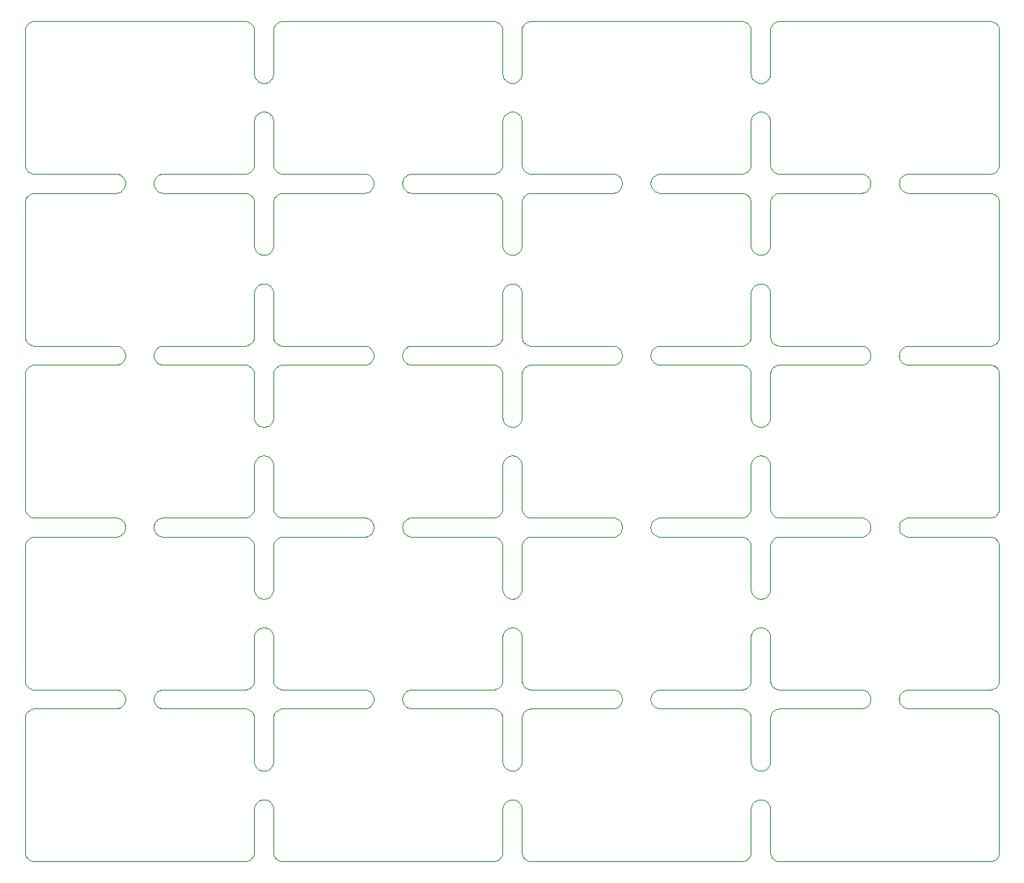
<source format=gm1>
G04 #@! TF.GenerationSoftware,KiCad,Pcbnew,(5.1.8)-1*
G04 #@! TF.CreationDate,2021-11-11T20:38:59+08:00*
G04 #@! TF.ProjectId,vibro-cloth-panelized,76696272-6f2d-4636-9c6f-74682d70616e,rev?*
G04 #@! TF.SameCoordinates,Original*
G04 #@! TF.FileFunction,Profile,NP*
%FSLAX46Y46*%
G04 Gerber Fmt 4.6, Leading zero omitted, Abs format (unit mm)*
G04 Created by KiCad (PCBNEW (5.1.8)-1) date 2021-11-11 20:38:59*
%MOMM*%
%LPD*%
G01*
G04 APERTURE LIST*
G04 #@! TA.AperFunction,Profile*
%ADD10C,0.100000*%
G04 #@! TD*
G04 APERTURE END LIST*
D10*
X74894000Y-113505800D02*
X75008800Y-113501000D01*
X74797900Y-113520100D02*
X74894000Y-113505800D01*
X74703600Y-113543700D02*
X74797900Y-113520100D01*
X74612100Y-113576400D02*
X74703600Y-113543700D01*
X74524300Y-113617900D02*
X74612100Y-113576400D01*
X74441000Y-113667900D02*
X74524300Y-113617900D01*
X74363000Y-113725800D02*
X74441000Y-113667900D01*
X74291000Y-113791000D02*
X74363000Y-113725800D01*
X74225700Y-113863000D02*
X74291000Y-113791000D01*
X74167900Y-113941000D02*
X74225700Y-113863000D01*
X74117900Y-114024400D02*
X74167900Y-113941000D01*
X74076400Y-114112200D02*
X74117900Y-114024400D01*
X74043600Y-114203700D02*
X74076400Y-114112200D01*
X74020000Y-114297900D02*
X74043600Y-114203700D01*
X74005800Y-114394000D02*
X74020000Y-114297900D01*
X74001000Y-114491300D02*
X74005800Y-114394000D01*
X74001000Y-118993500D02*
X74001000Y-114491300D01*
X73995200Y-119104400D02*
X74001000Y-118993500D01*
X73978800Y-119207800D02*
X73995200Y-119104400D01*
X73951800Y-119309000D02*
X73978800Y-119207800D01*
X73914200Y-119406800D02*
X73951800Y-119309000D01*
X73866400Y-119500600D02*
X73914200Y-119406800D01*
X73809400Y-119588400D02*
X73866400Y-119500600D01*
X73743400Y-119669800D02*
X73809400Y-119588400D01*
X73669400Y-119743900D02*
X73743400Y-119669800D01*
X73598600Y-119801600D02*
X73669400Y-119743900D01*
X73577400Y-119817000D02*
X73598600Y-119801600D01*
X73500500Y-119866500D02*
X73577400Y-119817000D01*
X73418900Y-119908500D02*
X73500500Y-119866500D01*
X73394900Y-119919200D02*
X73418900Y-119908500D01*
X73308900Y-119951800D02*
X73394900Y-119919200D01*
X73220800Y-119975700D02*
X73308900Y-119951800D01*
X73195100Y-119981200D02*
X73220800Y-119975700D01*
X73104300Y-119995200D02*
X73195100Y-119981200D01*
X72999900Y-120000900D02*
X73104300Y-119995200D01*
X64491200Y-120001000D02*
X72999900Y-120000900D01*
X64394000Y-120005800D02*
X64491200Y-120001000D01*
X64297900Y-120020000D02*
X64394000Y-120005800D01*
X64203600Y-120043700D02*
X64297900Y-120020000D01*
X64112200Y-120076400D02*
X64203600Y-120043700D01*
X64024300Y-120117900D02*
X64112200Y-120076400D01*
X63941000Y-120167900D02*
X64024300Y-120117900D01*
X63863000Y-120225700D02*
X63941000Y-120167900D01*
X63791000Y-120291000D02*
X63863000Y-120225700D01*
X63725700Y-120363000D02*
X63791000Y-120291000D01*
X63667900Y-120441000D02*
X63725700Y-120363000D01*
X63617900Y-120524300D02*
X63667900Y-120441000D01*
X63576400Y-120612200D02*
X63617900Y-120524300D01*
X63543600Y-120703600D02*
X63576400Y-120612200D01*
X63520000Y-120797900D02*
X63543600Y-120703600D01*
X63505800Y-120894000D02*
X63520000Y-120797900D01*
X63501000Y-120991300D02*
X63505800Y-120894000D01*
X63505800Y-121106100D02*
X63501000Y-120991300D01*
X63520000Y-121202200D02*
X63505800Y-121106100D01*
X63543600Y-121296400D02*
X63520000Y-121202200D01*
X63576400Y-121387900D02*
X63543600Y-121296400D01*
X63617900Y-121475700D02*
X63576400Y-121387900D01*
X63667900Y-121559000D02*
X63617900Y-121475700D01*
X63725700Y-121637100D02*
X63667900Y-121559000D01*
X63791000Y-121709000D02*
X63725700Y-121637100D01*
X63863000Y-121774300D02*
X63791000Y-121709000D01*
X63941000Y-121832200D02*
X63863000Y-121774300D01*
X64024300Y-121882100D02*
X63941000Y-121832200D01*
X64112200Y-121923700D02*
X64024300Y-121882100D01*
X64203600Y-121956400D02*
X64112200Y-121923700D01*
X64297900Y-121980000D02*
X64203600Y-121956400D01*
X64394000Y-121994200D02*
X64297900Y-121980000D01*
X64491200Y-121999000D02*
X64394000Y-121994200D01*
X72999900Y-121999100D02*
X64491200Y-121999000D01*
X73104400Y-122004800D02*
X72999900Y-121999100D01*
X73195100Y-122018800D02*
X73104400Y-122004800D01*
X73220800Y-122024300D02*
X73195100Y-122018800D01*
X73309000Y-122048300D02*
X73220800Y-122024300D01*
X73394900Y-122080900D02*
X73309000Y-122048300D01*
X73418900Y-122091500D02*
X73394900Y-122080900D01*
X73500100Y-122133300D02*
X73418900Y-122091500D01*
X73577300Y-122183000D02*
X73500100Y-122133300D01*
X73598600Y-122198500D02*
X73577300Y-122183000D01*
X73669400Y-122256200D02*
X73598600Y-122198500D01*
X73743500Y-122330300D02*
X73669400Y-122256200D01*
X73809400Y-122411700D02*
X73743500Y-122330300D01*
X73866500Y-122499500D02*
X73809400Y-122411700D01*
X73914000Y-122592800D02*
X73866500Y-122499500D01*
X73951600Y-122690600D02*
X73914000Y-122592800D01*
X73978700Y-122791800D02*
X73951600Y-122690600D01*
X73995200Y-122895700D02*
X73978700Y-122791800D01*
X74001000Y-123006500D02*
X73995200Y-122895700D01*
X74001000Y-127508800D02*
X74001000Y-123006500D01*
X74005800Y-127606100D02*
X74001000Y-127508800D01*
X74020000Y-127702200D02*
X74005800Y-127606100D01*
X74043600Y-127796400D02*
X74020000Y-127702200D01*
X74076400Y-127887900D02*
X74043600Y-127796400D01*
X74117900Y-127975700D02*
X74076400Y-127887900D01*
X74167900Y-128059000D02*
X74117900Y-127975700D01*
X74225700Y-128137100D02*
X74167900Y-128059000D01*
X74291000Y-128209100D02*
X74225700Y-128137100D01*
X74363000Y-128274300D02*
X74291000Y-128209100D01*
X74441000Y-128332200D02*
X74363000Y-128274300D01*
X74524300Y-128382100D02*
X74441000Y-128332200D01*
X74612100Y-128423700D02*
X74524300Y-128382100D01*
X74703600Y-128456400D02*
X74612100Y-128423700D01*
X74797900Y-128480000D02*
X74703600Y-128456400D01*
X74894000Y-128494300D02*
X74797900Y-128480000D01*
X74991200Y-128499000D02*
X74894000Y-128494300D01*
X75106000Y-128494300D02*
X74991200Y-128499000D01*
X75202100Y-128480000D02*
X75106000Y-128494300D01*
X75296400Y-128456400D02*
X75202100Y-128480000D01*
X75387900Y-128423700D02*
X75296400Y-128456400D01*
X75475700Y-128382100D02*
X75387900Y-128423700D01*
X75559000Y-128332200D02*
X75475700Y-128382100D01*
X75637000Y-128274300D02*
X75559000Y-128332200D01*
X75709000Y-128209100D02*
X75637000Y-128274300D01*
X75774300Y-128137100D02*
X75709000Y-128209100D01*
X75832200Y-128059000D02*
X75774300Y-128137100D01*
X75882100Y-127975700D02*
X75832200Y-128059000D01*
X75923600Y-127887900D02*
X75882100Y-127975700D01*
X75956400Y-127796400D02*
X75923600Y-127887900D01*
X75980000Y-127702200D02*
X75956400Y-127796400D01*
X75994200Y-127606100D02*
X75980000Y-127702200D01*
X75999000Y-127508800D02*
X75994200Y-127606100D01*
X75999000Y-123006600D02*
X75999000Y-127508800D01*
X76004800Y-122895700D02*
X75999000Y-123006600D01*
X76021200Y-122792200D02*
X76004800Y-122895700D01*
X76048300Y-122691000D02*
X76021200Y-122792200D01*
X76085800Y-122593200D02*
X76048300Y-122691000D01*
X76133600Y-122499500D02*
X76085800Y-122593200D01*
X76190600Y-122411600D02*
X76133600Y-122499500D01*
X76256600Y-122330300D02*
X76190600Y-122411600D01*
X76330700Y-122256200D02*
X76256600Y-122330300D01*
X76401400Y-122198500D02*
X76330700Y-122256200D01*
X76422700Y-122183100D02*
X76401400Y-122198500D01*
X76499500Y-122133600D02*
X76422700Y-122183100D01*
X76581100Y-122091600D02*
X76499500Y-122133600D01*
X76605100Y-122080900D02*
X76581100Y-122091600D01*
X76691100Y-122048300D02*
X76605100Y-122080900D01*
X76779200Y-122024300D02*
X76691100Y-122048300D01*
X76804900Y-122018900D02*
X76779200Y-122024300D01*
X76895700Y-122004800D02*
X76804900Y-122018900D01*
X77000100Y-121999100D02*
X76895700Y-122004800D01*
X85508800Y-121999000D02*
X77000100Y-121999100D01*
X85606000Y-121994200D02*
X85508800Y-121999000D01*
X85702100Y-121980000D02*
X85606000Y-121994200D01*
X85796400Y-121956400D02*
X85702100Y-121980000D01*
X85887900Y-121923600D02*
X85796400Y-121956400D01*
X85975700Y-121882100D02*
X85887900Y-121923600D01*
X86059000Y-121832200D02*
X85975700Y-121882100D01*
X86137100Y-121774300D02*
X86059000Y-121832200D01*
X86209000Y-121709000D02*
X86137100Y-121774300D01*
X86274300Y-121637100D02*
X86209000Y-121709000D01*
X86332200Y-121559000D02*
X86274300Y-121637100D01*
X86382100Y-121475700D02*
X86332200Y-121559000D01*
X86423600Y-121387900D02*
X86382100Y-121475700D01*
X86456400Y-121296400D02*
X86423600Y-121387900D01*
X86480000Y-121202200D02*
X86456400Y-121296400D01*
X86494200Y-121106100D02*
X86480000Y-121202200D01*
X86499000Y-121008800D02*
X86494200Y-121106100D01*
X86494200Y-120894000D02*
X86499000Y-121008800D01*
X86480000Y-120797900D02*
X86494200Y-120894000D01*
X86456400Y-120703600D02*
X86480000Y-120797900D01*
X86423600Y-120612200D02*
X86456400Y-120703600D01*
X86382100Y-120524300D02*
X86423600Y-120612200D01*
X86332200Y-120441000D02*
X86382100Y-120524300D01*
X86274300Y-120363000D02*
X86332200Y-120441000D01*
X86209000Y-120291000D02*
X86274300Y-120363000D01*
X86137100Y-120225700D02*
X86209000Y-120291000D01*
X86059000Y-120167900D02*
X86137100Y-120225700D01*
X85975700Y-120117900D02*
X86059000Y-120167900D01*
X85887900Y-120076400D02*
X85975700Y-120117900D01*
X85796400Y-120043700D02*
X85887900Y-120076400D01*
X85702100Y-120020100D02*
X85796400Y-120043700D01*
X85606000Y-120005800D02*
X85702100Y-120020100D01*
X85508800Y-120001000D02*
X85606000Y-120005800D01*
X77000100Y-120000900D02*
X85508800Y-120001000D01*
X76895600Y-119995200D02*
X77000100Y-120000900D01*
X76804900Y-119981200D02*
X76895600Y-119995200D01*
X76779200Y-119975800D02*
X76804900Y-119981200D01*
X76691000Y-119951800D02*
X76779200Y-119975800D01*
X76605200Y-119919200D02*
X76691000Y-119951800D01*
X76581200Y-119908500D02*
X76605200Y-119919200D01*
X76499900Y-119866700D02*
X76581200Y-119908500D01*
X76422700Y-119817000D02*
X76499900Y-119866700D01*
X76401400Y-119801600D02*
X76422700Y-119817000D01*
X76330600Y-119743800D02*
X76401400Y-119801600D01*
X76256500Y-119669800D02*
X76330600Y-119743800D01*
X76190600Y-119588400D02*
X76256500Y-119669800D01*
X76133500Y-119500600D02*
X76190600Y-119588400D01*
X76086000Y-119407200D02*
X76133500Y-119500600D01*
X76048400Y-119309500D02*
X76086000Y-119407200D01*
X76021300Y-119208300D02*
X76048400Y-119309500D01*
X76004800Y-119104300D02*
X76021300Y-119208300D01*
X75999000Y-118993400D02*
X76004800Y-119104300D01*
X75999000Y-114491300D02*
X75999000Y-118993400D01*
X75994200Y-114394000D02*
X75999000Y-114491300D01*
X75980000Y-114297900D02*
X75994200Y-114394000D01*
X75956400Y-114203700D02*
X75980000Y-114297900D01*
X75923600Y-114112200D02*
X75956400Y-114203700D01*
X75882100Y-114024400D02*
X75923600Y-114112200D01*
X75832100Y-113941000D02*
X75882100Y-114024400D01*
X75774300Y-113863000D02*
X75832100Y-113941000D01*
X75709000Y-113791000D02*
X75774300Y-113863000D01*
X75637000Y-113725800D02*
X75709000Y-113791000D01*
X75559000Y-113667900D02*
X75637000Y-113725800D01*
X75475700Y-113617900D02*
X75559000Y-113667900D01*
X75387900Y-113576400D02*
X75475700Y-113617900D01*
X75296400Y-113543700D02*
X75387900Y-113576400D01*
X75202100Y-113520100D02*
X75296400Y-113543700D01*
X75106000Y-113505800D02*
X75202100Y-113520100D01*
X75008800Y-113501000D02*
X75106000Y-113505800D01*
X75106000Y-92494200D02*
X74991200Y-92499000D01*
X75202100Y-92480000D02*
X75106000Y-92494200D01*
X75296400Y-92456400D02*
X75202100Y-92480000D01*
X75387900Y-92423700D02*
X75296400Y-92456400D01*
X75475700Y-92382100D02*
X75387900Y-92423700D01*
X75559000Y-92332200D02*
X75475700Y-92382100D01*
X75637000Y-92274300D02*
X75559000Y-92332200D01*
X75709000Y-92209000D02*
X75637000Y-92274300D01*
X75774300Y-92137100D02*
X75709000Y-92209000D01*
X75832200Y-92059000D02*
X75774300Y-92137100D01*
X75882100Y-91975700D02*
X75832200Y-92059000D01*
X75923600Y-91887900D02*
X75882100Y-91975700D01*
X75956400Y-91796400D02*
X75923600Y-91887900D01*
X75980000Y-91702200D02*
X75956400Y-91796400D01*
X75994200Y-91606100D02*
X75980000Y-91702200D01*
X75999000Y-91508800D02*
X75994200Y-91606100D01*
X75999000Y-87006600D02*
X75999000Y-91508800D01*
X76004800Y-86895700D02*
X75999000Y-87006600D01*
X76021200Y-86792200D02*
X76004800Y-86895700D01*
X76048300Y-86691000D02*
X76021200Y-86792200D01*
X76085800Y-86593200D02*
X76048300Y-86691000D01*
X76133600Y-86499400D02*
X76085800Y-86593200D01*
X76190600Y-86411600D02*
X76133600Y-86499400D01*
X76256600Y-86330200D02*
X76190600Y-86411600D01*
X76330700Y-86256200D02*
X76256600Y-86330200D01*
X76401400Y-86198500D02*
X76330700Y-86256200D01*
X76422700Y-86183000D02*
X76401400Y-86198500D01*
X76499500Y-86133500D02*
X76422700Y-86183000D01*
X76581100Y-86091500D02*
X76499500Y-86133500D01*
X76605100Y-86080800D02*
X76581100Y-86091500D01*
X76691100Y-86048300D02*
X76605100Y-86080800D01*
X76779200Y-86024300D02*
X76691100Y-86048300D01*
X76804900Y-86018800D02*
X76779200Y-86024300D01*
X76895700Y-86004800D02*
X76804900Y-86018800D01*
X77000100Y-85999100D02*
X76895700Y-86004800D01*
X85508800Y-85999000D02*
X77000100Y-85999100D01*
X85606000Y-85994200D02*
X85508800Y-85999000D01*
X85702100Y-85980000D02*
X85606000Y-85994200D01*
X85796400Y-85956400D02*
X85702100Y-85980000D01*
X85887900Y-85923600D02*
X85796400Y-85956400D01*
X85975700Y-85882100D02*
X85887900Y-85923600D01*
X86059000Y-85832200D02*
X85975700Y-85882100D01*
X86137100Y-85774300D02*
X86059000Y-85832200D01*
X86209000Y-85709000D02*
X86137100Y-85774300D01*
X86274300Y-85637000D02*
X86209000Y-85709000D01*
X86332200Y-85559000D02*
X86274300Y-85637000D01*
X86382100Y-85475700D02*
X86332200Y-85559000D01*
X86423600Y-85387900D02*
X86382100Y-85475700D01*
X86456400Y-85296400D02*
X86423600Y-85387900D01*
X86480000Y-85202100D02*
X86456400Y-85296400D01*
X86494200Y-85106000D02*
X86480000Y-85202100D01*
X86499000Y-85008800D02*
X86494200Y-85106000D01*
X86494200Y-84894000D02*
X86499000Y-85008800D01*
X86480000Y-84797900D02*
X86494200Y-84894000D01*
X86456400Y-84703600D02*
X86480000Y-84797900D01*
X86423600Y-84612200D02*
X86456400Y-84703600D01*
X86382100Y-84524300D02*
X86423600Y-84612200D01*
X86332200Y-84441000D02*
X86382100Y-84524300D01*
X86274300Y-84363000D02*
X86332200Y-84441000D01*
X86209000Y-84291000D02*
X86274300Y-84363000D01*
X86137100Y-84225700D02*
X86209000Y-84291000D01*
X86059000Y-84167900D02*
X86137100Y-84225700D01*
X85975700Y-84117900D02*
X86059000Y-84167900D01*
X85887900Y-84076400D02*
X85975700Y-84117900D01*
X85796400Y-84043600D02*
X85887900Y-84076400D01*
X85702100Y-84020000D02*
X85796400Y-84043600D01*
X85606000Y-84005800D02*
X85702100Y-84020000D01*
X85508800Y-84001000D02*
X85606000Y-84005800D01*
X77000100Y-84000900D02*
X85508800Y-84001000D01*
X76895600Y-83995200D02*
X77000100Y-84000900D01*
X76804900Y-83981200D02*
X76895600Y-83995200D01*
X76779200Y-83975700D02*
X76804900Y-83981200D01*
X76691000Y-83951800D02*
X76779200Y-83975700D01*
X76605200Y-83919200D02*
X76691000Y-83951800D01*
X76581200Y-83908500D02*
X76605200Y-83919200D01*
X76499900Y-83866700D02*
X76581200Y-83908500D01*
X76422700Y-83817000D02*
X76499900Y-83866700D01*
X76401400Y-83801600D02*
X76422700Y-83817000D01*
X76330600Y-83743800D02*
X76401400Y-83801600D01*
X76256500Y-83669800D02*
X76330600Y-83743800D01*
X76190600Y-83588400D02*
X76256500Y-83669800D01*
X76133500Y-83500500D02*
X76190600Y-83588400D01*
X76086000Y-83407200D02*
X76133500Y-83500500D01*
X76048400Y-83309500D02*
X76086000Y-83407200D01*
X76021300Y-83208300D02*
X76048400Y-83309500D01*
X76004800Y-83104300D02*
X76021300Y-83208300D01*
X75999000Y-82993400D02*
X76004800Y-83104300D01*
X75999000Y-78491300D02*
X75999000Y-82993400D01*
X75994200Y-78394000D02*
X75999000Y-78491300D01*
X75980000Y-78297900D02*
X75994200Y-78394000D01*
X75956400Y-78203600D02*
X75980000Y-78297900D01*
X75923600Y-78112200D02*
X75956400Y-78203600D01*
X75882100Y-78024300D02*
X75923600Y-78112200D01*
X75832100Y-77941000D02*
X75882100Y-78024300D01*
X75774300Y-77863000D02*
X75832100Y-77941000D01*
X75709000Y-77791000D02*
X75774300Y-77863000D01*
X75637000Y-77725700D02*
X75709000Y-77791000D01*
X75559000Y-77667900D02*
X75637000Y-77725700D01*
X75475700Y-77617900D02*
X75559000Y-77667900D01*
X75387900Y-77576400D02*
X75475700Y-77617900D01*
X75296400Y-77543700D02*
X75387900Y-77576400D01*
X75202100Y-77520000D02*
X75296400Y-77543700D01*
X75106000Y-77505800D02*
X75202100Y-77520000D01*
X75008800Y-77501000D02*
X75106000Y-77505800D01*
X74894000Y-77505800D02*
X75008800Y-77501000D01*
X74797900Y-77520000D02*
X74894000Y-77505800D01*
X74703600Y-77543700D02*
X74797900Y-77520000D01*
X74612100Y-77576400D02*
X74703600Y-77543700D01*
X74524300Y-77617900D02*
X74612100Y-77576400D01*
X74441000Y-77667900D02*
X74524300Y-77617900D01*
X74363000Y-77725700D02*
X74441000Y-77667900D01*
X74291000Y-77791000D02*
X74363000Y-77725700D01*
X74225700Y-77863000D02*
X74291000Y-77791000D01*
X74167900Y-77941000D02*
X74225700Y-77863000D01*
X74117900Y-78024300D02*
X74167900Y-77941000D01*
X74076400Y-78112200D02*
X74117900Y-78024300D01*
X74043600Y-78203600D02*
X74076400Y-78112200D01*
X74020000Y-78297900D02*
X74043600Y-78203600D01*
X74005800Y-78394000D02*
X74020000Y-78297900D01*
X74001000Y-78491300D02*
X74005800Y-78394000D01*
X74001000Y-82993500D02*
X74001000Y-78491300D01*
X73995200Y-83104400D02*
X74001000Y-82993500D01*
X73978800Y-83207800D02*
X73995200Y-83104400D01*
X73951800Y-83309000D02*
X73978800Y-83207800D01*
X73914200Y-83406800D02*
X73951800Y-83309000D01*
X73866400Y-83500600D02*
X73914200Y-83406800D01*
X73809400Y-83588400D02*
X73866400Y-83500600D01*
X73743400Y-83669800D02*
X73809400Y-83588400D01*
X73669400Y-83743800D02*
X73743400Y-83669800D01*
X73598600Y-83801500D02*
X73669400Y-83743800D01*
X73577400Y-83817000D02*
X73598600Y-83801500D01*
X73500500Y-83866500D02*
X73577400Y-83817000D01*
X73418900Y-83908500D02*
X73500500Y-83866500D01*
X73394900Y-83919200D02*
X73418900Y-83908500D01*
X73308900Y-83951800D02*
X73394900Y-83919200D01*
X73220800Y-83975700D02*
X73308900Y-83951800D01*
X73195100Y-83981200D02*
X73220800Y-83975700D01*
X73104300Y-83995200D02*
X73195100Y-83981200D01*
X72999900Y-84000900D02*
X73104300Y-83995200D01*
X64491200Y-84001000D02*
X72999900Y-84000900D01*
X64394000Y-84005800D02*
X64491200Y-84001000D01*
X64297900Y-84020000D02*
X64394000Y-84005800D01*
X64203600Y-84043600D02*
X64297900Y-84020000D01*
X64112200Y-84076400D02*
X64203600Y-84043600D01*
X64024300Y-84117900D02*
X64112200Y-84076400D01*
X63941000Y-84167900D02*
X64024300Y-84117900D01*
X63863000Y-84225700D02*
X63941000Y-84167900D01*
X63791000Y-84291000D02*
X63863000Y-84225700D01*
X63725700Y-84363000D02*
X63791000Y-84291000D01*
X63667900Y-84441000D02*
X63725700Y-84363000D01*
X63617900Y-84524300D02*
X63667900Y-84441000D01*
X63576400Y-84612200D02*
X63617900Y-84524300D01*
X63543600Y-84703600D02*
X63576400Y-84612200D01*
X63520000Y-84797900D02*
X63543600Y-84703600D01*
X63505800Y-84894000D02*
X63520000Y-84797900D01*
X63501000Y-84991200D02*
X63505800Y-84894000D01*
X63505800Y-85106000D02*
X63501000Y-84991200D01*
X63520000Y-85202100D02*
X63505800Y-85106000D01*
X63543600Y-85296400D02*
X63520000Y-85202100D01*
X63576400Y-85387900D02*
X63543600Y-85296400D01*
X63617900Y-85475700D02*
X63576400Y-85387900D01*
X63667900Y-85559000D02*
X63617900Y-85475700D01*
X63725700Y-85637100D02*
X63667900Y-85559000D01*
X63791000Y-85709000D02*
X63725700Y-85637100D01*
X63863000Y-85774300D02*
X63791000Y-85709000D01*
X63941000Y-85832200D02*
X63863000Y-85774300D01*
X64024300Y-85882100D02*
X63941000Y-85832200D01*
X64112200Y-85923600D02*
X64024300Y-85882100D01*
X64203600Y-85956400D02*
X64112200Y-85923600D01*
X64297900Y-85980000D02*
X64203600Y-85956400D01*
X64394000Y-85994200D02*
X64297900Y-85980000D01*
X64491200Y-85999000D02*
X64394000Y-85994200D01*
X72999900Y-85999100D02*
X64491200Y-85999000D01*
X73104400Y-86004800D02*
X72999900Y-85999100D01*
X73195100Y-86018800D02*
X73104400Y-86004800D01*
X73220800Y-86024300D02*
X73195100Y-86018800D01*
X73309000Y-86048300D02*
X73220800Y-86024300D01*
X73394900Y-86080800D02*
X73309000Y-86048300D01*
X73418900Y-86091500D02*
X73394900Y-86080800D01*
X73500100Y-86133300D02*
X73418900Y-86091500D01*
X73577300Y-86183000D02*
X73500100Y-86133300D01*
X73598600Y-86198500D02*
X73577300Y-86183000D01*
X73669400Y-86256200D02*
X73598600Y-86198500D01*
X73743500Y-86330300D02*
X73669400Y-86256200D01*
X73809400Y-86411700D02*
X73743500Y-86330300D01*
X73866500Y-86499500D02*
X73809400Y-86411700D01*
X73914000Y-86592800D02*
X73866500Y-86499500D01*
X73951600Y-86690600D02*
X73914000Y-86592800D01*
X73978700Y-86791700D02*
X73951600Y-86690600D01*
X73995200Y-86895700D02*
X73978700Y-86791700D01*
X74001000Y-87006500D02*
X73995200Y-86895700D01*
X74001000Y-91508800D02*
X74001000Y-87006500D01*
X74005800Y-91606100D02*
X74001000Y-91508800D01*
X74020000Y-91702200D02*
X74005800Y-91606100D01*
X74043600Y-91796400D02*
X74020000Y-91702200D01*
X74076400Y-91887900D02*
X74043600Y-91796400D01*
X74117900Y-91975700D02*
X74076400Y-91887900D01*
X74167900Y-92059000D02*
X74117900Y-91975700D01*
X74225700Y-92137100D02*
X74167900Y-92059000D01*
X74291000Y-92209000D02*
X74225700Y-92137100D01*
X74363000Y-92274300D02*
X74291000Y-92209000D01*
X74441000Y-92332200D02*
X74363000Y-92274300D01*
X74524300Y-92382100D02*
X74441000Y-92332200D01*
X74612100Y-92423700D02*
X74524300Y-92382100D01*
X74703600Y-92456400D02*
X74612100Y-92423700D01*
X74797900Y-92480000D02*
X74703600Y-92456400D01*
X74894000Y-92494200D02*
X74797900Y-92480000D01*
X74991200Y-92499000D02*
X74894000Y-92494200D01*
X72999900Y-67999100D02*
X64491200Y-67999000D01*
X73091500Y-68003800D02*
X72999900Y-67999100D01*
X73117600Y-68006500D02*
X73091500Y-68003800D01*
X73207800Y-68021200D02*
X73117600Y-68006500D01*
X73296600Y-68044600D02*
X73207800Y-68021200D01*
X73321600Y-68052700D02*
X73296600Y-68044600D01*
X73406800Y-68085800D02*
X73321600Y-68052700D01*
X73488800Y-68127100D02*
X73406800Y-68085800D01*
X73511300Y-68140100D02*
X73488800Y-68127100D01*
X73588400Y-68190600D02*
X73511300Y-68140100D01*
X73659600Y-68247800D02*
X73588400Y-68190600D01*
X73679100Y-68265400D02*
X73659600Y-68247800D01*
X73734800Y-68321100D02*
X73679100Y-68265400D01*
X73752200Y-68340400D02*
X73734800Y-68321100D01*
X73809400Y-68411700D02*
X73752200Y-68340400D01*
X73859700Y-68488500D02*
X73809400Y-68411700D01*
X73872900Y-68511200D02*
X73859700Y-68488500D01*
X73914000Y-68592800D02*
X73872900Y-68511200D01*
X73951600Y-68690600D02*
X73914000Y-68592800D01*
X73978700Y-68791700D02*
X73951600Y-68690600D01*
X73995200Y-68895700D02*
X73978700Y-68791700D01*
X74001000Y-69006500D02*
X73995200Y-68895700D01*
X74001000Y-73508800D02*
X74001000Y-69006500D01*
X74005800Y-73606000D02*
X74001000Y-73508800D01*
X74020000Y-73702200D02*
X74005800Y-73606000D01*
X74043600Y-73796400D02*
X74020000Y-73702200D01*
X74076400Y-73887900D02*
X74043600Y-73796400D01*
X74117900Y-73975700D02*
X74076400Y-73887900D01*
X74167900Y-74059000D02*
X74117900Y-73975700D01*
X74225700Y-74137100D02*
X74167900Y-74059000D01*
X74291000Y-74209000D02*
X74225700Y-74137100D01*
X74363000Y-74274300D02*
X74291000Y-74209000D01*
X74441000Y-74332200D02*
X74363000Y-74274300D01*
X74524300Y-74382100D02*
X74441000Y-74332200D01*
X74612100Y-74423600D02*
X74524300Y-74382100D01*
X74703600Y-74456400D02*
X74612100Y-74423600D01*
X74797900Y-74480000D02*
X74703600Y-74456400D01*
X74894000Y-74494200D02*
X74797900Y-74480000D01*
X75008800Y-74499000D02*
X74894000Y-74494200D01*
X75106000Y-74494200D02*
X75008800Y-74499000D01*
X75202100Y-74480000D02*
X75106000Y-74494200D01*
X75296400Y-74456400D02*
X75202100Y-74480000D01*
X75387900Y-74423600D02*
X75296400Y-74456400D01*
X75475700Y-74382100D02*
X75387900Y-74423600D01*
X75559000Y-74332200D02*
X75475700Y-74382100D01*
X75637000Y-74274300D02*
X75559000Y-74332200D01*
X75709000Y-74209000D02*
X75637000Y-74274300D01*
X75774300Y-74137100D02*
X75709000Y-74209000D01*
X75832200Y-74059000D02*
X75774300Y-74137100D01*
X75882100Y-73975700D02*
X75832200Y-74059000D01*
X75923600Y-73887900D02*
X75882100Y-73975700D01*
X75956400Y-73796400D02*
X75923600Y-73887900D01*
X75980000Y-73702200D02*
X75956400Y-73796400D01*
X75994200Y-73606000D02*
X75980000Y-73702200D01*
X75999000Y-73508800D02*
X75994200Y-73606000D01*
X75999000Y-69006600D02*
X75999000Y-73508800D01*
X76004800Y-68895600D02*
X75999000Y-69006600D01*
X76021200Y-68792200D02*
X76004800Y-68895600D01*
X76048300Y-68691000D02*
X76021200Y-68792200D01*
X76085800Y-68593200D02*
X76048300Y-68691000D01*
X76133600Y-68499400D02*
X76085800Y-68593200D01*
X76190600Y-68411600D02*
X76133600Y-68499400D01*
X76256600Y-68330200D02*
X76190600Y-68411600D01*
X76330700Y-68256200D02*
X76256600Y-68330200D01*
X76401400Y-68198500D02*
X76330700Y-68256200D01*
X76422700Y-68183000D02*
X76401400Y-68198500D01*
X76499500Y-68133500D02*
X76422700Y-68183000D01*
X76581100Y-68091500D02*
X76499500Y-68133500D01*
X76605100Y-68080800D02*
X76581100Y-68091500D01*
X76691100Y-68048200D02*
X76605100Y-68080800D01*
X76779200Y-68024300D02*
X76691100Y-68048200D01*
X76804900Y-68018800D02*
X76779200Y-68024300D01*
X76895700Y-68004800D02*
X76804900Y-68018800D01*
X77000100Y-67999100D02*
X76895700Y-68004800D01*
X85508800Y-67999000D02*
X77000100Y-67999100D01*
X85606000Y-67994200D02*
X85508800Y-67999000D01*
X85702100Y-67980000D02*
X85606000Y-67994200D01*
X85796400Y-67956400D02*
X85702100Y-67980000D01*
X85887900Y-67923600D02*
X85796400Y-67956400D01*
X85975700Y-67882100D02*
X85887900Y-67923600D01*
X86059000Y-67832100D02*
X85975700Y-67882100D01*
X86137100Y-67774300D02*
X86059000Y-67832100D01*
X86209000Y-67709000D02*
X86137100Y-67774300D01*
X86274300Y-67637000D02*
X86209000Y-67709000D01*
X86332200Y-67559000D02*
X86274300Y-67637000D01*
X86382100Y-67475700D02*
X86332200Y-67559000D01*
X86423600Y-67387900D02*
X86382100Y-67475700D01*
X86456400Y-67296400D02*
X86423600Y-67387900D01*
X86480000Y-67202100D02*
X86456400Y-67296400D01*
X86494200Y-67106000D02*
X86480000Y-67202100D01*
X86499000Y-66991200D02*
X86494200Y-67106000D01*
X86494200Y-66894000D02*
X86499000Y-66991200D01*
X86480000Y-66797900D02*
X86494200Y-66894000D01*
X86456400Y-66703600D02*
X86480000Y-66797900D01*
X86423600Y-66612100D02*
X86456400Y-66703600D01*
X86382100Y-66524300D02*
X86423600Y-66612100D01*
X86332200Y-66441000D02*
X86382100Y-66524300D01*
X86274300Y-66363000D02*
X86332200Y-66441000D01*
X86209000Y-66291000D02*
X86274300Y-66363000D01*
X86137100Y-66225700D02*
X86209000Y-66291000D01*
X86059000Y-66167900D02*
X86137100Y-66225700D01*
X85975700Y-66117900D02*
X86059000Y-66167900D01*
X85887900Y-66076400D02*
X85975700Y-66117900D01*
X85796400Y-66043600D02*
X85887900Y-66076400D01*
X85702200Y-66020000D02*
X85796400Y-66043600D01*
X85606000Y-66005800D02*
X85702200Y-66020000D01*
X85508800Y-66001000D02*
X85606000Y-66005800D01*
X77000100Y-66000900D02*
X85508800Y-66001000D01*
X76895600Y-65995200D02*
X77000100Y-66000900D01*
X76804900Y-65981200D02*
X76895600Y-65995200D01*
X76779200Y-65975700D02*
X76804900Y-65981200D01*
X76691000Y-65951800D02*
X76779200Y-65975700D01*
X76605200Y-65919200D02*
X76691000Y-65951800D01*
X76581200Y-65908500D02*
X76605200Y-65919200D01*
X76499900Y-65866700D02*
X76581200Y-65908500D01*
X76422700Y-65817000D02*
X76499900Y-65866700D01*
X76401400Y-65801600D02*
X76422700Y-65817000D01*
X76330600Y-65743800D02*
X76401400Y-65801600D01*
X76256500Y-65669700D02*
X76330600Y-65743800D01*
X76190600Y-65588400D02*
X76256500Y-65669700D01*
X76133500Y-65500500D02*
X76190600Y-65588400D01*
X76086000Y-65407200D02*
X76133500Y-65500500D01*
X76048400Y-65309400D02*
X76086000Y-65407200D01*
X76021300Y-65208300D02*
X76048400Y-65309400D01*
X76004800Y-65104300D02*
X76021300Y-65208300D01*
X75999000Y-64993400D02*
X76004800Y-65104300D01*
X75999000Y-60491300D02*
X75999000Y-64993400D01*
X75994200Y-60394000D02*
X75999000Y-60491300D01*
X75980000Y-60297900D02*
X75994200Y-60394000D01*
X75956400Y-60203600D02*
X75980000Y-60297900D01*
X75923600Y-60112200D02*
X75956400Y-60203600D01*
X75882100Y-60024300D02*
X75923600Y-60112200D01*
X75832100Y-59941000D02*
X75882100Y-60024300D01*
X75774300Y-59863000D02*
X75832100Y-59941000D01*
X75709000Y-59791000D02*
X75774300Y-59863000D01*
X75637000Y-59725700D02*
X75709000Y-59791000D01*
X75559000Y-59667900D02*
X75637000Y-59725700D01*
X75475700Y-59617900D02*
X75559000Y-59667900D01*
X75387900Y-59576400D02*
X75475700Y-59617900D01*
X75296400Y-59543600D02*
X75387900Y-59576400D01*
X75202100Y-59520000D02*
X75296400Y-59543600D01*
X75106000Y-59505800D02*
X75202100Y-59520000D01*
X74991200Y-59501000D02*
X75106000Y-59505800D01*
X74894000Y-59505800D02*
X74991200Y-59501000D01*
X74797900Y-59520000D02*
X74894000Y-59505800D01*
X74703600Y-59543600D02*
X74797900Y-59520000D01*
X74612100Y-59576400D02*
X74703600Y-59543600D01*
X74524300Y-59617900D02*
X74612100Y-59576400D01*
X74441000Y-59667900D02*
X74524300Y-59617900D01*
X74363000Y-59725700D02*
X74441000Y-59667900D01*
X74291000Y-59791000D02*
X74363000Y-59725700D01*
X74225700Y-59863000D02*
X74291000Y-59791000D01*
X74167900Y-59941000D02*
X74225700Y-59863000D01*
X74117900Y-60024300D02*
X74167900Y-59941000D01*
X74076400Y-60112200D02*
X74117900Y-60024300D01*
X74043600Y-60203600D02*
X74076400Y-60112200D01*
X74020000Y-60297900D02*
X74043600Y-60203600D01*
X74005800Y-60394000D02*
X74020000Y-60297900D01*
X74001000Y-60491200D02*
X74005800Y-60394000D01*
X74001000Y-64993400D02*
X74001000Y-60491200D01*
X73996200Y-65091700D02*
X74001000Y-64993400D01*
X73993500Y-65117600D02*
X73996200Y-65091700D01*
X73978800Y-65207800D02*
X73993500Y-65117600D01*
X73951800Y-65309000D02*
X73978800Y-65207800D01*
X73914200Y-65406800D02*
X73951800Y-65309000D01*
X73866700Y-65500100D02*
X73914200Y-65406800D01*
X73809700Y-65588000D02*
X73866700Y-65500100D01*
X73743800Y-65669400D02*
X73809700Y-65588000D01*
X73669700Y-65743500D02*
X73743800Y-65669400D01*
X73598600Y-65801500D02*
X73669700Y-65743500D01*
X73577400Y-65817000D02*
X73598600Y-65801500D01*
X73511300Y-65859900D02*
X73577400Y-65817000D01*
X73488800Y-65872900D02*
X73511300Y-65859900D01*
X73406700Y-65914300D02*
X73488800Y-65872900D01*
X73309400Y-65951600D02*
X73406700Y-65914300D01*
X73220800Y-65975700D02*
X73309400Y-65951600D01*
X73195100Y-65981200D02*
X73220800Y-65975700D01*
X73104300Y-65995200D02*
X73195100Y-65981200D01*
X72999900Y-66000900D02*
X73104300Y-65995200D01*
X64491200Y-66001000D02*
X72999900Y-66000900D01*
X64394000Y-66005800D02*
X64491200Y-66001000D01*
X64297900Y-66020000D02*
X64394000Y-66005800D01*
X64203600Y-66043600D02*
X64297900Y-66020000D01*
X64112200Y-66076400D02*
X64203600Y-66043600D01*
X64024300Y-66117900D02*
X64112200Y-66076400D01*
X63941000Y-66167900D02*
X64024300Y-66117900D01*
X63863000Y-66225700D02*
X63941000Y-66167900D01*
X63791000Y-66291000D02*
X63863000Y-66225700D01*
X63725700Y-66363000D02*
X63791000Y-66291000D01*
X63667900Y-66441000D02*
X63725700Y-66363000D01*
X63617900Y-66524300D02*
X63667900Y-66441000D01*
X63576400Y-66612100D02*
X63617900Y-66524300D01*
X63543600Y-66703600D02*
X63576400Y-66612100D01*
X63520000Y-66797900D02*
X63543600Y-66703600D01*
X63505800Y-66894000D02*
X63520000Y-66797900D01*
X63501000Y-66991200D02*
X63505800Y-66894000D01*
X63505800Y-67106000D02*
X63501000Y-66991200D01*
X63520000Y-67202100D02*
X63505800Y-67106000D01*
X63543600Y-67296400D02*
X63520000Y-67202100D01*
X63576400Y-67387900D02*
X63543600Y-67296400D01*
X63617900Y-67475700D02*
X63576400Y-67387900D01*
X63667900Y-67559000D02*
X63617900Y-67475700D01*
X63725700Y-67637000D02*
X63667900Y-67559000D01*
X63791000Y-67709000D02*
X63725700Y-67637000D01*
X63863000Y-67774300D02*
X63791000Y-67709000D01*
X63941000Y-67832200D02*
X63863000Y-67774300D01*
X64024300Y-67882100D02*
X63941000Y-67832200D01*
X64112200Y-67923600D02*
X64024300Y-67882100D01*
X64203600Y-67956400D02*
X64112200Y-67923600D01*
X64297900Y-67980000D02*
X64203600Y-67956400D01*
X64394000Y-67994200D02*
X64297900Y-67980000D01*
X64491200Y-67999000D02*
X64394000Y-67994200D01*
X63505800Y-103106100D02*
X63501000Y-102991300D01*
X63520000Y-103202200D02*
X63505800Y-103106100D01*
X63543600Y-103296400D02*
X63520000Y-103202200D01*
X63576400Y-103387900D02*
X63543600Y-103296400D01*
X63617900Y-103475700D02*
X63576400Y-103387900D01*
X63667900Y-103559000D02*
X63617900Y-103475700D01*
X63725700Y-103637100D02*
X63667900Y-103559000D01*
X63791000Y-103709000D02*
X63725700Y-103637100D01*
X63863000Y-103774300D02*
X63791000Y-103709000D01*
X63941000Y-103832200D02*
X63863000Y-103774300D01*
X64024300Y-103882100D02*
X63941000Y-103832200D01*
X64112200Y-103923600D02*
X64024300Y-103882100D01*
X64203600Y-103956400D02*
X64112200Y-103923600D01*
X64297900Y-103980000D02*
X64203600Y-103956400D01*
X64394000Y-103994200D02*
X64297900Y-103980000D01*
X64491200Y-103999000D02*
X64394000Y-103994200D01*
X72999900Y-103999100D02*
X64491200Y-103999000D01*
X73104400Y-104004800D02*
X72999900Y-103999100D01*
X73195100Y-104018800D02*
X73104400Y-104004800D01*
X73220800Y-104024300D02*
X73195100Y-104018800D01*
X73309000Y-104048300D02*
X73220800Y-104024300D01*
X73394900Y-104080800D02*
X73309000Y-104048300D01*
X73418900Y-104091500D02*
X73394900Y-104080800D01*
X73500100Y-104133300D02*
X73418900Y-104091500D01*
X73577300Y-104183000D02*
X73500100Y-104133300D01*
X73598600Y-104198500D02*
X73577300Y-104183000D01*
X73669400Y-104256200D02*
X73598600Y-104198500D01*
X73743500Y-104330300D02*
X73669400Y-104256200D01*
X73809400Y-104411700D02*
X73743500Y-104330300D01*
X73866500Y-104499500D02*
X73809400Y-104411700D01*
X73914000Y-104592800D02*
X73866500Y-104499500D01*
X73951600Y-104690600D02*
X73914000Y-104592800D01*
X73978700Y-104791800D02*
X73951600Y-104690600D01*
X73995200Y-104895700D02*
X73978700Y-104791800D01*
X74001000Y-105006500D02*
X73995200Y-104895700D01*
X74001000Y-109508800D02*
X74001000Y-105006500D01*
X74005800Y-109606100D02*
X74001000Y-109508800D01*
X74020000Y-109702200D02*
X74005800Y-109606100D01*
X74043600Y-109796400D02*
X74020000Y-109702200D01*
X74076400Y-109887900D02*
X74043600Y-109796400D01*
X74117900Y-109975700D02*
X74076400Y-109887900D01*
X74167900Y-110059000D02*
X74117900Y-109975700D01*
X74225700Y-110137100D02*
X74167900Y-110059000D01*
X74291000Y-110209100D02*
X74225700Y-110137100D01*
X74363000Y-110274300D02*
X74291000Y-110209100D01*
X74441000Y-110332200D02*
X74363000Y-110274300D01*
X74524300Y-110382100D02*
X74441000Y-110332200D01*
X74612100Y-110423700D02*
X74524300Y-110382100D01*
X74703600Y-110456400D02*
X74612100Y-110423700D01*
X74797900Y-110480000D02*
X74703600Y-110456400D01*
X74894000Y-110494300D02*
X74797900Y-110480000D01*
X74991200Y-110499000D02*
X74894000Y-110494300D01*
X75106000Y-110494300D02*
X74991200Y-110499000D01*
X75202100Y-110480000D02*
X75106000Y-110494300D01*
X75296400Y-110456400D02*
X75202100Y-110480000D01*
X75387900Y-110423700D02*
X75296400Y-110456400D01*
X75475700Y-110382100D02*
X75387900Y-110423700D01*
X75559000Y-110332200D02*
X75475700Y-110382100D01*
X75637000Y-110274300D02*
X75559000Y-110332200D01*
X75709000Y-110209100D02*
X75637000Y-110274300D01*
X75774300Y-110137100D02*
X75709000Y-110209100D01*
X75832200Y-110059000D02*
X75774300Y-110137100D01*
X75882100Y-109975700D02*
X75832200Y-110059000D01*
X75923600Y-109887900D02*
X75882100Y-109975700D01*
X75956400Y-109796400D02*
X75923600Y-109887900D01*
X75980000Y-109702200D02*
X75956400Y-109796400D01*
X75994200Y-109606100D02*
X75980000Y-109702200D01*
X75999000Y-109508800D02*
X75994200Y-109606100D01*
X75999000Y-105006600D02*
X75999000Y-109508800D01*
X76004800Y-104895700D02*
X75999000Y-105006600D01*
X76021200Y-104792200D02*
X76004800Y-104895700D01*
X76048300Y-104691000D02*
X76021200Y-104792200D01*
X76085800Y-104593200D02*
X76048300Y-104691000D01*
X76133600Y-104499500D02*
X76085800Y-104593200D01*
X76190600Y-104411600D02*
X76133600Y-104499500D01*
X76256600Y-104330200D02*
X76190600Y-104411600D01*
X76330700Y-104256200D02*
X76256600Y-104330200D01*
X76401400Y-104198500D02*
X76330700Y-104256200D01*
X76422700Y-104183000D02*
X76401400Y-104198500D01*
X76499500Y-104133600D02*
X76422700Y-104183000D01*
X76581100Y-104091500D02*
X76499500Y-104133600D01*
X76605100Y-104080900D02*
X76581100Y-104091500D01*
X76691100Y-104048300D02*
X76605100Y-104080900D01*
X76779200Y-104024300D02*
X76691100Y-104048300D01*
X76804900Y-104018800D02*
X76779200Y-104024300D01*
X76895700Y-104004800D02*
X76804900Y-104018800D01*
X77000100Y-103999100D02*
X76895700Y-104004800D01*
X85508800Y-103999000D02*
X77000100Y-103999100D01*
X85606000Y-103994200D02*
X85508800Y-103999000D01*
X85702100Y-103980000D02*
X85606000Y-103994200D01*
X85796400Y-103956400D02*
X85702100Y-103980000D01*
X85887900Y-103923600D02*
X85796400Y-103956400D01*
X85975700Y-103882100D02*
X85887900Y-103923600D01*
X86059000Y-103832200D02*
X85975700Y-103882100D01*
X86137100Y-103774300D02*
X86059000Y-103832200D01*
X86209000Y-103709000D02*
X86137100Y-103774300D01*
X86274300Y-103637100D02*
X86209000Y-103709000D01*
X86332200Y-103559000D02*
X86274300Y-103637100D01*
X86382100Y-103475700D02*
X86332200Y-103559000D01*
X86423600Y-103387900D02*
X86382100Y-103475700D01*
X86456400Y-103296400D02*
X86423600Y-103387900D01*
X86480000Y-103202100D02*
X86456400Y-103296400D01*
X86494200Y-103106000D02*
X86480000Y-103202100D01*
X86499000Y-103008800D02*
X86494200Y-103106000D01*
X86494200Y-102894000D02*
X86499000Y-103008800D01*
X86480000Y-102797900D02*
X86494200Y-102894000D01*
X86456400Y-102703600D02*
X86480000Y-102797900D01*
X86423600Y-102612200D02*
X86456400Y-102703600D01*
X86382100Y-102524300D02*
X86423600Y-102612200D01*
X86332200Y-102441000D02*
X86382100Y-102524300D01*
X86274300Y-102363000D02*
X86332200Y-102441000D01*
X86209000Y-102291000D02*
X86274300Y-102363000D01*
X86137100Y-102225700D02*
X86209000Y-102291000D01*
X86059000Y-102167900D02*
X86137100Y-102225700D01*
X85975700Y-102117900D02*
X86059000Y-102167900D01*
X85887900Y-102076400D02*
X85975700Y-102117900D01*
X85796400Y-102043700D02*
X85887900Y-102076400D01*
X85702100Y-102020000D02*
X85796400Y-102043700D01*
X85606000Y-102005800D02*
X85702100Y-102020000D01*
X85508800Y-102001000D02*
X85606000Y-102005800D01*
X77000100Y-102000900D02*
X85508800Y-102001000D01*
X76895600Y-101995200D02*
X77000100Y-102000900D01*
X76804900Y-101981200D02*
X76895600Y-101995200D01*
X76779200Y-101975700D02*
X76804900Y-101981200D01*
X76691000Y-101951800D02*
X76779200Y-101975700D01*
X76605200Y-101919200D02*
X76691000Y-101951800D01*
X76581200Y-101908500D02*
X76605200Y-101919200D01*
X76499900Y-101866700D02*
X76581200Y-101908500D01*
X76422700Y-101817000D02*
X76499900Y-101866700D01*
X76401400Y-101801600D02*
X76422700Y-101817000D01*
X76330600Y-101743800D02*
X76401400Y-101801600D01*
X76256500Y-101669800D02*
X76330600Y-101743800D01*
X76190600Y-101588400D02*
X76256500Y-101669800D01*
X76133500Y-101500500D02*
X76190600Y-101588400D01*
X76086000Y-101407200D02*
X76133500Y-101500500D01*
X76048400Y-101309500D02*
X76086000Y-101407200D01*
X76021300Y-101208300D02*
X76048400Y-101309500D01*
X76004800Y-101104300D02*
X76021300Y-101208300D01*
X75999000Y-100993400D02*
X76004800Y-101104300D01*
X75999000Y-96491300D02*
X75999000Y-100993400D01*
X75994200Y-96394000D02*
X75999000Y-96491300D01*
X75980000Y-96297900D02*
X75994200Y-96394000D01*
X75956400Y-96203600D02*
X75980000Y-96297900D01*
X75923600Y-96112200D02*
X75956400Y-96203600D01*
X75882100Y-96024300D02*
X75923600Y-96112200D01*
X75832100Y-95941000D02*
X75882100Y-96024300D01*
X75774300Y-95863000D02*
X75832100Y-95941000D01*
X75709000Y-95791000D02*
X75774300Y-95863000D01*
X75637000Y-95725800D02*
X75709000Y-95791000D01*
X75559000Y-95667900D02*
X75637000Y-95725800D01*
X75475700Y-95617900D02*
X75559000Y-95667900D01*
X75387900Y-95576400D02*
X75475700Y-95617900D01*
X75296400Y-95543700D02*
X75387900Y-95576400D01*
X75202100Y-95520100D02*
X75296400Y-95543700D01*
X75106000Y-95505800D02*
X75202100Y-95520100D01*
X75008800Y-95501000D02*
X75106000Y-95505800D01*
X74894000Y-95505800D02*
X75008800Y-95501000D01*
X74797900Y-95520100D02*
X74894000Y-95505800D01*
X74703600Y-95543700D02*
X74797900Y-95520100D01*
X74612100Y-95576400D02*
X74703600Y-95543700D01*
X74524300Y-95617900D02*
X74612100Y-95576400D01*
X74441000Y-95667900D02*
X74524300Y-95617900D01*
X74363000Y-95725800D02*
X74441000Y-95667900D01*
X74291000Y-95791000D02*
X74363000Y-95725800D01*
X74225700Y-95863000D02*
X74291000Y-95791000D01*
X74167900Y-95941000D02*
X74225700Y-95863000D01*
X74117900Y-96024300D02*
X74167900Y-95941000D01*
X74076400Y-96112200D02*
X74117900Y-96024300D01*
X74043600Y-96203600D02*
X74076400Y-96112200D01*
X74020000Y-96297900D02*
X74043600Y-96203600D01*
X74005800Y-96394000D02*
X74020000Y-96297900D01*
X74001000Y-96491300D02*
X74005800Y-96394000D01*
X74001000Y-100993500D02*
X74001000Y-96491300D01*
X73995200Y-101104400D02*
X74001000Y-100993500D01*
X73978800Y-101207800D02*
X73995200Y-101104400D01*
X73951800Y-101309000D02*
X73978800Y-101207800D01*
X73914200Y-101406800D02*
X73951800Y-101309000D01*
X73866400Y-101500600D02*
X73914200Y-101406800D01*
X73809400Y-101588400D02*
X73866400Y-101500600D01*
X73743400Y-101669800D02*
X73809400Y-101588400D01*
X73669400Y-101743800D02*
X73743400Y-101669800D01*
X73598600Y-101801600D02*
X73669400Y-101743800D01*
X73577400Y-101817000D02*
X73598600Y-101801600D01*
X73500500Y-101866500D02*
X73577400Y-101817000D01*
X73418900Y-101908500D02*
X73500500Y-101866500D01*
X73394900Y-101919200D02*
X73418900Y-101908500D01*
X73308900Y-101951800D02*
X73394900Y-101919200D01*
X73220800Y-101975700D02*
X73308900Y-101951800D01*
X73195100Y-101981200D02*
X73220800Y-101975700D01*
X73104300Y-101995200D02*
X73195100Y-101981200D01*
X72999900Y-102000900D02*
X73104300Y-101995200D01*
X64491200Y-102001000D02*
X72999900Y-102000900D01*
X64394000Y-102005800D02*
X64491200Y-102001000D01*
X64297900Y-102020000D02*
X64394000Y-102005800D01*
X64203600Y-102043600D02*
X64297900Y-102020000D01*
X64112200Y-102076400D02*
X64203600Y-102043600D01*
X64024300Y-102117900D02*
X64112200Y-102076400D01*
X63941000Y-102167900D02*
X64024300Y-102117900D01*
X63863000Y-102225700D02*
X63941000Y-102167900D01*
X63791000Y-102291000D02*
X63863000Y-102225700D01*
X63725700Y-102363000D02*
X63791000Y-102291000D01*
X63667900Y-102441000D02*
X63725700Y-102363000D01*
X63617900Y-102524300D02*
X63667900Y-102441000D01*
X63576400Y-102612200D02*
X63617900Y-102524300D01*
X63543600Y-102703600D02*
X63576400Y-102612200D01*
X63520000Y-102797900D02*
X63543600Y-102703600D01*
X63505800Y-102894000D02*
X63520000Y-102797900D01*
X63501000Y-102991300D02*
X63505800Y-102894000D01*
X101999000Y-87006600D02*
X101999000Y-91508800D01*
X102004800Y-86895700D02*
X101999000Y-87006600D01*
X102021200Y-86792200D02*
X102004800Y-86895700D01*
X102048300Y-86691000D02*
X102021200Y-86792200D01*
X102085800Y-86593200D02*
X102048300Y-86691000D01*
X102133600Y-86499400D02*
X102085800Y-86593200D01*
X102190600Y-86411600D02*
X102133600Y-86499400D01*
X102256600Y-86330200D02*
X102190600Y-86411600D01*
X102330700Y-86256200D02*
X102256600Y-86330200D01*
X102401400Y-86198500D02*
X102330700Y-86256200D01*
X102422500Y-86183200D02*
X102401400Y-86198500D01*
X102499500Y-86133500D02*
X102422500Y-86183200D01*
X102581100Y-86091500D02*
X102499500Y-86133500D01*
X102605100Y-86080800D02*
X102581100Y-86091500D01*
X102691100Y-86048300D02*
X102605100Y-86080800D01*
X102779200Y-86024300D02*
X102691100Y-86048300D01*
X102804900Y-86018800D02*
X102779200Y-86024300D01*
X102895700Y-86004800D02*
X102804900Y-86018800D01*
X103000100Y-85999100D02*
X102895700Y-86004800D01*
X111508800Y-85999000D02*
X103000100Y-85999100D01*
X111606100Y-85994200D02*
X111508800Y-85999000D01*
X111702200Y-85980000D02*
X111606100Y-85994200D01*
X111796400Y-85956400D02*
X111702200Y-85980000D01*
X111887900Y-85923600D02*
X111796400Y-85956400D01*
X111975700Y-85882100D02*
X111887900Y-85923600D01*
X112059000Y-85832200D02*
X111975700Y-85882100D01*
X112137100Y-85774300D02*
X112059000Y-85832200D01*
X112209000Y-85709000D02*
X112137100Y-85774300D01*
X112274300Y-85637000D02*
X112209000Y-85709000D01*
X112332200Y-85559000D02*
X112274300Y-85637000D01*
X112382100Y-85475700D02*
X112332200Y-85559000D01*
X112423700Y-85387900D02*
X112382100Y-85475700D01*
X112456400Y-85296400D02*
X112423700Y-85387900D01*
X112480000Y-85202100D02*
X112456400Y-85296400D01*
X112494200Y-85106000D02*
X112480000Y-85202100D01*
X112499000Y-85008800D02*
X112494200Y-85106000D01*
X112494200Y-84894000D02*
X112499000Y-85008800D01*
X112480000Y-84797900D02*
X112494200Y-84894000D01*
X112456400Y-84703600D02*
X112480000Y-84797900D01*
X112423700Y-84612200D02*
X112456400Y-84703600D01*
X112382100Y-84524300D02*
X112423700Y-84612200D01*
X112332200Y-84441000D02*
X112382100Y-84524300D01*
X112274300Y-84363000D02*
X112332200Y-84441000D01*
X112209000Y-84291000D02*
X112274300Y-84363000D01*
X112137100Y-84225700D02*
X112209000Y-84291000D01*
X112059000Y-84167900D02*
X112137100Y-84225700D01*
X111975700Y-84117900D02*
X112059000Y-84167900D01*
X111887900Y-84076400D02*
X111975700Y-84117900D01*
X111796400Y-84043600D02*
X111887900Y-84076400D01*
X111702200Y-84020000D02*
X111796400Y-84043600D01*
X111606100Y-84005800D02*
X111702200Y-84020000D01*
X111508800Y-84001000D02*
X111606100Y-84005800D01*
X103000100Y-84000900D02*
X111508800Y-84001000D01*
X102908500Y-83996200D02*
X103000100Y-84000900D01*
X102882400Y-83993500D02*
X102908500Y-83996200D01*
X102792200Y-83978800D02*
X102882400Y-83993500D01*
X102703400Y-83955400D02*
X102792200Y-83978800D01*
X102678400Y-83947300D02*
X102703400Y-83955400D01*
X102593200Y-83914200D02*
X102678400Y-83947300D01*
X102499400Y-83866500D02*
X102593200Y-83914200D01*
X102411600Y-83809400D02*
X102499400Y-83866500D01*
X102340500Y-83752200D02*
X102411600Y-83809400D01*
X102320900Y-83734600D02*
X102340500Y-83752200D01*
X102265300Y-83678900D02*
X102320900Y-83734600D01*
X102247900Y-83659600D02*
X102265300Y-83678900D01*
X102190600Y-83588400D02*
X102247900Y-83659600D01*
X102140300Y-83511600D02*
X102190600Y-83588400D01*
X102127200Y-83488800D02*
X102140300Y-83511600D01*
X102086000Y-83407200D02*
X102127200Y-83488800D01*
X102048400Y-83309500D02*
X102086000Y-83407200D01*
X102021300Y-83208300D02*
X102048400Y-83309500D01*
X102004800Y-83104300D02*
X102021300Y-83208300D01*
X101999000Y-82993400D02*
X102004800Y-83104300D01*
X101999000Y-78491300D02*
X101999000Y-82993400D01*
X101994200Y-78394000D02*
X101999000Y-78491300D01*
X101980000Y-78297900D02*
X101994200Y-78394000D01*
X101956400Y-78203600D02*
X101980000Y-78297900D01*
X101923600Y-78112200D02*
X101956400Y-78203600D01*
X101882100Y-78024300D02*
X101923600Y-78112200D01*
X101832200Y-77941000D02*
X101882100Y-78024300D01*
X101774300Y-77863000D02*
X101832200Y-77941000D01*
X101709000Y-77791000D02*
X101774300Y-77863000D01*
X101637000Y-77725700D02*
X101709000Y-77791000D01*
X101559000Y-77667900D02*
X101637000Y-77725700D01*
X101475700Y-77617900D02*
X101559000Y-77667900D01*
X101387900Y-77576400D02*
X101475700Y-77617900D01*
X101296400Y-77543700D02*
X101387900Y-77576400D01*
X101202100Y-77520000D02*
X101296400Y-77543700D01*
X101106000Y-77505800D02*
X101202100Y-77520000D01*
X100991300Y-77501000D02*
X101106000Y-77505800D01*
X100894000Y-77505800D02*
X100991300Y-77501000D01*
X100797900Y-77520000D02*
X100894000Y-77505800D01*
X100703600Y-77543700D02*
X100797900Y-77520000D01*
X100612200Y-77576400D02*
X100703600Y-77543700D01*
X100524300Y-77617900D02*
X100612200Y-77576400D01*
X100441000Y-77667900D02*
X100524300Y-77617900D01*
X100363000Y-77725700D02*
X100441000Y-77667900D01*
X100291000Y-77791000D02*
X100363000Y-77725700D01*
X100225700Y-77863000D02*
X100291000Y-77791000D01*
X100167900Y-77941000D02*
X100225700Y-77863000D01*
X100117900Y-78024300D02*
X100167900Y-77941000D01*
X100076400Y-78112200D02*
X100117900Y-78024300D01*
X100043600Y-78203600D02*
X100076400Y-78112200D01*
X100020000Y-78297900D02*
X100043600Y-78203600D01*
X100005800Y-78394000D02*
X100020000Y-78297900D01*
X100001000Y-78491300D02*
X100005800Y-78394000D01*
X100001000Y-82993500D02*
X100001000Y-78491300D01*
X99995200Y-83104400D02*
X100001000Y-82993500D01*
X99978800Y-83207800D02*
X99995200Y-83104400D01*
X99951600Y-83309500D02*
X99978800Y-83207800D01*
X99914000Y-83407300D02*
X99951600Y-83309500D01*
X99872900Y-83488800D02*
X99914000Y-83407300D01*
X99859700Y-83511500D02*
X99872900Y-83488800D01*
X99816900Y-83577600D02*
X99859700Y-83511500D01*
X99801600Y-83598600D02*
X99816900Y-83577600D01*
X99743800Y-83669400D02*
X99801600Y-83598600D01*
X99679100Y-83734600D02*
X99743800Y-83669400D01*
X99659600Y-83752200D02*
X99679100Y-83734600D01*
X99588400Y-83809400D02*
X99659600Y-83752200D01*
X99511300Y-83859900D02*
X99588400Y-83809400D01*
X99488800Y-83872900D02*
X99511300Y-83859900D01*
X99406700Y-83914300D02*
X99488800Y-83872900D01*
X99321600Y-83947300D02*
X99406700Y-83914300D01*
X99296600Y-83955400D02*
X99321600Y-83947300D01*
X99208300Y-83978700D02*
X99296600Y-83955400D01*
X99117700Y-83993500D02*
X99208300Y-83978700D01*
X99091500Y-83996200D02*
X99117700Y-83993500D01*
X98999900Y-84000900D02*
X99091500Y-83996200D01*
X90491300Y-84001000D02*
X98999900Y-84000900D01*
X90394000Y-84005800D02*
X90491300Y-84001000D01*
X90297900Y-84020000D02*
X90394000Y-84005800D01*
X90203600Y-84043600D02*
X90297900Y-84020000D01*
X90112200Y-84076400D02*
X90203600Y-84043600D01*
X90024300Y-84117900D02*
X90112200Y-84076400D01*
X89941000Y-84167900D02*
X90024300Y-84117900D01*
X89863000Y-84225700D02*
X89941000Y-84167900D01*
X89791000Y-84291000D02*
X89863000Y-84225700D01*
X89725700Y-84363000D02*
X89791000Y-84291000D01*
X89667900Y-84441000D02*
X89725700Y-84363000D01*
X89617900Y-84524300D02*
X89667900Y-84441000D01*
X89576400Y-84612200D02*
X89617900Y-84524300D01*
X89543700Y-84703600D02*
X89576400Y-84612200D01*
X89520000Y-84797900D02*
X89543700Y-84703600D01*
X89505800Y-84894000D02*
X89520000Y-84797900D01*
X89501000Y-84991200D02*
X89505800Y-84894000D01*
X89505800Y-85106000D02*
X89501000Y-84991200D01*
X89520000Y-85202100D02*
X89505800Y-85106000D01*
X89543700Y-85296400D02*
X89520000Y-85202100D01*
X89576400Y-85387900D02*
X89543700Y-85296400D01*
X89617900Y-85475700D02*
X89576400Y-85387900D01*
X89667900Y-85559000D02*
X89617900Y-85475700D01*
X89725700Y-85637100D02*
X89667900Y-85559000D01*
X89791000Y-85709000D02*
X89725700Y-85637100D01*
X89863000Y-85774300D02*
X89791000Y-85709000D01*
X89941000Y-85832200D02*
X89863000Y-85774300D01*
X90024300Y-85882100D02*
X89941000Y-85832200D01*
X90112200Y-85923600D02*
X90024300Y-85882100D01*
X90203600Y-85956400D02*
X90112200Y-85923600D01*
X90297900Y-85980000D02*
X90203600Y-85956400D01*
X90394000Y-85994200D02*
X90297900Y-85980000D01*
X90491300Y-85999000D02*
X90394000Y-85994200D01*
X98999900Y-85999100D02*
X90491300Y-85999000D01*
X99091500Y-86003800D02*
X98999900Y-85999100D01*
X99117600Y-86006600D02*
X99091500Y-86003800D01*
X99207800Y-86021200D02*
X99117600Y-86006600D01*
X99296600Y-86044600D02*
X99207800Y-86021200D01*
X99321600Y-86052700D02*
X99296600Y-86044600D01*
X99406800Y-86085800D02*
X99321600Y-86052700D01*
X99500100Y-86133300D02*
X99406800Y-86085800D01*
X99588400Y-86190600D02*
X99500100Y-86133300D01*
X99659600Y-86247800D02*
X99588400Y-86190600D01*
X99679100Y-86265400D02*
X99659600Y-86247800D01*
X99734800Y-86321100D02*
X99679100Y-86265400D01*
X99752200Y-86340400D02*
X99734800Y-86321100D01*
X99809400Y-86411700D02*
X99752200Y-86340400D01*
X99859700Y-86488500D02*
X99809400Y-86411700D01*
X99872900Y-86511200D02*
X99859700Y-86488500D01*
X99914100Y-86592800D02*
X99872900Y-86511200D01*
X99951600Y-86690600D02*
X99914100Y-86592800D01*
X99978900Y-86792300D02*
X99951600Y-86690600D01*
X99995200Y-86895700D02*
X99978900Y-86792300D01*
X100001000Y-87006500D02*
X99995200Y-86895700D01*
X100001000Y-91508800D02*
X100001000Y-87006500D01*
X100005800Y-91606100D02*
X100001000Y-91508800D01*
X100020000Y-91702200D02*
X100005800Y-91606100D01*
X100043600Y-91796400D02*
X100020000Y-91702200D01*
X100076400Y-91887900D02*
X100043600Y-91796400D01*
X100117900Y-91975700D02*
X100076400Y-91887900D01*
X100167900Y-92059000D02*
X100117900Y-91975700D01*
X100225700Y-92137100D02*
X100167900Y-92059000D01*
X100291000Y-92209000D02*
X100225700Y-92137100D01*
X100363000Y-92274300D02*
X100291000Y-92209000D01*
X100441000Y-92332200D02*
X100363000Y-92274300D01*
X100524300Y-92382100D02*
X100441000Y-92332200D01*
X100612200Y-92423700D02*
X100524300Y-92382100D01*
X100703600Y-92456400D02*
X100612200Y-92423700D01*
X100797900Y-92480000D02*
X100703600Y-92456400D01*
X100894000Y-92494200D02*
X100797900Y-92480000D01*
X101008800Y-92499000D02*
X100894000Y-92494200D01*
X101106000Y-92494200D02*
X101008800Y-92499000D01*
X101202100Y-92480000D02*
X101106000Y-92494200D01*
X101296400Y-92456400D02*
X101202100Y-92480000D01*
X101387900Y-92423700D02*
X101296400Y-92456400D01*
X101475700Y-92382100D02*
X101387900Y-92423700D01*
X101559000Y-92332200D02*
X101475700Y-92382100D01*
X101637100Y-92274300D02*
X101559000Y-92332200D01*
X101709000Y-92209000D02*
X101637100Y-92274300D01*
X101774300Y-92137100D02*
X101709000Y-92209000D01*
X101832200Y-92059000D02*
X101774300Y-92137100D01*
X101882100Y-91975700D02*
X101832200Y-92059000D01*
X101923600Y-91887900D02*
X101882100Y-91975700D01*
X101956400Y-91796400D02*
X101923600Y-91887900D01*
X101980000Y-91702200D02*
X101956400Y-91796400D01*
X101994200Y-91606100D02*
X101980000Y-91702200D01*
X101999000Y-91508800D02*
X101994200Y-91606100D01*
X98999900Y-67999100D02*
X90491300Y-67999000D01*
X99091500Y-68003800D02*
X98999900Y-67999100D01*
X99117600Y-68006500D02*
X99091500Y-68003800D01*
X99207800Y-68021200D02*
X99117600Y-68006500D01*
X99296600Y-68044600D02*
X99207800Y-68021200D01*
X99321600Y-68052700D02*
X99296600Y-68044600D01*
X99406800Y-68085800D02*
X99321600Y-68052700D01*
X99488800Y-68127100D02*
X99406800Y-68085800D01*
X99511300Y-68140100D02*
X99488800Y-68127100D01*
X99588400Y-68190600D02*
X99511300Y-68140100D01*
X99659600Y-68247800D02*
X99588400Y-68190600D01*
X99679100Y-68265400D02*
X99659600Y-68247800D01*
X99734800Y-68321100D02*
X99679100Y-68265400D01*
X99752200Y-68340400D02*
X99734800Y-68321100D01*
X99809400Y-68411700D02*
X99752200Y-68340400D01*
X99859700Y-68488500D02*
X99809400Y-68411700D01*
X99872900Y-68511200D02*
X99859700Y-68488500D01*
X99914100Y-68592800D02*
X99872900Y-68511200D01*
X99951600Y-68690600D02*
X99914100Y-68592800D01*
X99978900Y-68792200D02*
X99951600Y-68690600D01*
X99995200Y-68895700D02*
X99978900Y-68792200D01*
X100001000Y-69006500D02*
X99995200Y-68895700D01*
X100001000Y-73508800D02*
X100001000Y-69006500D01*
X100005800Y-73606000D02*
X100001000Y-73508800D01*
X100020000Y-73702200D02*
X100005800Y-73606000D01*
X100043600Y-73796400D02*
X100020000Y-73702200D01*
X100076400Y-73887900D02*
X100043600Y-73796400D01*
X100117900Y-73975700D02*
X100076400Y-73887900D01*
X100167900Y-74059000D02*
X100117900Y-73975700D01*
X100225700Y-74137100D02*
X100167900Y-74059000D01*
X100291000Y-74209000D02*
X100225700Y-74137100D01*
X100363000Y-74274300D02*
X100291000Y-74209000D01*
X100441000Y-74332200D02*
X100363000Y-74274300D01*
X100524300Y-74382100D02*
X100441000Y-74332200D01*
X100612200Y-74423600D02*
X100524300Y-74382100D01*
X100703600Y-74456400D02*
X100612200Y-74423600D01*
X100797900Y-74480000D02*
X100703600Y-74456400D01*
X100894000Y-74494200D02*
X100797900Y-74480000D01*
X101008800Y-74499000D02*
X100894000Y-74494200D01*
X101106000Y-74494200D02*
X101008800Y-74499000D01*
X101202100Y-74480000D02*
X101106000Y-74494200D01*
X101296400Y-74456400D02*
X101202100Y-74480000D01*
X101387900Y-74423600D02*
X101296400Y-74456400D01*
X101475700Y-74382100D02*
X101387900Y-74423600D01*
X101559000Y-74332200D02*
X101475700Y-74382100D01*
X101637100Y-74274300D02*
X101559000Y-74332200D01*
X101709000Y-74209000D02*
X101637100Y-74274300D01*
X101774300Y-74137100D02*
X101709000Y-74209000D01*
X101832200Y-74059000D02*
X101774300Y-74137100D01*
X101882100Y-73975700D02*
X101832200Y-74059000D01*
X101923600Y-73887900D02*
X101882100Y-73975700D01*
X101956400Y-73796400D02*
X101923600Y-73887900D01*
X101980000Y-73702200D02*
X101956400Y-73796400D01*
X101994200Y-73606100D02*
X101980000Y-73702200D01*
X101999000Y-73508800D02*
X101994200Y-73606100D01*
X101999000Y-69006600D02*
X101999000Y-73508800D01*
X102004800Y-68895600D02*
X101999000Y-69006600D01*
X102021200Y-68792200D02*
X102004800Y-68895600D01*
X102048300Y-68691000D02*
X102021200Y-68792200D01*
X102085800Y-68593200D02*
X102048300Y-68691000D01*
X102133600Y-68499400D02*
X102085800Y-68593200D01*
X102190600Y-68411600D02*
X102133600Y-68499400D01*
X102256600Y-68330200D02*
X102190600Y-68411600D01*
X102330700Y-68256200D02*
X102256600Y-68330200D01*
X102401400Y-68198500D02*
X102330700Y-68256200D01*
X102422700Y-68183000D02*
X102401400Y-68198500D01*
X102499500Y-68133500D02*
X102422700Y-68183000D01*
X102581100Y-68091500D02*
X102499500Y-68133500D01*
X102605100Y-68080800D02*
X102581100Y-68091500D01*
X102691100Y-68048200D02*
X102605100Y-68080800D01*
X102779200Y-68024300D02*
X102691100Y-68048200D01*
X102804900Y-68018800D02*
X102779200Y-68024300D01*
X102895700Y-68004800D02*
X102804900Y-68018800D01*
X103000100Y-67999100D02*
X102895700Y-68004800D01*
X111508800Y-67999000D02*
X103000100Y-67999100D01*
X111606100Y-67994200D02*
X111508800Y-67999000D01*
X111702200Y-67980000D02*
X111606100Y-67994200D01*
X111796400Y-67956400D02*
X111702200Y-67980000D01*
X111887900Y-67923600D02*
X111796400Y-67956400D01*
X111975700Y-67882100D02*
X111887900Y-67923600D01*
X112059000Y-67832100D02*
X111975700Y-67882100D01*
X112137100Y-67774300D02*
X112059000Y-67832100D01*
X112209000Y-67709000D02*
X112137100Y-67774300D01*
X112274300Y-67637000D02*
X112209000Y-67709000D01*
X112332200Y-67559000D02*
X112274300Y-67637000D01*
X112382100Y-67475700D02*
X112332200Y-67559000D01*
X112423700Y-67387900D02*
X112382100Y-67475700D01*
X112456400Y-67296400D02*
X112423700Y-67387900D01*
X112480000Y-67202100D02*
X112456400Y-67296400D01*
X112494200Y-67106000D02*
X112480000Y-67202100D01*
X112499000Y-66991200D02*
X112494200Y-67106000D01*
X112494200Y-66894000D02*
X112499000Y-66991200D01*
X112480000Y-66797900D02*
X112494200Y-66894000D01*
X112456400Y-66703600D02*
X112480000Y-66797900D01*
X112423700Y-66612100D02*
X112456400Y-66703600D01*
X112382100Y-66524300D02*
X112423700Y-66612100D01*
X112332200Y-66441000D02*
X112382100Y-66524300D01*
X112274300Y-66363000D02*
X112332200Y-66441000D01*
X112209000Y-66291000D02*
X112274300Y-66363000D01*
X112137100Y-66225700D02*
X112209000Y-66291000D01*
X112059000Y-66167900D02*
X112137100Y-66225700D01*
X111975700Y-66117900D02*
X112059000Y-66167900D01*
X111887900Y-66076400D02*
X111975700Y-66117900D01*
X111796400Y-66043600D02*
X111887900Y-66076400D01*
X111702200Y-66020000D02*
X111796400Y-66043600D01*
X111606100Y-66005800D02*
X111702200Y-66020000D01*
X111508800Y-66001000D02*
X111606100Y-66005800D01*
X103000100Y-66000900D02*
X111508800Y-66001000D01*
X102895700Y-65995200D02*
X103000100Y-66000900D01*
X102804900Y-65981200D02*
X102895700Y-65995200D01*
X102779200Y-65975700D02*
X102804900Y-65981200D01*
X102691000Y-65951800D02*
X102779200Y-65975700D01*
X102605200Y-65919200D02*
X102691000Y-65951800D01*
X102581200Y-65908500D02*
X102605200Y-65919200D01*
X102499900Y-65866700D02*
X102581200Y-65908500D01*
X102422700Y-65817000D02*
X102499900Y-65866700D01*
X102401400Y-65801600D02*
X102422700Y-65817000D01*
X102330600Y-65743800D02*
X102401400Y-65801600D01*
X102256500Y-65669700D02*
X102330600Y-65743800D01*
X102190600Y-65588400D02*
X102256500Y-65669700D01*
X102133500Y-65500500D02*
X102190600Y-65588400D01*
X102086000Y-65407200D02*
X102133500Y-65500500D01*
X102048400Y-65309400D02*
X102086000Y-65407200D01*
X102021300Y-65208300D02*
X102048400Y-65309400D01*
X102004800Y-65104300D02*
X102021300Y-65208300D01*
X101999000Y-64993400D02*
X102004800Y-65104300D01*
X101999000Y-60491300D02*
X101999000Y-64993400D01*
X101994200Y-60394000D02*
X101999000Y-60491300D01*
X101980000Y-60297900D02*
X101994200Y-60394000D01*
X101956400Y-60203600D02*
X101980000Y-60297900D01*
X101923600Y-60112200D02*
X101956400Y-60203600D01*
X101882100Y-60024300D02*
X101923600Y-60112200D01*
X101832200Y-59941000D02*
X101882100Y-60024300D01*
X101774300Y-59863000D02*
X101832200Y-59941000D01*
X101709000Y-59791000D02*
X101774300Y-59863000D01*
X101637000Y-59725700D02*
X101709000Y-59791000D01*
X101559000Y-59667900D02*
X101637000Y-59725700D01*
X101475700Y-59617900D02*
X101559000Y-59667900D01*
X101387900Y-59576400D02*
X101475700Y-59617900D01*
X101296400Y-59543600D02*
X101387900Y-59576400D01*
X101202100Y-59520000D02*
X101296400Y-59543600D01*
X101106000Y-59505800D02*
X101202100Y-59520000D01*
X100991300Y-59501000D02*
X101106000Y-59505800D01*
X100894000Y-59505800D02*
X100991300Y-59501000D01*
X100797900Y-59520000D02*
X100894000Y-59505800D01*
X100703600Y-59543600D02*
X100797900Y-59520000D01*
X100612200Y-59576400D02*
X100703600Y-59543600D01*
X100524300Y-59617900D02*
X100612200Y-59576400D01*
X100441000Y-59667900D02*
X100524300Y-59617900D01*
X100363000Y-59725700D02*
X100441000Y-59667900D01*
X100291000Y-59791000D02*
X100363000Y-59725700D01*
X100225700Y-59863000D02*
X100291000Y-59791000D01*
X100167900Y-59941000D02*
X100225700Y-59863000D01*
X100117900Y-60024300D02*
X100167900Y-59941000D01*
X100076400Y-60112200D02*
X100117900Y-60024300D01*
X100043600Y-60203600D02*
X100076400Y-60112200D01*
X100020000Y-60297900D02*
X100043600Y-60203600D01*
X100005800Y-60394000D02*
X100020000Y-60297900D01*
X100001000Y-60491300D02*
X100005800Y-60394000D01*
X100001000Y-64993400D02*
X100001000Y-60491300D01*
X99996200Y-65091700D02*
X100001000Y-64993400D01*
X99993500Y-65117600D02*
X99996200Y-65091700D01*
X99978800Y-65207800D02*
X99993500Y-65117600D01*
X99951800Y-65309000D02*
X99978800Y-65207800D01*
X99914200Y-65406800D02*
X99951800Y-65309000D01*
X99866700Y-65500100D02*
X99914200Y-65406800D01*
X99809700Y-65588000D02*
X99866700Y-65500100D01*
X99743800Y-65669400D02*
X99809700Y-65588000D01*
X99669800Y-65743500D02*
X99743800Y-65669400D01*
X99598600Y-65801500D02*
X99669800Y-65743500D01*
X99577400Y-65817000D02*
X99598600Y-65801500D01*
X99511300Y-65859900D02*
X99577400Y-65817000D01*
X99488800Y-65872900D02*
X99511300Y-65859900D01*
X99406700Y-65914300D02*
X99488800Y-65872900D01*
X99309500Y-65951600D02*
X99406700Y-65914300D01*
X99220900Y-65975700D02*
X99309500Y-65951600D01*
X99195100Y-65981200D02*
X99220900Y-65975700D01*
X99104300Y-65995200D02*
X99195100Y-65981200D01*
X98999900Y-66000900D02*
X99104300Y-65995200D01*
X90491300Y-66001000D02*
X98999900Y-66000900D01*
X90394000Y-66005800D02*
X90491300Y-66001000D01*
X90297900Y-66020000D02*
X90394000Y-66005800D01*
X90203600Y-66043600D02*
X90297900Y-66020000D01*
X90112200Y-66076400D02*
X90203600Y-66043600D01*
X90024300Y-66117900D02*
X90112200Y-66076400D01*
X89941000Y-66167900D02*
X90024300Y-66117900D01*
X89863000Y-66225700D02*
X89941000Y-66167900D01*
X89791000Y-66291000D02*
X89863000Y-66225700D01*
X89725700Y-66363000D02*
X89791000Y-66291000D01*
X89667900Y-66441000D02*
X89725700Y-66363000D01*
X89617900Y-66524300D02*
X89667900Y-66441000D01*
X89576400Y-66612100D02*
X89617900Y-66524300D01*
X89543700Y-66703600D02*
X89576400Y-66612100D01*
X89520000Y-66797900D02*
X89543700Y-66703600D01*
X89505800Y-66894000D02*
X89520000Y-66797900D01*
X89501000Y-66991200D02*
X89505800Y-66894000D01*
X89505800Y-67106000D02*
X89501000Y-66991200D01*
X89520000Y-67202100D02*
X89505800Y-67106000D01*
X89543700Y-67296400D02*
X89520000Y-67202100D01*
X89576400Y-67387900D02*
X89543700Y-67296400D01*
X89617900Y-67475700D02*
X89576400Y-67387900D01*
X89667900Y-67559000D02*
X89617900Y-67475700D01*
X89725700Y-67637000D02*
X89667900Y-67559000D01*
X89791000Y-67709000D02*
X89725700Y-67637000D01*
X89863000Y-67774300D02*
X89791000Y-67709000D01*
X89941000Y-67832200D02*
X89863000Y-67774300D01*
X90024300Y-67882100D02*
X89941000Y-67832200D01*
X90112200Y-67923600D02*
X90024300Y-67882100D01*
X90203600Y-67956400D02*
X90112200Y-67923600D01*
X90297900Y-67980000D02*
X90203600Y-67956400D01*
X90394000Y-67994200D02*
X90297900Y-67980000D01*
X90491300Y-67999000D02*
X90394000Y-67994200D01*
X89505800Y-121106100D02*
X89501000Y-120991300D01*
X89520000Y-121202200D02*
X89505800Y-121106100D01*
X89543700Y-121296400D02*
X89520000Y-121202200D01*
X89576400Y-121387900D02*
X89543700Y-121296400D01*
X89617900Y-121475700D02*
X89576400Y-121387900D01*
X89667900Y-121559000D02*
X89617900Y-121475700D01*
X89725700Y-121637100D02*
X89667900Y-121559000D01*
X89791000Y-121709000D02*
X89725700Y-121637100D01*
X89863000Y-121774300D02*
X89791000Y-121709000D01*
X89941000Y-121832200D02*
X89863000Y-121774300D01*
X90024300Y-121882100D02*
X89941000Y-121832200D01*
X90112200Y-121923700D02*
X90024300Y-121882100D01*
X90203600Y-121956400D02*
X90112200Y-121923700D01*
X90297900Y-121980000D02*
X90203600Y-121956400D01*
X90394000Y-121994200D02*
X90297900Y-121980000D01*
X90491300Y-121999000D02*
X90394000Y-121994200D01*
X98999900Y-121999100D02*
X90491300Y-121999000D01*
X99104400Y-122004800D02*
X98999900Y-121999100D01*
X99195100Y-122018800D02*
X99104400Y-122004800D01*
X99220800Y-122024300D02*
X99195100Y-122018800D01*
X99309000Y-122048300D02*
X99220800Y-122024300D01*
X99394900Y-122080900D02*
X99309000Y-122048300D01*
X99418900Y-122091500D02*
X99394900Y-122080900D01*
X99500100Y-122133300D02*
X99418900Y-122091500D01*
X99577300Y-122183000D02*
X99500100Y-122133300D01*
X99598600Y-122198500D02*
X99577300Y-122183000D01*
X99669400Y-122256200D02*
X99598600Y-122198500D01*
X99743500Y-122330300D02*
X99669400Y-122256200D01*
X99809400Y-122411700D02*
X99743500Y-122330300D01*
X99866500Y-122499500D02*
X99809400Y-122411700D01*
X99914100Y-122592800D02*
X99866500Y-122499500D01*
X99951800Y-122691100D02*
X99914100Y-122592800D01*
X99978900Y-122792300D02*
X99951800Y-122691100D01*
X99995200Y-122895700D02*
X99978900Y-122792300D01*
X100001000Y-123006500D02*
X99995200Y-122895700D01*
X100001000Y-127508800D02*
X100001000Y-123006500D01*
X100005800Y-127606100D02*
X100001000Y-127508800D01*
X100020000Y-127702200D02*
X100005800Y-127606100D01*
X100043600Y-127796400D02*
X100020000Y-127702200D01*
X100076400Y-127887900D02*
X100043600Y-127796400D01*
X100117900Y-127975700D02*
X100076400Y-127887900D01*
X100167900Y-128059000D02*
X100117900Y-127975700D01*
X100225700Y-128137100D02*
X100167900Y-128059000D01*
X100291000Y-128209100D02*
X100225700Y-128137100D01*
X100363000Y-128274300D02*
X100291000Y-128209100D01*
X100441000Y-128332200D02*
X100363000Y-128274300D01*
X100524300Y-128382100D02*
X100441000Y-128332200D01*
X100612200Y-128423700D02*
X100524300Y-128382100D01*
X100703600Y-128456400D02*
X100612200Y-128423700D01*
X100797900Y-128480000D02*
X100703600Y-128456400D01*
X100894000Y-128494300D02*
X100797900Y-128480000D01*
X100991200Y-128499000D02*
X100894000Y-128494300D01*
X101106000Y-128494300D02*
X100991200Y-128499000D01*
X101202100Y-128480000D02*
X101106000Y-128494300D01*
X101296400Y-128456400D02*
X101202100Y-128480000D01*
X101387900Y-128423700D02*
X101296400Y-128456400D01*
X101475700Y-128382100D02*
X101387900Y-128423700D01*
X101559000Y-128332200D02*
X101475700Y-128382100D01*
X101637100Y-128274300D02*
X101559000Y-128332200D01*
X101709000Y-128209100D02*
X101637100Y-128274300D01*
X101774300Y-128137100D02*
X101709000Y-128209100D01*
X101832200Y-128059000D02*
X101774300Y-128137100D01*
X101882100Y-127975700D02*
X101832200Y-128059000D01*
X101923600Y-127887900D02*
X101882100Y-127975700D01*
X101956400Y-127796400D02*
X101923600Y-127887900D01*
X101980000Y-127702200D02*
X101956400Y-127796400D01*
X101994200Y-127606100D02*
X101980000Y-127702200D01*
X101999000Y-127508800D02*
X101994200Y-127606100D01*
X101999000Y-123006600D02*
X101999000Y-127508800D01*
X102004800Y-122895700D02*
X101999000Y-123006600D01*
X102021200Y-122792200D02*
X102004800Y-122895700D01*
X102048300Y-122691000D02*
X102021200Y-122792200D01*
X102085800Y-122593200D02*
X102048300Y-122691000D01*
X102133600Y-122499500D02*
X102085800Y-122593200D01*
X102190600Y-122411600D02*
X102133600Y-122499500D01*
X102256600Y-122330300D02*
X102190600Y-122411600D01*
X102330700Y-122256200D02*
X102256600Y-122330300D01*
X102401400Y-122198500D02*
X102330700Y-122256200D01*
X102422700Y-122183100D02*
X102401400Y-122198500D01*
X102499500Y-122133600D02*
X102422700Y-122183100D01*
X102581100Y-122091600D02*
X102499500Y-122133600D01*
X102605100Y-122080900D02*
X102581100Y-122091600D01*
X102691100Y-122048300D02*
X102605100Y-122080900D01*
X102779200Y-122024300D02*
X102691100Y-122048300D01*
X102804900Y-122018900D02*
X102779200Y-122024300D01*
X102895700Y-122004800D02*
X102804900Y-122018900D01*
X103000100Y-121999100D02*
X102895700Y-122004800D01*
X111508800Y-121999000D02*
X103000100Y-121999100D01*
X111606100Y-121994200D02*
X111508800Y-121999000D01*
X111702200Y-121980000D02*
X111606100Y-121994200D01*
X111796400Y-121956400D02*
X111702200Y-121980000D01*
X111887900Y-121923600D02*
X111796400Y-121956400D01*
X111975700Y-121882100D02*
X111887900Y-121923600D01*
X112059000Y-121832200D02*
X111975700Y-121882100D01*
X112137100Y-121774300D02*
X112059000Y-121832200D01*
X112209000Y-121709000D02*
X112137100Y-121774300D01*
X112274300Y-121637100D02*
X112209000Y-121709000D01*
X112332200Y-121559000D02*
X112274300Y-121637100D01*
X112382100Y-121475700D02*
X112332200Y-121559000D01*
X112423700Y-121387900D02*
X112382100Y-121475700D01*
X112456400Y-121296400D02*
X112423700Y-121387900D01*
X112480000Y-121202200D02*
X112456400Y-121296400D01*
X112494200Y-121106100D02*
X112480000Y-121202200D01*
X112499000Y-121008800D02*
X112494200Y-121106100D01*
X112494200Y-120894000D02*
X112499000Y-121008800D01*
X112480000Y-120797900D02*
X112494200Y-120894000D01*
X112456400Y-120703600D02*
X112480000Y-120797900D01*
X112423700Y-120612200D02*
X112456400Y-120703600D01*
X112382100Y-120524300D02*
X112423700Y-120612200D01*
X112332200Y-120441000D02*
X112382100Y-120524300D01*
X112274300Y-120363000D02*
X112332200Y-120441000D01*
X112209000Y-120291000D02*
X112274300Y-120363000D01*
X112137100Y-120225700D02*
X112209000Y-120291000D01*
X112059000Y-120167900D02*
X112137100Y-120225700D01*
X111975700Y-120117900D02*
X112059000Y-120167900D01*
X111887900Y-120076400D02*
X111975700Y-120117900D01*
X111796400Y-120043700D02*
X111887900Y-120076400D01*
X111702200Y-120020100D02*
X111796400Y-120043700D01*
X111606100Y-120005800D02*
X111702200Y-120020100D01*
X111508800Y-120001000D02*
X111606100Y-120005800D01*
X103000100Y-120000900D02*
X111508800Y-120001000D01*
X102895700Y-119995200D02*
X103000100Y-120000900D01*
X102804900Y-119981200D02*
X102895700Y-119995200D01*
X102779200Y-119975800D02*
X102804900Y-119981200D01*
X102691000Y-119951800D02*
X102779200Y-119975800D01*
X102605200Y-119919200D02*
X102691000Y-119951800D01*
X102581200Y-119908500D02*
X102605200Y-119919200D01*
X102499900Y-119866700D02*
X102581200Y-119908500D01*
X102422700Y-119817000D02*
X102499900Y-119866700D01*
X102401400Y-119801600D02*
X102422700Y-119817000D01*
X102330600Y-119743800D02*
X102401400Y-119801600D01*
X102256500Y-119669800D02*
X102330600Y-119743800D01*
X102190600Y-119588400D02*
X102256500Y-119669800D01*
X102133500Y-119500600D02*
X102190600Y-119588400D01*
X102086000Y-119407200D02*
X102133500Y-119500600D01*
X102048400Y-119309500D02*
X102086000Y-119407200D01*
X102021300Y-119208300D02*
X102048400Y-119309500D01*
X102004800Y-119104300D02*
X102021300Y-119208300D01*
X101999000Y-118993400D02*
X102004800Y-119104300D01*
X101999000Y-114491300D02*
X101999000Y-118993400D01*
X101994200Y-114394000D02*
X101999000Y-114491300D01*
X101980000Y-114297900D02*
X101994200Y-114394000D01*
X101956400Y-114203700D02*
X101980000Y-114297900D01*
X101923600Y-114112200D02*
X101956400Y-114203700D01*
X101882100Y-114024400D02*
X101923600Y-114112200D01*
X101832200Y-113941000D02*
X101882100Y-114024400D01*
X101774300Y-113863000D02*
X101832200Y-113941000D01*
X101709000Y-113791000D02*
X101774300Y-113863000D01*
X101637000Y-113725800D02*
X101709000Y-113791000D01*
X101559000Y-113667900D02*
X101637000Y-113725800D01*
X101475700Y-113617900D02*
X101559000Y-113667900D01*
X101387900Y-113576400D02*
X101475700Y-113617900D01*
X101296400Y-113543700D02*
X101387900Y-113576400D01*
X101202100Y-113520100D02*
X101296400Y-113543700D01*
X101106000Y-113505800D02*
X101202100Y-113520100D01*
X101008800Y-113501000D02*
X101106000Y-113505800D01*
X100894000Y-113505800D02*
X101008800Y-113501000D01*
X100797900Y-113520100D02*
X100894000Y-113505800D01*
X100703600Y-113543700D02*
X100797900Y-113520100D01*
X100612200Y-113576400D02*
X100703600Y-113543700D01*
X100524300Y-113617900D02*
X100612200Y-113576400D01*
X100441000Y-113667900D02*
X100524300Y-113617900D01*
X100363000Y-113725800D02*
X100441000Y-113667900D01*
X100291000Y-113791000D02*
X100363000Y-113725800D01*
X100225700Y-113863000D02*
X100291000Y-113791000D01*
X100167900Y-113941000D02*
X100225700Y-113863000D01*
X100117900Y-114024400D02*
X100167900Y-113941000D01*
X100076400Y-114112200D02*
X100117900Y-114024400D01*
X100043600Y-114203700D02*
X100076400Y-114112200D01*
X100020000Y-114297900D02*
X100043600Y-114203700D01*
X100005800Y-114394000D02*
X100020000Y-114297900D01*
X100001000Y-114491300D02*
X100005800Y-114394000D01*
X100001000Y-118993500D02*
X100001000Y-114491300D01*
X99995200Y-119104400D02*
X100001000Y-118993500D01*
X99978800Y-119207800D02*
X99995200Y-119104400D01*
X99951800Y-119309000D02*
X99978800Y-119207800D01*
X99914200Y-119406800D02*
X99951800Y-119309000D01*
X99866500Y-119500600D02*
X99914200Y-119406800D01*
X99809400Y-119588400D02*
X99866500Y-119500600D01*
X99743400Y-119669800D02*
X99809400Y-119588400D01*
X99669400Y-119743900D02*
X99743400Y-119669800D01*
X99598600Y-119801600D02*
X99669400Y-119743900D01*
X99577400Y-119817000D02*
X99598600Y-119801600D01*
X99500500Y-119866500D02*
X99577400Y-119817000D01*
X99418900Y-119908500D02*
X99500500Y-119866500D01*
X99394900Y-119919200D02*
X99418900Y-119908500D01*
X99309000Y-119951800D02*
X99394900Y-119919200D01*
X99220900Y-119975700D02*
X99309000Y-119951800D01*
X99195100Y-119981200D02*
X99220900Y-119975700D01*
X99104300Y-119995200D02*
X99195100Y-119981200D01*
X98999900Y-120000900D02*
X99104300Y-119995200D01*
X90491300Y-120001000D02*
X98999900Y-120000900D01*
X90394000Y-120005800D02*
X90491300Y-120001000D01*
X90297900Y-120020000D02*
X90394000Y-120005800D01*
X90203600Y-120043700D02*
X90297900Y-120020000D01*
X90112200Y-120076400D02*
X90203600Y-120043700D01*
X90024300Y-120117900D02*
X90112200Y-120076400D01*
X89941000Y-120167900D02*
X90024300Y-120117900D01*
X89863000Y-120225700D02*
X89941000Y-120167900D01*
X89791000Y-120291000D02*
X89863000Y-120225700D01*
X89725700Y-120363000D02*
X89791000Y-120291000D01*
X89667900Y-120441000D02*
X89725700Y-120363000D01*
X89617900Y-120524300D02*
X89667900Y-120441000D01*
X89576400Y-120612200D02*
X89617900Y-120524300D01*
X89543700Y-120703600D02*
X89576400Y-120612200D01*
X89520000Y-120797900D02*
X89543700Y-120703600D01*
X89505800Y-120894000D02*
X89520000Y-120797900D01*
X89501000Y-120991300D02*
X89505800Y-120894000D01*
X89505800Y-103106100D02*
X89501000Y-102991300D01*
X89520000Y-103202200D02*
X89505800Y-103106100D01*
X89543700Y-103296400D02*
X89520000Y-103202200D01*
X89576400Y-103387900D02*
X89543700Y-103296400D01*
X89617900Y-103475700D02*
X89576400Y-103387900D01*
X89667900Y-103559000D02*
X89617900Y-103475700D01*
X89725700Y-103637100D02*
X89667900Y-103559000D01*
X89791000Y-103709000D02*
X89725700Y-103637100D01*
X89863000Y-103774300D02*
X89791000Y-103709000D01*
X89941000Y-103832200D02*
X89863000Y-103774300D01*
X90024300Y-103882100D02*
X89941000Y-103832200D01*
X90112200Y-103923600D02*
X90024300Y-103882100D01*
X90203600Y-103956400D02*
X90112200Y-103923600D01*
X90297900Y-103980000D02*
X90203600Y-103956400D01*
X90394000Y-103994200D02*
X90297900Y-103980000D01*
X90491300Y-103999000D02*
X90394000Y-103994200D01*
X98999900Y-103999100D02*
X90491300Y-103999000D01*
X99104400Y-104004800D02*
X98999900Y-103999100D01*
X99195100Y-104018800D02*
X99104400Y-104004800D01*
X99220800Y-104024300D02*
X99195100Y-104018800D01*
X99309000Y-104048300D02*
X99220800Y-104024300D01*
X99394900Y-104080800D02*
X99309000Y-104048300D01*
X99418900Y-104091500D02*
X99394900Y-104080800D01*
X99500100Y-104133300D02*
X99418900Y-104091500D01*
X99577300Y-104183000D02*
X99500100Y-104133300D01*
X99598600Y-104198500D02*
X99577300Y-104183000D01*
X99669400Y-104256200D02*
X99598600Y-104198500D01*
X99743500Y-104330300D02*
X99669400Y-104256200D01*
X99809400Y-104411700D02*
X99743500Y-104330300D01*
X99866500Y-104499500D02*
X99809400Y-104411700D01*
X99914100Y-104592800D02*
X99866500Y-104499500D01*
X99951800Y-104691100D02*
X99914100Y-104592800D01*
X99978900Y-104792300D02*
X99951800Y-104691100D01*
X99995200Y-104895700D02*
X99978900Y-104792300D01*
X100001000Y-105006500D02*
X99995200Y-104895700D01*
X100001000Y-109508800D02*
X100001000Y-105006500D01*
X100005800Y-109606100D02*
X100001000Y-109508800D01*
X100020000Y-109702200D02*
X100005800Y-109606100D01*
X100043600Y-109796400D02*
X100020000Y-109702200D01*
X100076400Y-109887900D02*
X100043600Y-109796400D01*
X100117900Y-109975700D02*
X100076400Y-109887900D01*
X100167900Y-110059000D02*
X100117900Y-109975700D01*
X100225700Y-110137100D02*
X100167900Y-110059000D01*
X100291000Y-110209100D02*
X100225700Y-110137100D01*
X100363000Y-110274300D02*
X100291000Y-110209100D01*
X100441000Y-110332200D02*
X100363000Y-110274300D01*
X100524300Y-110382100D02*
X100441000Y-110332200D01*
X100612200Y-110423700D02*
X100524300Y-110382100D01*
X100703600Y-110456400D02*
X100612200Y-110423700D01*
X100797900Y-110480000D02*
X100703600Y-110456400D01*
X100894000Y-110494300D02*
X100797900Y-110480000D01*
X100991200Y-110499000D02*
X100894000Y-110494300D01*
X101106000Y-110494300D02*
X100991200Y-110499000D01*
X101202100Y-110480000D02*
X101106000Y-110494300D01*
X101296400Y-110456400D02*
X101202100Y-110480000D01*
X101387900Y-110423700D02*
X101296400Y-110456400D01*
X101475700Y-110382100D02*
X101387900Y-110423700D01*
X101559000Y-110332200D02*
X101475700Y-110382100D01*
X101637100Y-110274300D02*
X101559000Y-110332200D01*
X101709000Y-110209100D02*
X101637100Y-110274300D01*
X101774300Y-110137100D02*
X101709000Y-110209100D01*
X101832200Y-110059000D02*
X101774300Y-110137100D01*
X101882100Y-109975700D02*
X101832200Y-110059000D01*
X101923600Y-109887900D02*
X101882100Y-109975700D01*
X101956400Y-109796400D02*
X101923600Y-109887900D01*
X101980000Y-109702200D02*
X101956400Y-109796400D01*
X101994200Y-109606100D02*
X101980000Y-109702200D01*
X101999000Y-109508800D02*
X101994200Y-109606100D01*
X101999000Y-105006600D02*
X101999000Y-109508800D01*
X102004800Y-104895700D02*
X101999000Y-105006600D01*
X102021200Y-104792200D02*
X102004800Y-104895700D01*
X102048300Y-104691000D02*
X102021200Y-104792200D01*
X102085800Y-104593200D02*
X102048300Y-104691000D01*
X102133600Y-104499500D02*
X102085800Y-104593200D01*
X102190600Y-104411600D02*
X102133600Y-104499500D01*
X102256600Y-104330200D02*
X102190600Y-104411600D01*
X102330700Y-104256200D02*
X102256600Y-104330200D01*
X102401400Y-104198500D02*
X102330700Y-104256200D01*
X102422700Y-104183000D02*
X102401400Y-104198500D01*
X102499500Y-104133600D02*
X102422700Y-104183000D01*
X102581100Y-104091500D02*
X102499500Y-104133600D01*
X102605100Y-104080900D02*
X102581100Y-104091500D01*
X102691100Y-104048300D02*
X102605100Y-104080900D01*
X102779200Y-104024300D02*
X102691100Y-104048300D01*
X102804900Y-104018800D02*
X102779200Y-104024300D01*
X102895700Y-104004800D02*
X102804900Y-104018800D01*
X103000100Y-103999100D02*
X102895700Y-104004800D01*
X111508800Y-103999000D02*
X103000100Y-103999100D01*
X111606100Y-103994200D02*
X111508800Y-103999000D01*
X111702200Y-103980000D02*
X111606100Y-103994200D01*
X111796400Y-103956400D02*
X111702200Y-103980000D01*
X111887900Y-103923600D02*
X111796400Y-103956400D01*
X111975700Y-103882100D02*
X111887900Y-103923600D01*
X112059000Y-103832200D02*
X111975700Y-103882100D01*
X112137100Y-103774300D02*
X112059000Y-103832200D01*
X112209000Y-103709000D02*
X112137100Y-103774300D01*
X112274300Y-103637100D02*
X112209000Y-103709000D01*
X112332200Y-103559000D02*
X112274300Y-103637100D01*
X112382100Y-103475700D02*
X112332200Y-103559000D01*
X112423700Y-103387900D02*
X112382100Y-103475700D01*
X112456400Y-103296400D02*
X112423700Y-103387900D01*
X112480000Y-103202100D02*
X112456400Y-103296400D01*
X112494200Y-103106000D02*
X112480000Y-103202100D01*
X112499000Y-103008800D02*
X112494200Y-103106000D01*
X112494200Y-102894000D02*
X112499000Y-103008800D01*
X112480000Y-102797900D02*
X112494200Y-102894000D01*
X112456400Y-102703600D02*
X112480000Y-102797900D01*
X112423700Y-102612200D02*
X112456400Y-102703600D01*
X112382100Y-102524300D02*
X112423700Y-102612200D01*
X112332200Y-102441000D02*
X112382100Y-102524300D01*
X112274300Y-102363000D02*
X112332200Y-102441000D01*
X112209000Y-102291000D02*
X112274300Y-102363000D01*
X112137100Y-102225700D02*
X112209000Y-102291000D01*
X112059000Y-102167900D02*
X112137100Y-102225700D01*
X111975700Y-102117900D02*
X112059000Y-102167900D01*
X111887900Y-102076400D02*
X111975700Y-102117900D01*
X111796400Y-102043700D02*
X111887900Y-102076400D01*
X111702200Y-102020000D02*
X111796400Y-102043700D01*
X111606100Y-102005800D02*
X111702200Y-102020000D01*
X111508800Y-102001000D02*
X111606100Y-102005800D01*
X103000100Y-102000900D02*
X111508800Y-102001000D01*
X102895700Y-101995200D02*
X103000100Y-102000900D01*
X102804900Y-101981200D02*
X102895700Y-101995200D01*
X102779200Y-101975700D02*
X102804900Y-101981200D01*
X102691000Y-101951800D02*
X102779200Y-101975700D01*
X102605200Y-101919200D02*
X102691000Y-101951800D01*
X102581200Y-101908500D02*
X102605200Y-101919200D01*
X102499900Y-101866700D02*
X102581200Y-101908500D01*
X102422700Y-101817000D02*
X102499900Y-101866700D01*
X102401400Y-101801600D02*
X102422700Y-101817000D01*
X102330600Y-101743800D02*
X102401400Y-101801600D01*
X102256500Y-101669800D02*
X102330600Y-101743800D01*
X102190600Y-101588400D02*
X102256500Y-101669800D01*
X102133500Y-101500500D02*
X102190600Y-101588400D01*
X102086000Y-101407200D02*
X102133500Y-101500500D01*
X102048400Y-101309500D02*
X102086000Y-101407200D01*
X102021300Y-101208300D02*
X102048400Y-101309500D01*
X102004800Y-101104300D02*
X102021300Y-101208300D01*
X101999000Y-100993400D02*
X102004800Y-101104300D01*
X101999000Y-96491300D02*
X101999000Y-100993400D01*
X101994200Y-96394000D02*
X101999000Y-96491300D01*
X101980000Y-96297900D02*
X101994200Y-96394000D01*
X101956400Y-96203600D02*
X101980000Y-96297900D01*
X101923600Y-96112200D02*
X101956400Y-96203600D01*
X101882100Y-96024300D02*
X101923600Y-96112200D01*
X101832200Y-95941000D02*
X101882100Y-96024300D01*
X101774300Y-95863000D02*
X101832200Y-95941000D01*
X101709000Y-95791000D02*
X101774300Y-95863000D01*
X101637000Y-95725800D02*
X101709000Y-95791000D01*
X101559000Y-95667900D02*
X101637000Y-95725800D01*
X101475700Y-95617900D02*
X101559000Y-95667900D01*
X101387900Y-95576400D02*
X101475700Y-95617900D01*
X101296400Y-95543700D02*
X101387900Y-95576400D01*
X101202100Y-95520100D02*
X101296400Y-95543700D01*
X101106000Y-95505800D02*
X101202100Y-95520100D01*
X101008800Y-95501000D02*
X101106000Y-95505800D01*
X100894000Y-95505800D02*
X101008800Y-95501000D01*
X100797900Y-95520100D02*
X100894000Y-95505800D01*
X100703600Y-95543700D02*
X100797900Y-95520100D01*
X100612200Y-95576400D02*
X100703600Y-95543700D01*
X100524300Y-95617900D02*
X100612200Y-95576400D01*
X100441000Y-95667900D02*
X100524300Y-95617900D01*
X100363000Y-95725800D02*
X100441000Y-95667900D01*
X100291000Y-95791000D02*
X100363000Y-95725800D01*
X100225700Y-95863000D02*
X100291000Y-95791000D01*
X100167900Y-95941000D02*
X100225700Y-95863000D01*
X100117900Y-96024300D02*
X100167900Y-95941000D01*
X100076400Y-96112200D02*
X100117900Y-96024300D01*
X100043600Y-96203600D02*
X100076400Y-96112200D01*
X100020000Y-96297900D02*
X100043600Y-96203600D01*
X100005800Y-96394000D02*
X100020000Y-96297900D01*
X100001000Y-96491300D02*
X100005800Y-96394000D01*
X100001000Y-100993500D02*
X100001000Y-96491300D01*
X99995200Y-101104400D02*
X100001000Y-100993500D01*
X99978800Y-101207800D02*
X99995200Y-101104400D01*
X99951800Y-101309000D02*
X99978800Y-101207800D01*
X99914200Y-101406800D02*
X99951800Y-101309000D01*
X99866500Y-101500600D02*
X99914200Y-101406800D01*
X99809400Y-101588400D02*
X99866500Y-101500600D01*
X99743400Y-101669800D02*
X99809400Y-101588400D01*
X99669400Y-101743800D02*
X99743400Y-101669800D01*
X99598600Y-101801600D02*
X99669400Y-101743800D01*
X99577400Y-101817000D02*
X99598600Y-101801600D01*
X99500500Y-101866500D02*
X99577400Y-101817000D01*
X99418900Y-101908500D02*
X99500500Y-101866500D01*
X99394900Y-101919200D02*
X99418900Y-101908500D01*
X99309000Y-101951800D02*
X99394900Y-101919200D01*
X99220900Y-101975700D02*
X99309000Y-101951800D01*
X99195100Y-101981200D02*
X99220900Y-101975700D01*
X99104300Y-101995200D02*
X99195100Y-101981200D01*
X98999900Y-102000900D02*
X99104300Y-101995200D01*
X90491300Y-102001000D02*
X98999900Y-102000900D01*
X90394000Y-102005800D02*
X90491300Y-102001000D01*
X90297900Y-102020000D02*
X90394000Y-102005800D01*
X90203600Y-102043600D02*
X90297900Y-102020000D01*
X90112200Y-102076400D02*
X90203600Y-102043600D01*
X90024300Y-102117900D02*
X90112200Y-102076400D01*
X89941000Y-102167900D02*
X90024300Y-102117900D01*
X89863000Y-102225700D02*
X89941000Y-102167900D01*
X89791000Y-102291000D02*
X89863000Y-102225700D01*
X89725700Y-102363000D02*
X89791000Y-102291000D01*
X89667900Y-102441000D02*
X89725700Y-102363000D01*
X89617900Y-102524300D02*
X89667900Y-102441000D01*
X89576400Y-102612200D02*
X89617900Y-102524300D01*
X89543700Y-102703600D02*
X89576400Y-102612200D01*
X89520000Y-102797900D02*
X89543700Y-102703600D01*
X89505800Y-102894000D02*
X89520000Y-102797900D01*
X89501000Y-102991300D02*
X89505800Y-102894000D01*
X126894000Y-113505800D02*
X127008800Y-113501000D01*
X126797900Y-113520100D02*
X126894000Y-113505800D01*
X126703600Y-113543700D02*
X126797900Y-113520100D01*
X126612200Y-113576400D02*
X126703600Y-113543700D01*
X126524300Y-113617900D02*
X126612200Y-113576400D01*
X126441000Y-113667900D02*
X126524300Y-113617900D01*
X126363000Y-113725800D02*
X126441000Y-113667900D01*
X126291000Y-113791000D02*
X126363000Y-113725800D01*
X126225700Y-113863000D02*
X126291000Y-113791000D01*
X126167900Y-113941000D02*
X126225700Y-113863000D01*
X126117900Y-114024400D02*
X126167900Y-113941000D01*
X126076400Y-114112200D02*
X126117900Y-114024400D01*
X126043700Y-114203700D02*
X126076400Y-114112200D01*
X126020000Y-114297900D02*
X126043700Y-114203700D01*
X126005800Y-114394000D02*
X126020000Y-114297900D01*
X126001000Y-114491300D02*
X126005800Y-114394000D01*
X126001000Y-118993500D02*
X126001000Y-114491300D01*
X125995200Y-119104400D02*
X126001000Y-118993500D01*
X125978900Y-119207800D02*
X125995200Y-119104400D01*
X125951800Y-119309000D02*
X125978900Y-119207800D01*
X125914300Y-119406800D02*
X125951800Y-119309000D01*
X125866500Y-119500600D02*
X125914300Y-119406800D01*
X125809400Y-119588400D02*
X125866500Y-119500600D01*
X125743500Y-119669800D02*
X125809400Y-119588400D01*
X125669400Y-119743900D02*
X125743500Y-119669800D01*
X125598600Y-119801600D02*
X125669400Y-119743900D01*
X125577400Y-119817000D02*
X125598600Y-119801600D01*
X125500500Y-119866500D02*
X125577400Y-119817000D01*
X125418900Y-119908500D02*
X125500500Y-119866500D01*
X125394900Y-119919200D02*
X125418900Y-119908500D01*
X125309000Y-119951800D02*
X125394900Y-119919200D01*
X125220900Y-119975700D02*
X125309000Y-119951800D01*
X125195200Y-119981200D02*
X125220900Y-119975700D01*
X125104300Y-119995200D02*
X125195200Y-119981200D01*
X124999900Y-120000900D02*
X125104300Y-119995200D01*
X116491300Y-120001000D02*
X124999900Y-120000900D01*
X116394000Y-120005800D02*
X116491300Y-120001000D01*
X116297900Y-120020000D02*
X116394000Y-120005800D01*
X116203600Y-120043700D02*
X116297900Y-120020000D01*
X116112200Y-120076400D02*
X116203600Y-120043700D01*
X116024300Y-120117900D02*
X116112200Y-120076400D01*
X115941000Y-120167900D02*
X116024300Y-120117900D01*
X115863000Y-120225700D02*
X115941000Y-120167900D01*
X115791000Y-120291000D02*
X115863000Y-120225700D01*
X115725800Y-120363000D02*
X115791000Y-120291000D01*
X115667900Y-120441000D02*
X115725800Y-120363000D01*
X115617900Y-120524300D02*
X115667900Y-120441000D01*
X115576400Y-120612200D02*
X115617900Y-120524300D01*
X115543700Y-120703600D02*
X115576400Y-120612200D01*
X115520100Y-120797900D02*
X115543700Y-120703600D01*
X115505800Y-120894000D02*
X115520100Y-120797900D01*
X115501000Y-120991300D02*
X115505800Y-120894000D01*
X115505800Y-121106100D02*
X115501000Y-120991300D01*
X115520100Y-121202200D02*
X115505800Y-121106100D01*
X115543700Y-121296400D02*
X115520100Y-121202200D01*
X115576400Y-121387900D02*
X115543700Y-121296400D01*
X115617900Y-121475700D02*
X115576400Y-121387900D01*
X115667900Y-121559000D02*
X115617900Y-121475700D01*
X115725800Y-121637100D02*
X115667900Y-121559000D01*
X115791000Y-121709000D02*
X115725800Y-121637100D01*
X115863000Y-121774300D02*
X115791000Y-121709000D01*
X115941000Y-121832200D02*
X115863000Y-121774300D01*
X116024300Y-121882100D02*
X115941000Y-121832200D01*
X116112200Y-121923700D02*
X116024300Y-121882100D01*
X116203600Y-121956400D02*
X116112200Y-121923700D01*
X116297900Y-121980000D02*
X116203600Y-121956400D01*
X116394000Y-121994200D02*
X116297900Y-121980000D01*
X116491300Y-121999000D02*
X116394000Y-121994200D01*
X124999900Y-121999100D02*
X116491300Y-121999000D01*
X125104400Y-122004800D02*
X124999900Y-121999100D01*
X125195100Y-122018800D02*
X125104400Y-122004800D01*
X125220800Y-122024300D02*
X125195100Y-122018800D01*
X125309000Y-122048300D02*
X125220800Y-122024300D01*
X125394900Y-122080900D02*
X125309000Y-122048300D01*
X125418900Y-122091500D02*
X125394900Y-122080900D01*
X125500100Y-122133300D02*
X125418900Y-122091500D01*
X125577300Y-122183000D02*
X125500100Y-122133300D01*
X125598600Y-122198500D02*
X125577300Y-122183000D01*
X125669400Y-122256200D02*
X125598600Y-122198500D01*
X125743500Y-122330300D02*
X125669400Y-122256200D01*
X125809400Y-122411700D02*
X125743500Y-122330300D01*
X125866500Y-122499500D02*
X125809400Y-122411700D01*
X125914100Y-122592800D02*
X125866500Y-122499500D01*
X125951800Y-122691100D02*
X125914100Y-122592800D01*
X125978900Y-122792300D02*
X125951800Y-122691100D01*
X125995200Y-122895700D02*
X125978900Y-122792300D01*
X126001000Y-123006500D02*
X125995200Y-122895700D01*
X126001000Y-127508800D02*
X126001000Y-123006500D01*
X126005800Y-127606100D02*
X126001000Y-127508800D01*
X126020000Y-127702200D02*
X126005800Y-127606100D01*
X126043600Y-127796400D02*
X126020000Y-127702200D01*
X126076400Y-127887900D02*
X126043600Y-127796400D01*
X126117900Y-127975700D02*
X126076400Y-127887900D01*
X126167900Y-128059000D02*
X126117900Y-127975700D01*
X126225700Y-128137100D02*
X126167900Y-128059000D01*
X126291000Y-128209100D02*
X126225700Y-128137100D01*
X126363000Y-128274300D02*
X126291000Y-128209100D01*
X126441000Y-128332200D02*
X126363000Y-128274300D01*
X126524300Y-128382100D02*
X126441000Y-128332200D01*
X126612200Y-128423700D02*
X126524300Y-128382100D01*
X126703600Y-128456400D02*
X126612200Y-128423700D01*
X126797900Y-128480000D02*
X126703600Y-128456400D01*
X126894000Y-128494300D02*
X126797900Y-128480000D01*
X126991300Y-128499000D02*
X126894000Y-128494300D01*
X127106100Y-128494300D02*
X126991300Y-128499000D01*
X127202200Y-128480000D02*
X127106100Y-128494300D01*
X127296400Y-128456400D02*
X127202200Y-128480000D01*
X127387900Y-128423700D02*
X127296400Y-128456400D01*
X127475700Y-128382100D02*
X127387900Y-128423700D01*
X127559000Y-128332200D02*
X127475700Y-128382100D01*
X127637100Y-128274300D02*
X127559000Y-128332200D01*
X127709000Y-128209100D02*
X127637100Y-128274300D01*
X127774300Y-128137100D02*
X127709000Y-128209100D01*
X127832200Y-128059000D02*
X127774300Y-128137100D01*
X127882100Y-127975700D02*
X127832200Y-128059000D01*
X127923600Y-127887900D02*
X127882100Y-127975700D01*
X127956400Y-127796400D02*
X127923600Y-127887900D01*
X127980000Y-127702200D02*
X127956400Y-127796400D01*
X127994200Y-127606100D02*
X127980000Y-127702200D01*
X127999000Y-127508800D02*
X127994200Y-127606100D01*
X127999000Y-123006600D02*
X127999000Y-127508800D01*
X128004800Y-122895700D02*
X127999000Y-123006600D01*
X128021200Y-122792200D02*
X128004800Y-122895700D01*
X128048300Y-122691000D02*
X128021200Y-122792200D01*
X128085800Y-122593200D02*
X128048300Y-122691000D01*
X128133600Y-122499500D02*
X128085800Y-122593200D01*
X128190700Y-122411600D02*
X128133600Y-122499500D01*
X128256600Y-122330300D02*
X128190700Y-122411600D01*
X128330700Y-122256200D02*
X128256600Y-122330300D01*
X128401400Y-122198500D02*
X128330700Y-122256200D01*
X128422700Y-122183100D02*
X128401400Y-122198500D01*
X128499500Y-122133600D02*
X128422700Y-122183100D01*
X128581100Y-122091600D02*
X128499500Y-122133600D01*
X128605200Y-122080900D02*
X128581100Y-122091600D01*
X128691100Y-122048300D02*
X128605200Y-122080900D01*
X128779200Y-122024300D02*
X128691100Y-122048300D01*
X128804900Y-122018900D02*
X128779200Y-122024300D01*
X128895700Y-122004800D02*
X128804900Y-122018900D01*
X129000100Y-121999100D02*
X128895700Y-122004800D01*
X137508800Y-121999000D02*
X129000100Y-121999100D01*
X137606100Y-121994200D02*
X137508800Y-121999000D01*
X137702200Y-121980000D02*
X137606100Y-121994200D01*
X137796400Y-121956400D02*
X137702200Y-121980000D01*
X137887900Y-121923600D02*
X137796400Y-121956400D01*
X137975700Y-121882100D02*
X137887900Y-121923600D01*
X138059000Y-121832200D02*
X137975700Y-121882100D01*
X138137100Y-121774300D02*
X138059000Y-121832200D01*
X138209100Y-121709000D02*
X138137100Y-121774300D01*
X138274300Y-121637100D02*
X138209100Y-121709000D01*
X138332200Y-121559000D02*
X138274300Y-121637100D01*
X138382100Y-121475700D02*
X138332200Y-121559000D01*
X138423700Y-121387900D02*
X138382100Y-121475700D01*
X138456400Y-121296400D02*
X138423700Y-121387900D01*
X138480000Y-121202200D02*
X138456400Y-121296400D01*
X138494300Y-121106100D02*
X138480000Y-121202200D01*
X138499000Y-121008800D02*
X138494300Y-121106100D01*
X138494300Y-120894000D02*
X138499000Y-121008800D01*
X138480000Y-120797900D02*
X138494300Y-120894000D01*
X138456400Y-120703600D02*
X138480000Y-120797900D01*
X138423700Y-120612200D02*
X138456400Y-120703600D01*
X138382100Y-120524300D02*
X138423700Y-120612200D01*
X138332200Y-120441000D02*
X138382100Y-120524300D01*
X138274300Y-120363000D02*
X138332200Y-120441000D01*
X138209100Y-120291000D02*
X138274300Y-120363000D01*
X138137100Y-120225700D02*
X138209100Y-120291000D01*
X138059000Y-120167900D02*
X138137100Y-120225700D01*
X137975700Y-120117900D02*
X138059000Y-120167900D01*
X137887900Y-120076400D02*
X137975700Y-120117900D01*
X137796400Y-120043700D02*
X137887900Y-120076400D01*
X137702200Y-120020100D02*
X137796400Y-120043700D01*
X137606100Y-120005800D02*
X137702200Y-120020100D01*
X137508800Y-120001000D02*
X137606100Y-120005800D01*
X129000100Y-120000900D02*
X137508800Y-120001000D01*
X128895700Y-119995200D02*
X129000100Y-120000900D01*
X128804900Y-119981200D02*
X128895700Y-119995200D01*
X128779200Y-119975800D02*
X128804900Y-119981200D01*
X128691000Y-119951800D02*
X128779200Y-119975800D01*
X128605200Y-119919200D02*
X128691000Y-119951800D01*
X128581200Y-119908500D02*
X128605200Y-119919200D01*
X128499900Y-119866700D02*
X128581200Y-119908500D01*
X128422700Y-119817000D02*
X128499900Y-119866700D01*
X128401400Y-119801600D02*
X128422700Y-119817000D01*
X128330600Y-119743800D02*
X128401400Y-119801600D01*
X128256600Y-119669800D02*
X128330600Y-119743800D01*
X128190600Y-119588400D02*
X128256600Y-119669800D01*
X128133600Y-119500600D02*
X128190600Y-119588400D01*
X128086000Y-119407200D02*
X128133600Y-119500600D01*
X128048400Y-119309500D02*
X128086000Y-119407200D01*
X128021300Y-119208300D02*
X128048400Y-119309500D01*
X128004800Y-119104300D02*
X128021300Y-119208300D01*
X127999000Y-118993400D02*
X128004800Y-119104300D01*
X127999000Y-114491300D02*
X127999000Y-118993400D01*
X127994200Y-114394000D02*
X127999000Y-114491300D01*
X127980000Y-114297900D02*
X127994200Y-114394000D01*
X127956400Y-114203700D02*
X127980000Y-114297900D01*
X127923600Y-114112200D02*
X127956400Y-114203700D01*
X127882100Y-114024400D02*
X127923600Y-114112200D01*
X127832200Y-113941000D02*
X127882100Y-114024400D01*
X127774300Y-113863000D02*
X127832200Y-113941000D01*
X127709000Y-113791000D02*
X127774300Y-113863000D01*
X127637100Y-113725800D02*
X127709000Y-113791000D01*
X127559000Y-113667900D02*
X127637100Y-113725800D01*
X127475700Y-113617900D02*
X127559000Y-113667900D01*
X127387900Y-113576400D02*
X127475700Y-113617900D01*
X127296400Y-113543700D02*
X127387900Y-113576400D01*
X127202100Y-113520100D02*
X127296400Y-113543700D01*
X127106000Y-113505800D02*
X127202100Y-113520100D01*
X127008800Y-113501000D02*
X127106000Y-113505800D01*
X127106100Y-92494200D02*
X126991300Y-92499000D01*
X127202200Y-92480000D02*
X127106100Y-92494200D01*
X127296400Y-92456400D02*
X127202200Y-92480000D01*
X127387900Y-92423700D02*
X127296400Y-92456400D01*
X127475700Y-92382100D02*
X127387900Y-92423700D01*
X127559000Y-92332200D02*
X127475700Y-92382100D01*
X127637100Y-92274300D02*
X127559000Y-92332200D01*
X127709000Y-92209000D02*
X127637100Y-92274300D01*
X127774300Y-92137100D02*
X127709000Y-92209000D01*
X127832200Y-92059000D02*
X127774300Y-92137100D01*
X127882100Y-91975700D02*
X127832200Y-92059000D01*
X127923600Y-91887900D02*
X127882100Y-91975700D01*
X127956400Y-91796400D02*
X127923600Y-91887900D01*
X127980000Y-91702200D02*
X127956400Y-91796400D01*
X127994200Y-91606100D02*
X127980000Y-91702200D01*
X127999000Y-91508800D02*
X127994200Y-91606100D01*
X127999000Y-87006600D02*
X127999000Y-91508800D01*
X128004800Y-86895700D02*
X127999000Y-87006600D01*
X128021200Y-86792200D02*
X128004800Y-86895700D01*
X128048300Y-86691000D02*
X128021200Y-86792200D01*
X128085800Y-86593200D02*
X128048300Y-86691000D01*
X128133600Y-86499400D02*
X128085800Y-86593200D01*
X128190700Y-86411600D02*
X128133600Y-86499400D01*
X128256600Y-86330200D02*
X128190700Y-86411600D01*
X128330700Y-86256200D02*
X128256600Y-86330200D01*
X128401400Y-86198500D02*
X128330700Y-86256200D01*
X128422700Y-86183000D02*
X128401400Y-86198500D01*
X128499500Y-86133500D02*
X128422700Y-86183000D01*
X128581100Y-86091500D02*
X128499500Y-86133500D01*
X128605200Y-86080800D02*
X128581100Y-86091500D01*
X128691100Y-86048300D02*
X128605200Y-86080800D01*
X128779200Y-86024300D02*
X128691100Y-86048300D01*
X128804900Y-86018800D02*
X128779200Y-86024300D01*
X128895700Y-86004800D02*
X128804900Y-86018800D01*
X129000100Y-85999100D02*
X128895700Y-86004800D01*
X137508800Y-85999000D02*
X129000100Y-85999100D01*
X137606100Y-85994200D02*
X137508800Y-85999000D01*
X137702200Y-85980000D02*
X137606100Y-85994200D01*
X137796400Y-85956400D02*
X137702200Y-85980000D01*
X137887900Y-85923600D02*
X137796400Y-85956400D01*
X137975700Y-85882100D02*
X137887900Y-85923600D01*
X138059000Y-85832200D02*
X137975700Y-85882100D01*
X138137100Y-85774300D02*
X138059000Y-85832200D01*
X138209100Y-85709000D02*
X138137100Y-85774300D01*
X138274300Y-85637000D02*
X138209100Y-85709000D01*
X138332200Y-85559000D02*
X138274300Y-85637000D01*
X138382100Y-85475700D02*
X138332200Y-85559000D01*
X138423700Y-85387900D02*
X138382100Y-85475700D01*
X138456400Y-85296400D02*
X138423700Y-85387900D01*
X138480000Y-85202100D02*
X138456400Y-85296400D01*
X138494300Y-85106000D02*
X138480000Y-85202100D01*
X138499000Y-85008800D02*
X138494300Y-85106000D01*
X138494300Y-84894000D02*
X138499000Y-85008800D01*
X138480000Y-84797900D02*
X138494300Y-84894000D01*
X138456400Y-84703600D02*
X138480000Y-84797900D01*
X138423700Y-84612200D02*
X138456400Y-84703600D01*
X138382100Y-84524300D02*
X138423700Y-84612200D01*
X138332200Y-84441000D02*
X138382100Y-84524300D01*
X138274300Y-84363000D02*
X138332200Y-84441000D01*
X138209100Y-84291000D02*
X138274300Y-84363000D01*
X138137100Y-84225700D02*
X138209100Y-84291000D01*
X138059000Y-84167900D02*
X138137100Y-84225700D01*
X137975700Y-84117900D02*
X138059000Y-84167900D01*
X137887900Y-84076400D02*
X137975700Y-84117900D01*
X137796400Y-84043600D02*
X137887900Y-84076400D01*
X137702200Y-84020000D02*
X137796400Y-84043600D01*
X137606100Y-84005800D02*
X137702200Y-84020000D01*
X137508800Y-84001000D02*
X137606100Y-84005800D01*
X129000100Y-84000900D02*
X137508800Y-84001000D01*
X128895700Y-83995200D02*
X129000100Y-84000900D01*
X128804900Y-83981200D02*
X128895700Y-83995200D01*
X128779200Y-83975700D02*
X128804900Y-83981200D01*
X128691000Y-83951800D02*
X128779200Y-83975700D01*
X128605200Y-83919200D02*
X128691000Y-83951800D01*
X128581200Y-83908500D02*
X128605200Y-83919200D01*
X128499900Y-83866700D02*
X128581200Y-83908500D01*
X128422700Y-83817000D02*
X128499900Y-83866700D01*
X128401400Y-83801600D02*
X128422700Y-83817000D01*
X128330600Y-83743800D02*
X128401400Y-83801600D01*
X128256600Y-83669800D02*
X128330600Y-83743800D01*
X128190600Y-83588400D02*
X128256600Y-83669800D01*
X128133600Y-83500500D02*
X128190600Y-83588400D01*
X128086000Y-83407200D02*
X128133600Y-83500500D01*
X128048400Y-83309500D02*
X128086000Y-83407200D01*
X128021300Y-83208300D02*
X128048400Y-83309500D01*
X128004800Y-83104300D02*
X128021300Y-83208300D01*
X127999000Y-82993400D02*
X128004800Y-83104300D01*
X127999000Y-78491300D02*
X127999000Y-82993400D01*
X127994200Y-78394000D02*
X127999000Y-78491300D01*
X127980000Y-78297900D02*
X127994200Y-78394000D01*
X127956400Y-78203600D02*
X127980000Y-78297900D01*
X127923600Y-78112200D02*
X127956400Y-78203600D01*
X127882100Y-78024300D02*
X127923600Y-78112200D01*
X127832200Y-77941000D02*
X127882100Y-78024300D01*
X127774300Y-77863000D02*
X127832200Y-77941000D01*
X127709000Y-77791000D02*
X127774300Y-77863000D01*
X127637100Y-77725700D02*
X127709000Y-77791000D01*
X127559000Y-77667900D02*
X127637100Y-77725700D01*
X127475700Y-77617900D02*
X127559000Y-77667900D01*
X127387900Y-77576400D02*
X127475700Y-77617900D01*
X127296400Y-77543700D02*
X127387900Y-77576400D01*
X127202100Y-77520000D02*
X127296400Y-77543700D01*
X127106000Y-77505800D02*
X127202100Y-77520000D01*
X127008800Y-77501000D02*
X127106000Y-77505800D01*
X126894000Y-77505800D02*
X127008800Y-77501000D01*
X126797900Y-77520000D02*
X126894000Y-77505800D01*
X126703600Y-77543700D02*
X126797900Y-77520000D01*
X126612200Y-77576400D02*
X126703600Y-77543700D01*
X126524300Y-77617900D02*
X126612200Y-77576400D01*
X126441000Y-77667900D02*
X126524300Y-77617900D01*
X126363000Y-77725700D02*
X126441000Y-77667900D01*
X126291000Y-77791000D02*
X126363000Y-77725700D01*
X126225700Y-77863000D02*
X126291000Y-77791000D01*
X126167900Y-77941000D02*
X126225700Y-77863000D01*
X126117900Y-78024300D02*
X126167900Y-77941000D01*
X126076400Y-78112200D02*
X126117900Y-78024300D01*
X126043700Y-78203600D02*
X126076400Y-78112200D01*
X126020000Y-78297900D02*
X126043700Y-78203600D01*
X126005800Y-78394000D02*
X126020000Y-78297900D01*
X126001000Y-78491300D02*
X126005800Y-78394000D01*
X126001000Y-82993500D02*
X126001000Y-78491300D01*
X125995200Y-83104400D02*
X126001000Y-82993500D01*
X125978900Y-83207800D02*
X125995200Y-83104400D01*
X125951800Y-83309000D02*
X125978900Y-83207800D01*
X125914300Y-83406800D02*
X125951800Y-83309000D01*
X125866500Y-83500600D02*
X125914300Y-83406800D01*
X125809400Y-83588400D02*
X125866500Y-83500600D01*
X125743500Y-83669800D02*
X125809400Y-83588400D01*
X125669400Y-83743800D02*
X125743500Y-83669800D01*
X125598600Y-83801500D02*
X125669400Y-83743800D01*
X125577400Y-83817000D02*
X125598600Y-83801500D01*
X125500500Y-83866500D02*
X125577400Y-83817000D01*
X125418900Y-83908500D02*
X125500500Y-83866500D01*
X125394900Y-83919200D02*
X125418900Y-83908500D01*
X125309000Y-83951800D02*
X125394900Y-83919200D01*
X125220900Y-83975700D02*
X125309000Y-83951800D01*
X125195200Y-83981200D02*
X125220900Y-83975700D01*
X125104300Y-83995200D02*
X125195200Y-83981200D01*
X124999900Y-84000900D02*
X125104300Y-83995200D01*
X116491300Y-84001000D02*
X124999900Y-84000900D01*
X116394000Y-84005800D02*
X116491300Y-84001000D01*
X116297900Y-84020000D02*
X116394000Y-84005800D01*
X116203600Y-84043600D02*
X116297900Y-84020000D01*
X116112200Y-84076400D02*
X116203600Y-84043600D01*
X116024300Y-84117900D02*
X116112200Y-84076400D01*
X115941000Y-84167900D02*
X116024300Y-84117900D01*
X115863000Y-84225700D02*
X115941000Y-84167900D01*
X115791000Y-84291000D02*
X115863000Y-84225700D01*
X115725800Y-84363000D02*
X115791000Y-84291000D01*
X115667900Y-84441000D02*
X115725800Y-84363000D01*
X115617900Y-84524300D02*
X115667900Y-84441000D01*
X115576400Y-84612200D02*
X115617900Y-84524300D01*
X115543700Y-84703600D02*
X115576400Y-84612200D01*
X115520100Y-84797900D02*
X115543700Y-84703600D01*
X115505800Y-84894000D02*
X115520100Y-84797900D01*
X115501000Y-84991200D02*
X115505800Y-84894000D01*
X115505800Y-85106000D02*
X115501000Y-84991200D01*
X115520100Y-85202100D02*
X115505800Y-85106000D01*
X115543700Y-85296400D02*
X115520100Y-85202100D01*
X115576400Y-85387900D02*
X115543700Y-85296400D01*
X115617900Y-85475700D02*
X115576400Y-85387900D01*
X115667900Y-85559000D02*
X115617900Y-85475700D01*
X115725800Y-85637100D02*
X115667900Y-85559000D01*
X115791000Y-85709000D02*
X115725800Y-85637100D01*
X115863000Y-85774300D02*
X115791000Y-85709000D01*
X115941000Y-85832200D02*
X115863000Y-85774300D01*
X116024300Y-85882100D02*
X115941000Y-85832200D01*
X116112200Y-85923600D02*
X116024300Y-85882100D01*
X116203600Y-85956400D02*
X116112200Y-85923600D01*
X116297900Y-85980000D02*
X116203600Y-85956400D01*
X116394000Y-85994200D02*
X116297900Y-85980000D01*
X116491300Y-85999000D02*
X116394000Y-85994200D01*
X124999900Y-85999100D02*
X116491300Y-85999000D01*
X125104400Y-86004800D02*
X124999900Y-85999100D01*
X125195100Y-86018800D02*
X125104400Y-86004800D01*
X125220800Y-86024300D02*
X125195100Y-86018800D01*
X125309000Y-86048300D02*
X125220800Y-86024300D01*
X125394900Y-86080800D02*
X125309000Y-86048300D01*
X125418900Y-86091500D02*
X125394900Y-86080800D01*
X125500100Y-86133300D02*
X125418900Y-86091500D01*
X125577300Y-86183000D02*
X125500100Y-86133300D01*
X125598600Y-86198500D02*
X125577300Y-86183000D01*
X125669400Y-86256200D02*
X125598600Y-86198500D01*
X125743500Y-86330300D02*
X125669400Y-86256200D01*
X125809400Y-86411700D02*
X125743500Y-86330300D01*
X125866500Y-86499500D02*
X125809400Y-86411700D01*
X125914100Y-86592800D02*
X125866500Y-86499500D01*
X125951800Y-86691100D02*
X125914100Y-86592800D01*
X125978900Y-86792300D02*
X125951800Y-86691100D01*
X125995200Y-86895700D02*
X125978900Y-86792300D01*
X126001000Y-87006500D02*
X125995200Y-86895700D01*
X126001000Y-91508800D02*
X126001000Y-87006500D01*
X126005800Y-91606100D02*
X126001000Y-91508800D01*
X126020000Y-91702200D02*
X126005800Y-91606100D01*
X126043600Y-91796400D02*
X126020000Y-91702200D01*
X126076400Y-91887900D02*
X126043600Y-91796400D01*
X126117900Y-91975700D02*
X126076400Y-91887900D01*
X126167900Y-92059000D02*
X126117900Y-91975700D01*
X126225700Y-92137100D02*
X126167900Y-92059000D01*
X126291000Y-92209000D02*
X126225700Y-92137100D01*
X126363000Y-92274300D02*
X126291000Y-92209000D01*
X126441000Y-92332200D02*
X126363000Y-92274300D01*
X126524300Y-92382100D02*
X126441000Y-92332200D01*
X126612200Y-92423700D02*
X126524300Y-92382100D01*
X126703600Y-92456400D02*
X126612200Y-92423700D01*
X126797900Y-92480000D02*
X126703600Y-92456400D01*
X126894000Y-92494200D02*
X126797900Y-92480000D01*
X126991300Y-92499000D02*
X126894000Y-92494200D01*
X124999900Y-67999100D02*
X116491300Y-67999000D01*
X125091500Y-68003800D02*
X124999900Y-67999100D01*
X125117600Y-68006500D02*
X125091500Y-68003800D01*
X125207800Y-68021200D02*
X125117600Y-68006500D01*
X125296600Y-68044600D02*
X125207800Y-68021200D01*
X125321600Y-68052700D02*
X125296600Y-68044600D01*
X125406800Y-68085800D02*
X125321600Y-68052700D01*
X125488800Y-68127100D02*
X125406800Y-68085800D01*
X125511300Y-68140100D02*
X125488800Y-68127100D01*
X125588400Y-68190600D02*
X125511300Y-68140100D01*
X125659600Y-68247800D02*
X125588400Y-68190600D01*
X125679100Y-68265400D02*
X125659600Y-68247800D01*
X125734800Y-68321100D02*
X125679100Y-68265400D01*
X125752200Y-68340400D02*
X125734800Y-68321100D01*
X125809400Y-68411700D02*
X125752200Y-68340400D01*
X125859700Y-68488500D02*
X125809400Y-68411700D01*
X125872900Y-68511200D02*
X125859700Y-68488500D01*
X125914100Y-68592800D02*
X125872900Y-68511200D01*
X125951600Y-68690600D02*
X125914100Y-68592800D01*
X125978900Y-68792200D02*
X125951600Y-68690600D01*
X125995200Y-68895700D02*
X125978900Y-68792200D01*
X126001000Y-69006500D02*
X125995200Y-68895700D01*
X126001000Y-73508800D02*
X126001000Y-69006500D01*
X126005800Y-73606100D02*
X126001000Y-73508800D01*
X126020000Y-73702200D02*
X126005800Y-73606100D01*
X126043600Y-73796400D02*
X126020000Y-73702200D01*
X126076400Y-73887900D02*
X126043600Y-73796400D01*
X126117900Y-73975700D02*
X126076400Y-73887900D01*
X126167900Y-74059000D02*
X126117900Y-73975700D01*
X126225700Y-74137100D02*
X126167900Y-74059000D01*
X126291000Y-74209000D02*
X126225700Y-74137100D01*
X126363000Y-74274300D02*
X126291000Y-74209000D01*
X126441000Y-74332200D02*
X126363000Y-74274300D01*
X126524300Y-74382100D02*
X126441000Y-74332200D01*
X126612200Y-74423600D02*
X126524300Y-74382100D01*
X126703600Y-74456400D02*
X126612200Y-74423600D01*
X126797900Y-74480000D02*
X126703600Y-74456400D01*
X126894000Y-74494200D02*
X126797900Y-74480000D01*
X127008800Y-74499000D02*
X126894000Y-74494200D01*
X127106100Y-74494200D02*
X127008800Y-74499000D01*
X127202200Y-74480000D02*
X127106100Y-74494200D01*
X127296400Y-74456400D02*
X127202200Y-74480000D01*
X127387900Y-74423600D02*
X127296400Y-74456400D01*
X127475700Y-74382100D02*
X127387900Y-74423600D01*
X127559000Y-74332200D02*
X127475700Y-74382100D01*
X127637100Y-74274300D02*
X127559000Y-74332200D01*
X127709000Y-74209000D02*
X127637100Y-74274300D01*
X127774300Y-74137100D02*
X127709000Y-74209000D01*
X127832200Y-74059000D02*
X127774300Y-74137100D01*
X127882100Y-73975700D02*
X127832200Y-74059000D01*
X127923600Y-73887900D02*
X127882100Y-73975700D01*
X127956400Y-73796400D02*
X127923600Y-73887900D01*
X127980000Y-73702200D02*
X127956400Y-73796400D01*
X127994200Y-73606100D02*
X127980000Y-73702200D01*
X127999000Y-73508800D02*
X127994200Y-73606100D01*
X127999000Y-69006600D02*
X127999000Y-73508800D01*
X128004800Y-68895600D02*
X127999000Y-69006600D01*
X128021200Y-68792200D02*
X128004800Y-68895600D01*
X128048300Y-68691000D02*
X128021200Y-68792200D01*
X128085800Y-68593200D02*
X128048300Y-68691000D01*
X128133600Y-68499400D02*
X128085800Y-68593200D01*
X128190700Y-68411600D02*
X128133600Y-68499400D01*
X128256600Y-68330200D02*
X128190700Y-68411600D01*
X128330700Y-68256200D02*
X128256600Y-68330200D01*
X128401400Y-68198500D02*
X128330700Y-68256200D01*
X128422700Y-68183000D02*
X128401400Y-68198500D01*
X128499500Y-68133500D02*
X128422700Y-68183000D01*
X128581100Y-68091500D02*
X128499500Y-68133500D01*
X128605200Y-68080800D02*
X128581100Y-68091500D01*
X128691100Y-68048200D02*
X128605200Y-68080800D01*
X128779200Y-68024300D02*
X128691100Y-68048200D01*
X128804900Y-68018800D02*
X128779200Y-68024300D01*
X128895700Y-68004800D02*
X128804900Y-68018800D01*
X129000100Y-67999100D02*
X128895700Y-68004800D01*
X137508800Y-67999000D02*
X129000100Y-67999100D01*
X137606100Y-67994200D02*
X137508800Y-67999000D01*
X137702200Y-67980000D02*
X137606100Y-67994200D01*
X137796400Y-67956400D02*
X137702200Y-67980000D01*
X137887900Y-67923600D02*
X137796400Y-67956400D01*
X137975700Y-67882100D02*
X137887900Y-67923600D01*
X138059000Y-67832100D02*
X137975700Y-67882100D01*
X138137100Y-67774300D02*
X138059000Y-67832100D01*
X138209100Y-67709000D02*
X138137100Y-67774300D01*
X138274300Y-67637000D02*
X138209100Y-67709000D01*
X138332200Y-67559000D02*
X138274300Y-67637000D01*
X138382100Y-67475700D02*
X138332200Y-67559000D01*
X138423700Y-67387900D02*
X138382100Y-67475700D01*
X138456400Y-67296400D02*
X138423700Y-67387900D01*
X138480000Y-67202100D02*
X138456400Y-67296400D01*
X138494300Y-67106000D02*
X138480000Y-67202100D01*
X138499000Y-66991200D02*
X138494300Y-67106000D01*
X138494300Y-66894000D02*
X138499000Y-66991200D01*
X138480000Y-66797900D02*
X138494300Y-66894000D01*
X138456400Y-66703600D02*
X138480000Y-66797900D01*
X138423700Y-66612100D02*
X138456400Y-66703600D01*
X138382100Y-66524300D02*
X138423700Y-66612100D01*
X138332200Y-66441000D02*
X138382100Y-66524300D01*
X138274300Y-66363000D02*
X138332200Y-66441000D01*
X138209100Y-66291000D02*
X138274300Y-66363000D01*
X138137100Y-66225700D02*
X138209100Y-66291000D01*
X138059000Y-66167900D02*
X138137100Y-66225700D01*
X137975700Y-66117900D02*
X138059000Y-66167900D01*
X137887900Y-66076400D02*
X137975700Y-66117900D01*
X137796400Y-66043600D02*
X137887900Y-66076400D01*
X137702200Y-66020000D02*
X137796400Y-66043600D01*
X137606100Y-66005800D02*
X137702200Y-66020000D01*
X137508800Y-66001000D02*
X137606100Y-66005800D01*
X129000100Y-66000900D02*
X137508800Y-66001000D01*
X128895700Y-65995200D02*
X129000100Y-66000900D01*
X128804900Y-65981200D02*
X128895700Y-65995200D01*
X128779200Y-65975700D02*
X128804900Y-65981200D01*
X128691000Y-65951800D02*
X128779200Y-65975700D01*
X128605200Y-65919200D02*
X128691000Y-65951800D01*
X128581200Y-65908500D02*
X128605200Y-65919200D01*
X128499900Y-65866700D02*
X128581200Y-65908500D01*
X128422700Y-65817000D02*
X128499900Y-65866700D01*
X128401400Y-65801600D02*
X128422700Y-65817000D01*
X128330600Y-65743800D02*
X128401400Y-65801600D01*
X128256600Y-65669700D02*
X128330600Y-65743800D01*
X128190600Y-65588400D02*
X128256600Y-65669700D01*
X128133600Y-65500500D02*
X128190600Y-65588400D01*
X128086000Y-65407200D02*
X128133600Y-65500500D01*
X128048400Y-65309400D02*
X128086000Y-65407200D01*
X128021300Y-65208300D02*
X128048400Y-65309400D01*
X128004800Y-65104300D02*
X128021300Y-65208300D01*
X127999000Y-64993400D02*
X128004800Y-65104300D01*
X127999000Y-60491300D02*
X127999000Y-64993400D01*
X127994200Y-60394000D02*
X127999000Y-60491300D01*
X127980000Y-60297900D02*
X127994200Y-60394000D01*
X127956400Y-60203600D02*
X127980000Y-60297900D01*
X127923600Y-60112200D02*
X127956400Y-60203600D01*
X127882100Y-60024300D02*
X127923600Y-60112200D01*
X127832200Y-59941000D02*
X127882100Y-60024300D01*
X127774300Y-59863000D02*
X127832200Y-59941000D01*
X127709000Y-59791000D02*
X127774300Y-59863000D01*
X127637100Y-59725700D02*
X127709000Y-59791000D01*
X127559000Y-59667900D02*
X127637100Y-59725700D01*
X127475700Y-59617900D02*
X127559000Y-59667900D01*
X127387900Y-59576400D02*
X127475700Y-59617900D01*
X127296400Y-59543600D02*
X127387900Y-59576400D01*
X127202100Y-59520000D02*
X127296400Y-59543600D01*
X127106000Y-59505800D02*
X127202100Y-59520000D01*
X126991300Y-59501000D02*
X127106000Y-59505800D01*
X126894000Y-59505800D02*
X126991300Y-59501000D01*
X126797900Y-59520000D02*
X126894000Y-59505800D01*
X126703600Y-59543600D02*
X126797900Y-59520000D01*
X126612200Y-59576400D02*
X126703600Y-59543600D01*
X126524300Y-59617900D02*
X126612200Y-59576400D01*
X126441000Y-59667900D02*
X126524300Y-59617900D01*
X126363000Y-59725700D02*
X126441000Y-59667900D01*
X126291000Y-59791000D02*
X126363000Y-59725700D01*
X126225700Y-59863000D02*
X126291000Y-59791000D01*
X126167900Y-59941000D02*
X126225700Y-59863000D01*
X126117900Y-60024300D02*
X126167900Y-59941000D01*
X126076400Y-60112200D02*
X126117900Y-60024300D01*
X126043700Y-60203600D02*
X126076400Y-60112200D01*
X126020000Y-60297900D02*
X126043700Y-60203600D01*
X126005800Y-60394000D02*
X126020000Y-60297900D01*
X126001000Y-60491300D02*
X126005800Y-60394000D01*
X126001000Y-64993400D02*
X126001000Y-60491300D01*
X125996200Y-65091700D02*
X126001000Y-64993400D01*
X125993500Y-65117600D02*
X125996200Y-65091700D01*
X125978900Y-65207800D02*
X125993500Y-65117600D01*
X125951800Y-65309000D02*
X125978900Y-65207800D01*
X125914300Y-65406800D02*
X125951800Y-65309000D01*
X125866700Y-65500100D02*
X125914300Y-65406800D01*
X125809700Y-65588000D02*
X125866700Y-65500100D01*
X125743800Y-65669400D02*
X125809700Y-65588000D01*
X125669800Y-65743500D02*
X125743800Y-65669400D01*
X125598600Y-65801500D02*
X125669800Y-65743500D01*
X125577400Y-65817000D02*
X125598600Y-65801500D01*
X125511300Y-65859900D02*
X125577400Y-65817000D01*
X125488800Y-65872900D02*
X125511300Y-65859900D01*
X125406800Y-65914300D02*
X125488800Y-65872900D01*
X125309500Y-65951600D02*
X125406800Y-65914300D01*
X125220900Y-65975700D02*
X125309500Y-65951600D01*
X125195200Y-65981200D02*
X125220900Y-65975700D01*
X125104300Y-65995200D02*
X125195200Y-65981200D01*
X124999900Y-66000900D02*
X125104300Y-65995200D01*
X116491300Y-66001000D02*
X124999900Y-66000900D01*
X116394000Y-66005800D02*
X116491300Y-66001000D01*
X116297900Y-66020000D02*
X116394000Y-66005800D01*
X116203600Y-66043600D02*
X116297900Y-66020000D01*
X116112200Y-66076400D02*
X116203600Y-66043600D01*
X116024300Y-66117900D02*
X116112200Y-66076400D01*
X115941000Y-66167900D02*
X116024300Y-66117900D01*
X115863000Y-66225700D02*
X115941000Y-66167900D01*
X115791000Y-66291000D02*
X115863000Y-66225700D01*
X115725800Y-66363000D02*
X115791000Y-66291000D01*
X115667900Y-66441000D02*
X115725800Y-66363000D01*
X115617900Y-66524300D02*
X115667900Y-66441000D01*
X115576400Y-66612100D02*
X115617900Y-66524300D01*
X115543700Y-66703600D02*
X115576400Y-66612100D01*
X115520100Y-66797900D02*
X115543700Y-66703600D01*
X115505800Y-66894000D02*
X115520100Y-66797900D01*
X115501000Y-66991200D02*
X115505800Y-66894000D01*
X115505800Y-67106000D02*
X115501000Y-66991200D01*
X115520100Y-67202100D02*
X115505800Y-67106000D01*
X115543700Y-67296400D02*
X115520100Y-67202100D01*
X115576400Y-67387900D02*
X115543700Y-67296400D01*
X115617900Y-67475700D02*
X115576400Y-67387900D01*
X115667900Y-67559000D02*
X115617900Y-67475700D01*
X115725800Y-67637000D02*
X115667900Y-67559000D01*
X115791000Y-67709000D02*
X115725800Y-67637000D01*
X115863000Y-67774300D02*
X115791000Y-67709000D01*
X115941000Y-67832200D02*
X115863000Y-67774300D01*
X116024300Y-67882100D02*
X115941000Y-67832200D01*
X116112200Y-67923600D02*
X116024300Y-67882100D01*
X116203600Y-67956400D02*
X116112200Y-67923600D01*
X116297900Y-67980000D02*
X116203600Y-67956400D01*
X116394000Y-67994200D02*
X116297900Y-67980000D01*
X116491300Y-67999000D02*
X116394000Y-67994200D01*
X115505800Y-103106100D02*
X115501000Y-102991300D01*
X115520100Y-103202200D02*
X115505800Y-103106100D01*
X115543700Y-103296400D02*
X115520100Y-103202200D01*
X115576400Y-103387900D02*
X115543700Y-103296400D01*
X115617900Y-103475700D02*
X115576400Y-103387900D01*
X115667900Y-103559000D02*
X115617900Y-103475700D01*
X115725800Y-103637100D02*
X115667900Y-103559000D01*
X115791000Y-103709000D02*
X115725800Y-103637100D01*
X115863000Y-103774300D02*
X115791000Y-103709000D01*
X115941000Y-103832200D02*
X115863000Y-103774300D01*
X116024300Y-103882100D02*
X115941000Y-103832200D01*
X116112200Y-103923600D02*
X116024300Y-103882100D01*
X116203600Y-103956400D02*
X116112200Y-103923600D01*
X116297900Y-103980000D02*
X116203600Y-103956400D01*
X116394000Y-103994200D02*
X116297900Y-103980000D01*
X116491300Y-103999000D02*
X116394000Y-103994200D01*
X124999900Y-103999100D02*
X116491300Y-103999000D01*
X125104400Y-104004800D02*
X124999900Y-103999100D01*
X125195100Y-104018800D02*
X125104400Y-104004800D01*
X125220800Y-104024300D02*
X125195100Y-104018800D01*
X125309000Y-104048300D02*
X125220800Y-104024300D01*
X125394900Y-104080800D02*
X125309000Y-104048300D01*
X125418900Y-104091500D02*
X125394900Y-104080800D01*
X125500100Y-104133300D02*
X125418900Y-104091500D01*
X125577300Y-104183000D02*
X125500100Y-104133300D01*
X125598600Y-104198500D02*
X125577300Y-104183000D01*
X125669400Y-104256200D02*
X125598600Y-104198500D01*
X125743500Y-104330300D02*
X125669400Y-104256200D01*
X125809400Y-104411700D02*
X125743500Y-104330300D01*
X125866500Y-104499500D02*
X125809400Y-104411700D01*
X125914100Y-104592800D02*
X125866500Y-104499500D01*
X125951800Y-104691100D02*
X125914100Y-104592800D01*
X125978900Y-104792300D02*
X125951800Y-104691100D01*
X125995200Y-104895700D02*
X125978900Y-104792300D01*
X126001000Y-105006500D02*
X125995200Y-104895700D01*
X126001000Y-109508800D02*
X126001000Y-105006500D01*
X126005800Y-109606100D02*
X126001000Y-109508800D01*
X126020000Y-109702200D02*
X126005800Y-109606100D01*
X126043600Y-109796400D02*
X126020000Y-109702200D01*
X126076400Y-109887900D02*
X126043600Y-109796400D01*
X126117900Y-109975700D02*
X126076400Y-109887900D01*
X126167900Y-110059000D02*
X126117900Y-109975700D01*
X126225700Y-110137100D02*
X126167900Y-110059000D01*
X126291000Y-110209100D02*
X126225700Y-110137100D01*
X126363000Y-110274300D02*
X126291000Y-110209100D01*
X126441000Y-110332200D02*
X126363000Y-110274300D01*
X126524300Y-110382100D02*
X126441000Y-110332200D01*
X126612200Y-110423700D02*
X126524300Y-110382100D01*
X126703600Y-110456400D02*
X126612200Y-110423700D01*
X126797900Y-110480000D02*
X126703600Y-110456400D01*
X126894000Y-110494300D02*
X126797900Y-110480000D01*
X126991300Y-110499000D02*
X126894000Y-110494300D01*
X127106100Y-110494300D02*
X126991300Y-110499000D01*
X127202200Y-110480000D02*
X127106100Y-110494300D01*
X127296400Y-110456400D02*
X127202200Y-110480000D01*
X127387900Y-110423700D02*
X127296400Y-110456400D01*
X127475700Y-110382100D02*
X127387900Y-110423700D01*
X127559000Y-110332200D02*
X127475700Y-110382100D01*
X127637100Y-110274300D02*
X127559000Y-110332200D01*
X127709000Y-110209100D02*
X127637100Y-110274300D01*
X127774300Y-110137100D02*
X127709000Y-110209100D01*
X127832200Y-110059000D02*
X127774300Y-110137100D01*
X127882100Y-109975700D02*
X127832200Y-110059000D01*
X127923600Y-109887900D02*
X127882100Y-109975700D01*
X127956400Y-109796400D02*
X127923600Y-109887900D01*
X127980000Y-109702200D02*
X127956400Y-109796400D01*
X127994200Y-109606100D02*
X127980000Y-109702200D01*
X127999000Y-109508800D02*
X127994200Y-109606100D01*
X127999000Y-105006600D02*
X127999000Y-109508800D01*
X128004800Y-104895700D02*
X127999000Y-105006600D01*
X128021200Y-104792200D02*
X128004800Y-104895700D01*
X128048300Y-104691000D02*
X128021200Y-104792200D01*
X128085800Y-104593200D02*
X128048300Y-104691000D01*
X128133600Y-104499500D02*
X128085800Y-104593200D01*
X128190700Y-104411600D02*
X128133600Y-104499500D01*
X128256600Y-104330200D02*
X128190700Y-104411600D01*
X128330700Y-104256200D02*
X128256600Y-104330200D01*
X128401400Y-104198500D02*
X128330700Y-104256200D01*
X128422700Y-104183000D02*
X128401400Y-104198500D01*
X128499500Y-104133600D02*
X128422700Y-104183000D01*
X128581100Y-104091500D02*
X128499500Y-104133600D01*
X128605200Y-104080900D02*
X128581100Y-104091500D01*
X128691100Y-104048300D02*
X128605200Y-104080900D01*
X128779200Y-104024300D02*
X128691100Y-104048300D01*
X128804900Y-104018800D02*
X128779200Y-104024300D01*
X128895700Y-104004800D02*
X128804900Y-104018800D01*
X129000100Y-103999100D02*
X128895700Y-104004800D01*
X137508800Y-103999000D02*
X129000100Y-103999100D01*
X137606100Y-103994200D02*
X137508800Y-103999000D01*
X137702200Y-103980000D02*
X137606100Y-103994200D01*
X137796400Y-103956400D02*
X137702200Y-103980000D01*
X137887900Y-103923600D02*
X137796400Y-103956400D01*
X137975700Y-103882100D02*
X137887900Y-103923600D01*
X138059000Y-103832200D02*
X137975700Y-103882100D01*
X138137100Y-103774300D02*
X138059000Y-103832200D01*
X138209100Y-103709000D02*
X138137100Y-103774300D01*
X138274300Y-103637100D02*
X138209100Y-103709000D01*
X138332200Y-103559000D02*
X138274300Y-103637100D01*
X138382100Y-103475700D02*
X138332200Y-103559000D01*
X138423700Y-103387900D02*
X138382100Y-103475700D01*
X138456400Y-103296400D02*
X138423700Y-103387900D01*
X138480000Y-103202100D02*
X138456400Y-103296400D01*
X138494300Y-103106000D02*
X138480000Y-103202100D01*
X138499000Y-103008800D02*
X138494300Y-103106000D01*
X138494300Y-102894000D02*
X138499000Y-103008800D01*
X138480000Y-102797900D02*
X138494300Y-102894000D01*
X138456400Y-102703600D02*
X138480000Y-102797900D01*
X138423700Y-102612200D02*
X138456400Y-102703600D01*
X138382100Y-102524300D02*
X138423700Y-102612200D01*
X138332200Y-102441000D02*
X138382100Y-102524300D01*
X138274300Y-102363000D02*
X138332200Y-102441000D01*
X138209100Y-102291000D02*
X138274300Y-102363000D01*
X138137100Y-102225700D02*
X138209100Y-102291000D01*
X138059000Y-102167900D02*
X138137100Y-102225700D01*
X137975700Y-102117900D02*
X138059000Y-102167900D01*
X137887900Y-102076400D02*
X137975700Y-102117900D01*
X137796400Y-102043700D02*
X137887900Y-102076400D01*
X137702200Y-102020000D02*
X137796400Y-102043700D01*
X137606100Y-102005800D02*
X137702200Y-102020000D01*
X137508800Y-102001000D02*
X137606100Y-102005800D01*
X129000100Y-102000900D02*
X137508800Y-102001000D01*
X128895700Y-101995200D02*
X129000100Y-102000900D01*
X128804900Y-101981200D02*
X128895700Y-101995200D01*
X128779200Y-101975700D02*
X128804900Y-101981200D01*
X128691000Y-101951800D02*
X128779200Y-101975700D01*
X128605200Y-101919200D02*
X128691000Y-101951800D01*
X128581200Y-101908500D02*
X128605200Y-101919200D01*
X128499900Y-101866700D02*
X128581200Y-101908500D01*
X128422700Y-101817000D02*
X128499900Y-101866700D01*
X128401400Y-101801600D02*
X128422700Y-101817000D01*
X128330600Y-101743800D02*
X128401400Y-101801600D01*
X128256600Y-101669800D02*
X128330600Y-101743800D01*
X128190600Y-101588400D02*
X128256600Y-101669800D01*
X128133600Y-101500500D02*
X128190600Y-101588400D01*
X128086000Y-101407200D02*
X128133600Y-101500500D01*
X128048400Y-101309500D02*
X128086000Y-101407200D01*
X128021300Y-101208300D02*
X128048400Y-101309500D01*
X128004800Y-101104300D02*
X128021300Y-101208300D01*
X127999000Y-100993400D02*
X128004800Y-101104300D01*
X127999000Y-96491300D02*
X127999000Y-100993400D01*
X127994200Y-96394000D02*
X127999000Y-96491300D01*
X127980000Y-96297900D02*
X127994200Y-96394000D01*
X127956400Y-96203600D02*
X127980000Y-96297900D01*
X127923600Y-96112200D02*
X127956400Y-96203600D01*
X127882100Y-96024300D02*
X127923600Y-96112200D01*
X127832200Y-95941000D02*
X127882100Y-96024300D01*
X127774300Y-95863000D02*
X127832200Y-95941000D01*
X127709000Y-95791000D02*
X127774300Y-95863000D01*
X127637100Y-95725800D02*
X127709000Y-95791000D01*
X127559000Y-95667900D02*
X127637100Y-95725800D01*
X127475700Y-95617900D02*
X127559000Y-95667900D01*
X127387900Y-95576400D02*
X127475700Y-95617900D01*
X127296400Y-95543700D02*
X127387900Y-95576400D01*
X127202100Y-95520100D02*
X127296400Y-95543700D01*
X127106000Y-95505800D02*
X127202100Y-95520100D01*
X127008800Y-95501000D02*
X127106000Y-95505800D01*
X126894000Y-95505800D02*
X127008800Y-95501000D01*
X126797900Y-95520100D02*
X126894000Y-95505800D01*
X126703600Y-95543700D02*
X126797900Y-95520100D01*
X126612200Y-95576400D02*
X126703600Y-95543700D01*
X126524300Y-95617900D02*
X126612200Y-95576400D01*
X126441000Y-95667900D02*
X126524300Y-95617900D01*
X126363000Y-95725800D02*
X126441000Y-95667900D01*
X126291000Y-95791000D02*
X126363000Y-95725800D01*
X126225700Y-95863000D02*
X126291000Y-95791000D01*
X126167900Y-95941000D02*
X126225700Y-95863000D01*
X126117900Y-96024300D02*
X126167900Y-95941000D01*
X126076400Y-96112200D02*
X126117900Y-96024300D01*
X126043700Y-96203600D02*
X126076400Y-96112200D01*
X126020000Y-96297900D02*
X126043700Y-96203600D01*
X126005800Y-96394000D02*
X126020000Y-96297900D01*
X126001000Y-96491300D02*
X126005800Y-96394000D01*
X126001000Y-100993500D02*
X126001000Y-96491300D01*
X125995200Y-101104400D02*
X126001000Y-100993500D01*
X125978900Y-101207800D02*
X125995200Y-101104400D01*
X125951800Y-101309000D02*
X125978900Y-101207800D01*
X125914300Y-101406800D02*
X125951800Y-101309000D01*
X125866500Y-101500600D02*
X125914300Y-101406800D01*
X125809400Y-101588400D02*
X125866500Y-101500600D01*
X125743500Y-101669800D02*
X125809400Y-101588400D01*
X125669400Y-101743800D02*
X125743500Y-101669800D01*
X125598600Y-101801600D02*
X125669400Y-101743800D01*
X125577400Y-101817000D02*
X125598600Y-101801600D01*
X125500500Y-101866500D02*
X125577400Y-101817000D01*
X125418900Y-101908500D02*
X125500500Y-101866500D01*
X125394900Y-101919200D02*
X125418900Y-101908500D01*
X125309000Y-101951800D02*
X125394900Y-101919200D01*
X125220900Y-101975700D02*
X125309000Y-101951800D01*
X125195200Y-101981200D02*
X125220900Y-101975700D01*
X125104300Y-101995200D02*
X125195200Y-101981200D01*
X124999900Y-102000900D02*
X125104300Y-101995200D01*
X116491300Y-102001000D02*
X124999900Y-102000900D01*
X116394000Y-102005800D02*
X116491300Y-102001000D01*
X116297900Y-102020000D02*
X116394000Y-102005800D01*
X116203600Y-102043600D02*
X116297900Y-102020000D01*
X116112200Y-102076400D02*
X116203600Y-102043600D01*
X116024300Y-102117900D02*
X116112200Y-102076400D01*
X115941000Y-102167900D02*
X116024300Y-102117900D01*
X115863000Y-102225700D02*
X115941000Y-102167900D01*
X115791000Y-102291000D02*
X115863000Y-102225700D01*
X115725800Y-102363000D02*
X115791000Y-102291000D01*
X115667900Y-102441000D02*
X115725800Y-102363000D01*
X115617900Y-102524300D02*
X115667900Y-102441000D01*
X115576400Y-102612200D02*
X115617900Y-102524300D01*
X115543700Y-102703600D02*
X115576400Y-102612200D01*
X115520100Y-102797900D02*
X115543700Y-102703600D01*
X115505800Y-102894000D02*
X115520100Y-102797900D01*
X115501000Y-102991300D02*
X115505800Y-102894000D01*
X150993500Y-66001000D02*
X151104400Y-65995200D01*
X142491300Y-66001000D02*
X150993500Y-66001000D01*
X142394000Y-66005800D02*
X142491300Y-66001000D01*
X142297900Y-66020000D02*
X142394000Y-66005800D01*
X142203700Y-66043600D02*
X142297900Y-66020000D01*
X142112200Y-66076400D02*
X142203700Y-66043600D01*
X142024400Y-66117900D02*
X142112200Y-66076400D01*
X141941000Y-66167900D02*
X142024400Y-66117900D01*
X141863000Y-66225700D02*
X141941000Y-66167900D01*
X141791000Y-66291000D02*
X141863000Y-66225700D01*
X141725800Y-66363000D02*
X141791000Y-66291000D01*
X141667900Y-66441000D02*
X141725800Y-66363000D01*
X141617900Y-66524300D02*
X141667900Y-66441000D01*
X141576400Y-66612100D02*
X141617900Y-66524300D01*
X141543700Y-66703600D02*
X141576400Y-66612100D01*
X141520100Y-66797900D02*
X141543700Y-66703600D01*
X141505800Y-66894000D02*
X141520100Y-66797900D01*
X141501000Y-67008800D02*
X141505800Y-66894000D01*
X141505800Y-67106000D02*
X141501000Y-67008800D01*
X141520100Y-67202100D02*
X141505800Y-67106000D01*
X141543700Y-67296400D02*
X141520100Y-67202100D01*
X141576400Y-67387900D02*
X141543700Y-67296400D01*
X141617900Y-67475700D02*
X141576400Y-67387900D01*
X141667900Y-67559000D02*
X141617900Y-67475700D01*
X141725800Y-67637000D02*
X141667900Y-67559000D01*
X141791000Y-67709000D02*
X141725800Y-67637000D01*
X141863000Y-67774300D02*
X141791000Y-67709000D01*
X141941000Y-67832200D02*
X141863000Y-67774300D01*
X142024400Y-67882100D02*
X141941000Y-67832200D01*
X142112200Y-67923600D02*
X142024400Y-67882100D01*
X142203700Y-67956400D02*
X142112200Y-67923600D01*
X142297900Y-67980000D02*
X142203700Y-67956400D01*
X142394000Y-67994200D02*
X142297900Y-67980000D01*
X142491300Y-67999000D02*
X142394000Y-67994200D01*
X151006600Y-67999400D02*
X142491300Y-67999000D01*
X151091500Y-68003800D02*
X151006600Y-67999400D01*
X151117600Y-68006500D02*
X151091500Y-68003800D01*
X151207800Y-68021200D02*
X151117600Y-68006500D01*
X151296600Y-68044600D02*
X151207800Y-68021200D01*
X151321600Y-68052700D02*
X151296600Y-68044600D01*
X151406800Y-68085800D02*
X151321600Y-68052700D01*
X151500200Y-68133300D02*
X151406800Y-68085800D01*
X151588400Y-68190600D02*
X151500200Y-68133300D01*
X151659600Y-68247800D02*
X151588400Y-68190600D01*
X151679100Y-68265400D02*
X151659600Y-68247800D01*
X151734800Y-68321100D02*
X151679100Y-68265400D01*
X151752200Y-68340400D02*
X151734800Y-68321100D01*
X151809400Y-68411700D02*
X151752200Y-68340400D01*
X151859700Y-68488500D02*
X151809400Y-68411700D01*
X151872900Y-68511200D02*
X151859700Y-68488500D01*
X151914100Y-68592800D02*
X151872900Y-68511200D01*
X151947300Y-68678400D02*
X151914100Y-68592800D01*
X151955400Y-68703400D02*
X151947300Y-68678400D01*
X151978800Y-68791700D02*
X151955400Y-68703400D01*
X151993500Y-68882300D02*
X151978800Y-68791700D01*
X151996200Y-68908500D02*
X151993500Y-68882300D01*
X152001000Y-69006500D02*
X151996200Y-68908500D01*
X152001000Y-82993500D02*
X152001000Y-69006500D01*
X151995200Y-83104400D02*
X152001000Y-82993500D01*
X151978800Y-83208300D02*
X151995200Y-83104400D01*
X151951600Y-83309500D02*
X151978800Y-83208300D01*
X151919200Y-83394900D02*
X151951600Y-83309500D01*
X151908500Y-83418900D02*
X151919200Y-83394900D01*
X151872800Y-83489000D02*
X151908500Y-83418900D01*
X151859800Y-83511500D02*
X151872800Y-83489000D01*
X151809700Y-83588000D02*
X151859800Y-83511500D01*
X151752200Y-83659600D02*
X151809700Y-83588000D01*
X151734600Y-83679100D02*
X151752200Y-83659600D01*
X151669800Y-83743500D02*
X151734600Y-83679100D01*
X151588000Y-83809700D02*
X151669800Y-83743500D01*
X151511600Y-83859700D02*
X151588000Y-83809700D01*
X151488800Y-83872900D02*
X151511600Y-83859700D01*
X151407200Y-83914100D02*
X151488800Y-83872900D01*
X151321600Y-83947300D02*
X151407200Y-83914100D01*
X151296700Y-83955400D02*
X151321600Y-83947300D01*
X151208300Y-83978700D02*
X151296700Y-83955400D01*
X151117700Y-83993500D02*
X151208300Y-83978700D01*
X151091500Y-83996200D02*
X151117700Y-83993500D01*
X150993500Y-84001000D02*
X151091500Y-83996200D01*
X142491300Y-84001000D02*
X150993500Y-84001000D01*
X142394000Y-84005800D02*
X142491300Y-84001000D01*
X142297900Y-84020000D02*
X142394000Y-84005800D01*
X142203700Y-84043600D02*
X142297900Y-84020000D01*
X142112200Y-84076400D02*
X142203700Y-84043600D01*
X142024400Y-84117900D02*
X142112200Y-84076400D01*
X141941000Y-84167900D02*
X142024400Y-84117900D01*
X141863000Y-84225700D02*
X141941000Y-84167900D01*
X141791000Y-84291000D02*
X141863000Y-84225700D01*
X141725800Y-84363000D02*
X141791000Y-84291000D01*
X141667900Y-84441000D02*
X141725800Y-84363000D01*
X141617900Y-84524300D02*
X141667900Y-84441000D01*
X141576400Y-84612200D02*
X141617900Y-84524300D01*
X141543700Y-84703600D02*
X141576400Y-84612200D01*
X141520100Y-84797900D02*
X141543700Y-84703600D01*
X141505800Y-84894000D02*
X141520100Y-84797900D01*
X141501000Y-85008800D02*
X141505800Y-84894000D01*
X141505800Y-85106000D02*
X141501000Y-85008800D01*
X141520100Y-85202100D02*
X141505800Y-85106000D01*
X141543700Y-85296400D02*
X141520100Y-85202100D01*
X141576400Y-85387900D02*
X141543700Y-85296400D01*
X141617900Y-85475700D02*
X141576400Y-85387900D01*
X141667900Y-85559000D02*
X141617900Y-85475700D01*
X141725800Y-85637100D02*
X141667900Y-85559000D01*
X141791000Y-85709000D02*
X141725800Y-85637100D01*
X141863000Y-85774300D02*
X141791000Y-85709000D01*
X141941000Y-85832200D02*
X141863000Y-85774300D01*
X142024400Y-85882100D02*
X141941000Y-85832200D01*
X142112200Y-85923600D02*
X142024400Y-85882100D01*
X142203700Y-85956400D02*
X142112200Y-85923600D01*
X142297900Y-85980000D02*
X142203700Y-85956400D01*
X142394000Y-85994200D02*
X142297900Y-85980000D01*
X142491300Y-85999000D02*
X142394000Y-85994200D01*
X151006600Y-85999400D02*
X142491300Y-85999000D01*
X151091500Y-86003800D02*
X151006600Y-85999400D01*
X151117600Y-86006600D02*
X151091500Y-86003800D01*
X151207800Y-86021200D02*
X151117600Y-86006600D01*
X151296600Y-86044600D02*
X151207800Y-86021200D01*
X151321600Y-86052700D02*
X151296600Y-86044600D01*
X151406800Y-86085800D02*
X151321600Y-86052700D01*
X151500200Y-86133300D02*
X151406800Y-86085800D01*
X151588400Y-86190600D02*
X151500200Y-86133300D01*
X151659600Y-86247800D02*
X151588400Y-86190600D01*
X151679100Y-86265400D02*
X151659600Y-86247800D01*
X151734800Y-86321100D02*
X151679100Y-86265400D01*
X151752200Y-86340400D02*
X151734800Y-86321100D01*
X151809400Y-86411700D02*
X151752200Y-86340400D01*
X151859700Y-86488500D02*
X151809400Y-86411700D01*
X151872900Y-86511200D02*
X151859700Y-86488500D01*
X151914100Y-86592800D02*
X151872900Y-86511200D01*
X151947300Y-86678400D02*
X151914100Y-86592800D01*
X151955400Y-86703400D02*
X151947300Y-86678400D01*
X151978800Y-86791700D02*
X151955400Y-86703400D01*
X151993500Y-86882300D02*
X151978800Y-86791700D01*
X151996200Y-86908500D02*
X151993500Y-86882300D01*
X152001000Y-87006400D02*
X151996200Y-86908500D01*
X152001000Y-100993500D02*
X152001000Y-87006400D01*
X151995200Y-101104900D02*
X152001000Y-100993500D01*
X151981200Y-101195100D02*
X151995200Y-101104900D01*
X151975800Y-101220800D02*
X151981200Y-101195100D01*
X151951800Y-101309000D02*
X151975800Y-101220800D01*
X151919200Y-101394900D02*
X151951800Y-101309000D01*
X151908500Y-101418900D02*
X151919200Y-101394900D01*
X151866500Y-101500600D02*
X151908500Y-101418900D01*
X151809700Y-101588000D02*
X151866500Y-101500600D01*
X151752200Y-101659600D02*
X151809700Y-101588000D01*
X151734600Y-101679100D02*
X151752200Y-101659600D01*
X151669400Y-101743800D02*
X151734600Y-101679100D01*
X151588400Y-101809400D02*
X151669400Y-101743800D01*
X151511600Y-101859700D02*
X151588400Y-101809400D01*
X151488800Y-101872900D02*
X151511600Y-101859700D01*
X151406800Y-101914300D02*
X151488800Y-101872900D01*
X151309500Y-101951600D02*
X151406800Y-101914300D01*
X151220900Y-101975700D02*
X151309500Y-101951600D01*
X151195200Y-101981200D02*
X151220900Y-101975700D01*
X151104300Y-101995200D02*
X151195200Y-101981200D01*
X150993500Y-102001000D02*
X151104300Y-101995200D01*
X142491300Y-102001000D02*
X150993500Y-102001000D01*
X142394000Y-102005800D02*
X142491300Y-102001000D01*
X142297900Y-102020000D02*
X142394000Y-102005800D01*
X142203700Y-102043600D02*
X142297900Y-102020000D01*
X142112200Y-102076400D02*
X142203700Y-102043600D01*
X142024400Y-102117900D02*
X142112200Y-102076400D01*
X141941000Y-102167900D02*
X142024400Y-102117900D01*
X141863000Y-102225700D02*
X141941000Y-102167900D01*
X141791000Y-102291000D02*
X141863000Y-102225700D01*
X141725800Y-102363000D02*
X141791000Y-102291000D01*
X141667900Y-102441000D02*
X141725800Y-102363000D01*
X141617900Y-102524300D02*
X141667900Y-102441000D01*
X141576400Y-102612200D02*
X141617900Y-102524300D01*
X141543700Y-102703600D02*
X141576400Y-102612200D01*
X141520100Y-102797900D02*
X141543700Y-102703600D01*
X141505800Y-102894000D02*
X141520100Y-102797900D01*
X141501000Y-103008800D02*
X141505800Y-102894000D01*
X141505800Y-103106100D02*
X141501000Y-103008800D01*
X141520100Y-103202200D02*
X141505800Y-103106100D01*
X141543700Y-103296400D02*
X141520100Y-103202200D01*
X141576400Y-103387900D02*
X141543700Y-103296400D01*
X141617900Y-103475700D02*
X141576400Y-103387900D01*
X141667900Y-103559000D02*
X141617900Y-103475700D01*
X141725800Y-103637100D02*
X141667900Y-103559000D01*
X141791000Y-103709000D02*
X141725800Y-103637100D01*
X141863000Y-103774300D02*
X141791000Y-103709000D01*
X141941000Y-103832200D02*
X141863000Y-103774300D01*
X142024400Y-103882100D02*
X141941000Y-103832200D01*
X142112200Y-103923600D02*
X142024400Y-103882100D01*
X142203700Y-103956400D02*
X142112200Y-103923600D01*
X142297900Y-103980000D02*
X142203700Y-103956400D01*
X142394000Y-103994200D02*
X142297900Y-103980000D01*
X142491300Y-103999000D02*
X142394000Y-103994200D01*
X151006600Y-103999400D02*
X142491300Y-103999000D01*
X151091500Y-104003800D02*
X151006600Y-103999400D01*
X151117600Y-104006600D02*
X151091500Y-104003800D01*
X151207800Y-104021200D02*
X151117600Y-104006600D01*
X151296600Y-104044600D02*
X151207800Y-104021200D01*
X151321600Y-104052700D02*
X151296600Y-104044600D01*
X151406800Y-104085800D02*
X151321600Y-104052700D01*
X151500200Y-104133300D02*
X151406800Y-104085800D01*
X151588400Y-104190700D02*
X151500200Y-104133300D01*
X151659600Y-104247900D02*
X151588400Y-104190700D01*
X151679100Y-104265400D02*
X151659600Y-104247900D01*
X151734800Y-104321100D02*
X151679100Y-104265400D01*
X151752200Y-104340400D02*
X151734800Y-104321100D01*
X151809400Y-104411700D02*
X151752200Y-104340400D01*
X151859700Y-104488500D02*
X151809400Y-104411700D01*
X151872900Y-104511200D02*
X151859700Y-104488500D01*
X151914100Y-104592800D02*
X151872900Y-104511200D01*
X151947300Y-104678400D02*
X151914100Y-104592800D01*
X151955400Y-104703400D02*
X151947300Y-104678400D01*
X151978800Y-104791800D02*
X151955400Y-104703400D01*
X151993500Y-104882400D02*
X151978800Y-104791800D01*
X151996200Y-104908600D02*
X151993500Y-104882400D01*
X152001000Y-105006400D02*
X151996200Y-104908600D01*
X152001000Y-118993500D02*
X152001000Y-105006400D01*
X151995200Y-119104400D02*
X152001000Y-118993500D01*
X151981200Y-119195400D02*
X151995200Y-119104400D01*
X151975800Y-119220800D02*
X151981200Y-119195400D01*
X151955400Y-119296600D02*
X151975800Y-119220800D01*
X151947300Y-119321600D02*
X151955400Y-119296600D01*
X151914100Y-119407300D02*
X151947300Y-119321600D01*
X151866700Y-119500200D02*
X151914100Y-119407300D01*
X151817000Y-119577400D02*
X151866700Y-119500200D01*
X151801600Y-119598600D02*
X151817000Y-119577400D01*
X151743500Y-119669800D02*
X151801600Y-119598600D01*
X151669800Y-119743500D02*
X151743500Y-119669800D01*
X151588400Y-119809400D02*
X151669800Y-119743500D01*
X151511600Y-119859700D02*
X151588400Y-119809400D01*
X151488800Y-119872900D02*
X151511600Y-119859700D01*
X151406800Y-119914300D02*
X151488800Y-119872900D01*
X151309500Y-119951600D02*
X151406800Y-119914300D01*
X151220900Y-119975700D02*
X151309500Y-119951600D01*
X151195200Y-119981200D02*
X151220900Y-119975700D01*
X151104300Y-119995200D02*
X151195200Y-119981200D01*
X150993500Y-120001000D02*
X151104300Y-119995200D01*
X142491300Y-120001000D02*
X150993500Y-120001000D01*
X142394000Y-120005800D02*
X142491300Y-120001000D01*
X142297900Y-120020000D02*
X142394000Y-120005800D01*
X142203700Y-120043700D02*
X142297900Y-120020000D01*
X142112200Y-120076400D02*
X142203700Y-120043700D01*
X142024400Y-120117900D02*
X142112200Y-120076400D01*
X141941000Y-120167900D02*
X142024400Y-120117900D01*
X141863000Y-120225700D02*
X141941000Y-120167900D01*
X141791000Y-120291000D02*
X141863000Y-120225700D01*
X141725800Y-120363000D02*
X141791000Y-120291000D01*
X141667900Y-120441000D02*
X141725800Y-120363000D01*
X141617900Y-120524300D02*
X141667900Y-120441000D01*
X141576400Y-120612200D02*
X141617900Y-120524300D01*
X141543700Y-120703600D02*
X141576400Y-120612200D01*
X141520100Y-120797900D02*
X141543700Y-120703600D01*
X141505800Y-120894000D02*
X141520100Y-120797900D01*
X141501000Y-121008800D02*
X141505800Y-120894000D01*
X141505800Y-121106100D02*
X141501000Y-121008800D01*
X141520100Y-121202200D02*
X141505800Y-121106100D01*
X141543700Y-121296400D02*
X141520100Y-121202200D01*
X141576400Y-121387900D02*
X141543700Y-121296400D01*
X141617900Y-121475700D02*
X141576400Y-121387900D01*
X141667900Y-121559000D02*
X141617900Y-121475700D01*
X141725800Y-121637100D02*
X141667900Y-121559000D01*
X141791000Y-121709000D02*
X141725800Y-121637100D01*
X141863000Y-121774300D02*
X141791000Y-121709000D01*
X141941000Y-121832200D02*
X141863000Y-121774300D01*
X142024400Y-121882100D02*
X141941000Y-121832200D01*
X142112200Y-121923700D02*
X142024400Y-121882100D01*
X142203700Y-121956400D02*
X142112200Y-121923700D01*
X142297900Y-121980000D02*
X142203700Y-121956400D01*
X142394000Y-121994200D02*
X142297900Y-121980000D01*
X142491300Y-121999000D02*
X142394000Y-121994200D01*
X150993500Y-121999000D02*
X142491300Y-121999000D01*
X151091500Y-122003800D02*
X150993500Y-121999000D01*
X151117600Y-122006600D02*
X151091500Y-122003800D01*
X151207800Y-122021200D02*
X151117600Y-122006600D01*
X151309000Y-122048300D02*
X151207800Y-122021200D01*
X151407300Y-122086000D02*
X151309000Y-122048300D01*
X151488800Y-122127200D02*
X151407300Y-122086000D01*
X151511600Y-122140300D02*
X151488800Y-122127200D01*
X151577600Y-122183200D02*
X151511600Y-122140300D01*
X151598600Y-122198500D02*
X151577600Y-122183200D01*
X151669400Y-122256200D02*
X151598600Y-122198500D01*
X151734600Y-122320900D02*
X151669400Y-122256200D01*
X151752200Y-122340500D02*
X151734600Y-122320900D01*
X151809400Y-122411700D02*
X151752200Y-122340500D01*
X151866500Y-122499500D02*
X151809400Y-122411700D01*
X151908500Y-122581200D02*
X151866500Y-122499500D01*
X151919200Y-122605200D02*
X151908500Y-122581200D01*
X151951600Y-122690600D02*
X151919200Y-122605200D01*
X151975700Y-122779200D02*
X151951600Y-122690600D01*
X151981200Y-122804900D02*
X151975700Y-122779200D01*
X151995200Y-122895200D02*
X151981200Y-122804900D01*
X152001000Y-123006400D02*
X151995200Y-122895200D01*
X152000900Y-136999900D02*
X152001000Y-123006400D01*
X151995200Y-137104900D02*
X152000900Y-136999900D01*
X151981200Y-137195100D02*
X151995200Y-137104900D01*
X151975800Y-137220900D02*
X151981200Y-137195100D01*
X151955400Y-137296900D02*
X151975800Y-137220900D01*
X151947300Y-137321600D02*
X151955400Y-137296900D01*
X151914300Y-137406800D02*
X151947300Y-137321600D01*
X151872900Y-137488800D02*
X151914300Y-137406800D01*
X151859800Y-137511600D02*
X151872900Y-137488800D01*
X151809700Y-137588000D02*
X151859800Y-137511600D01*
X151743800Y-137669400D02*
X151809700Y-137588000D01*
X151669800Y-137743500D02*
X151743800Y-137669400D01*
X151588000Y-137809800D02*
X151669800Y-137743500D01*
X151500600Y-137866500D02*
X151588000Y-137809800D01*
X151418900Y-137908500D02*
X151500600Y-137866500D01*
X151394900Y-137919200D02*
X151418900Y-137908500D01*
X151309000Y-137951800D02*
X151394900Y-137919200D01*
X151208300Y-137978800D02*
X151309000Y-137951800D01*
X151117700Y-137993500D02*
X151208300Y-137978800D01*
X151091500Y-137996200D02*
X151117700Y-137993500D01*
X150993600Y-138001000D02*
X151091500Y-137996200D01*
X129006600Y-138001000D02*
X150993600Y-138001000D01*
X128895100Y-137995200D02*
X129006600Y-138001000D01*
X128804900Y-137981200D02*
X128895100Y-137995200D01*
X128779200Y-137975800D02*
X128804900Y-137981200D01*
X128691000Y-137951800D02*
X128779200Y-137975800D01*
X128605200Y-137919200D02*
X128691000Y-137951800D01*
X128581200Y-137908500D02*
X128605200Y-137919200D01*
X128499500Y-137866500D02*
X128581200Y-137908500D01*
X128412000Y-137809700D02*
X128499500Y-137866500D01*
X128340500Y-137752200D02*
X128412000Y-137809700D01*
X128320900Y-137734600D02*
X128340500Y-137752200D01*
X128256200Y-137669400D02*
X128320900Y-137734600D01*
X128190600Y-137588400D02*
X128256200Y-137669400D01*
X128140300Y-137511600D02*
X128190600Y-137588400D01*
X128127200Y-137488800D02*
X128140300Y-137511600D01*
X128086000Y-137407300D02*
X128127200Y-137488800D01*
X128052700Y-137321700D02*
X128086000Y-137407300D01*
X128044600Y-137296700D02*
X128052700Y-137321700D01*
X128021200Y-137207800D02*
X128044600Y-137296700D01*
X128006500Y-137117400D02*
X128021200Y-137207800D01*
X128003800Y-137091600D02*
X128006500Y-137117400D01*
X127999000Y-136993400D02*
X128003800Y-137091600D01*
X127999000Y-132491300D02*
X127999000Y-136993400D01*
X127994200Y-132394000D02*
X127999000Y-132491300D01*
X127980000Y-132297900D02*
X127994200Y-132394000D01*
X127956400Y-132203700D02*
X127980000Y-132297900D01*
X127923600Y-132112200D02*
X127956400Y-132203700D01*
X127882100Y-132024400D02*
X127923600Y-132112200D01*
X127832200Y-131941000D02*
X127882100Y-132024400D01*
X127774300Y-131863000D02*
X127832200Y-131941000D01*
X127709000Y-131791000D02*
X127774300Y-131863000D01*
X127637100Y-131725800D02*
X127709000Y-131791000D01*
X127559000Y-131667900D02*
X127637100Y-131725800D01*
X127475700Y-131617900D02*
X127559000Y-131667900D01*
X127387900Y-131576400D02*
X127475700Y-131617900D01*
X127296400Y-131543700D02*
X127387900Y-131576400D01*
X127202100Y-131520100D02*
X127296400Y-131543700D01*
X127106000Y-131505800D02*
X127202100Y-131520100D01*
X127008800Y-131501000D02*
X127106000Y-131505800D01*
X126894000Y-131505800D02*
X127008800Y-131501000D01*
X126797900Y-131520100D02*
X126894000Y-131505800D01*
X126703600Y-131543700D02*
X126797900Y-131520100D01*
X126612200Y-131576400D02*
X126703600Y-131543700D01*
X126524300Y-131617900D02*
X126612200Y-131576400D01*
X126441000Y-131667900D02*
X126524300Y-131617900D01*
X126363000Y-131725800D02*
X126441000Y-131667900D01*
X126291000Y-131791000D02*
X126363000Y-131725800D01*
X126225700Y-131863000D02*
X126291000Y-131791000D01*
X126167900Y-131941000D02*
X126225700Y-131863000D01*
X126117900Y-132024400D02*
X126167900Y-131941000D01*
X126076400Y-132112200D02*
X126117900Y-132024400D01*
X126043700Y-132203700D02*
X126076400Y-132112200D01*
X126020000Y-132297900D02*
X126043700Y-132203700D01*
X126005800Y-132394000D02*
X126020000Y-132297900D01*
X126001000Y-132491300D02*
X126005800Y-132394000D01*
X126001000Y-136993500D02*
X126001000Y-132491300D01*
X125995200Y-137104400D02*
X126001000Y-136993500D01*
X125981200Y-137195100D02*
X125995200Y-137104400D01*
X125975700Y-137220900D02*
X125981200Y-137195100D01*
X125955400Y-137296900D02*
X125975700Y-137220900D01*
X125947300Y-137321600D02*
X125955400Y-137296900D01*
X125914000Y-137407300D02*
X125947300Y-137321600D01*
X125866700Y-137500200D02*
X125914000Y-137407300D01*
X125817000Y-137577400D02*
X125866700Y-137500200D01*
X125801600Y-137598600D02*
X125817000Y-137577400D01*
X125743500Y-137669800D02*
X125801600Y-137598600D01*
X125669800Y-137743500D02*
X125743500Y-137669800D01*
X125588400Y-137809400D02*
X125669800Y-137743500D01*
X125511600Y-137859800D02*
X125588400Y-137809400D01*
X125488800Y-137872900D02*
X125511600Y-137859800D01*
X125406800Y-137914300D02*
X125488800Y-137872900D01*
X125309500Y-137951600D02*
X125406800Y-137914300D01*
X125220900Y-137975800D02*
X125309500Y-137951600D01*
X125195200Y-137981200D02*
X125220900Y-137975800D01*
X125104300Y-137995200D02*
X125195200Y-137981200D01*
X124993500Y-138001000D02*
X125104300Y-137995200D01*
X103006600Y-138001000D02*
X124993500Y-138001000D01*
X102908500Y-137996200D02*
X103006600Y-138001000D01*
X102882400Y-137993500D02*
X102908500Y-137996200D01*
X102792200Y-137978900D02*
X102882400Y-137993500D01*
X102703400Y-137955500D02*
X102792200Y-137978900D01*
X102678400Y-137947300D02*
X102703400Y-137955500D01*
X102593200Y-137914300D02*
X102678400Y-137947300D01*
X102511300Y-137872900D02*
X102593200Y-137914300D01*
X102488500Y-137859800D02*
X102511300Y-137872900D01*
X102411600Y-137809400D02*
X102488500Y-137859800D01*
X102340300Y-137752000D02*
X102411600Y-137809400D01*
X102320900Y-137734600D02*
X102340300Y-137752000D01*
X102265400Y-137679100D02*
X102320900Y-137734600D01*
X102247900Y-137659600D02*
X102265400Y-137679100D01*
X102190600Y-137588400D02*
X102247900Y-137659600D01*
X102140300Y-137511600D02*
X102190600Y-137588400D01*
X102127200Y-137488800D02*
X102140300Y-137511600D01*
X102085800Y-137406800D02*
X102127200Y-137488800D01*
X102048400Y-137309500D02*
X102085800Y-137406800D01*
X102024300Y-137220900D02*
X102048400Y-137309500D01*
X102018800Y-137195200D02*
X102024300Y-137220900D01*
X102004900Y-137104900D02*
X102018800Y-137195200D01*
X101999000Y-136993400D02*
X102004900Y-137104900D01*
X101999000Y-132491300D02*
X101999000Y-136993400D01*
X101994200Y-132394000D02*
X101999000Y-132491300D01*
X101980000Y-132297900D02*
X101994200Y-132394000D01*
X101956400Y-132203700D02*
X101980000Y-132297900D01*
X101923600Y-132112200D02*
X101956400Y-132203700D01*
X101882100Y-132024400D02*
X101923600Y-132112200D01*
X101832200Y-131941000D02*
X101882100Y-132024400D01*
X101774300Y-131863000D02*
X101832200Y-131941000D01*
X101709000Y-131791000D02*
X101774300Y-131863000D01*
X101637000Y-131725800D02*
X101709000Y-131791000D01*
X101559000Y-131667900D02*
X101637000Y-131725800D01*
X101475700Y-131617900D02*
X101559000Y-131667900D01*
X101387900Y-131576400D02*
X101475700Y-131617900D01*
X101296400Y-131543700D02*
X101387900Y-131576400D01*
X101202100Y-131520100D02*
X101296400Y-131543700D01*
X101106000Y-131505800D02*
X101202100Y-131520100D01*
X101008800Y-131501000D02*
X101106000Y-131505800D01*
X100894000Y-131505800D02*
X101008800Y-131501000D01*
X100797900Y-131520100D02*
X100894000Y-131505800D01*
X100703600Y-131543700D02*
X100797900Y-131520100D01*
X100612200Y-131576400D02*
X100703600Y-131543700D01*
X100524300Y-131617900D02*
X100612200Y-131576400D01*
X100441000Y-131667900D02*
X100524300Y-131617900D01*
X100363000Y-131725800D02*
X100441000Y-131667900D01*
X100291000Y-131791000D02*
X100363000Y-131725800D01*
X100225700Y-131863000D02*
X100291000Y-131791000D01*
X100167900Y-131941000D02*
X100225700Y-131863000D01*
X100117900Y-132024400D02*
X100167900Y-131941000D01*
X100076400Y-132112200D02*
X100117900Y-132024400D01*
X100043600Y-132203700D02*
X100076400Y-132112200D01*
X100020000Y-132297900D02*
X100043600Y-132203700D01*
X100005800Y-132394000D02*
X100020000Y-132297900D01*
X100001000Y-132491300D02*
X100005800Y-132394000D01*
X100001000Y-136993500D02*
X100001000Y-132491300D01*
X99995200Y-137104400D02*
X100001000Y-136993500D01*
X99981200Y-137195100D02*
X99995200Y-137104400D01*
X99975700Y-137220900D02*
X99981200Y-137195100D01*
X99955400Y-137296900D02*
X99975700Y-137220900D01*
X99947300Y-137321600D02*
X99955400Y-137296900D01*
X99914000Y-137407300D02*
X99947300Y-137321600D01*
X99866700Y-137500200D02*
X99914000Y-137407300D01*
X99817000Y-137577400D02*
X99866700Y-137500200D01*
X99801600Y-137598600D02*
X99817000Y-137577400D01*
X99743400Y-137669800D02*
X99801600Y-137598600D01*
X99669800Y-137743500D02*
X99743400Y-137669800D01*
X99598600Y-137801600D02*
X99669800Y-137743500D01*
X99577400Y-137817000D02*
X99598600Y-137801600D01*
X99500100Y-137866800D02*
X99577400Y-137817000D01*
X99407200Y-137914100D02*
X99500100Y-137866800D01*
X99321600Y-137947300D02*
X99407200Y-137914100D01*
X99296600Y-137955400D02*
X99321600Y-137947300D01*
X99207800Y-137978900D02*
X99296600Y-137955400D01*
X99104800Y-137995200D02*
X99207800Y-137978900D01*
X98993500Y-138001000D02*
X99104800Y-137995200D01*
X77006600Y-138001000D02*
X98993500Y-138001000D01*
X76908500Y-137996200D02*
X77006600Y-138001000D01*
X76882400Y-137993500D02*
X76908500Y-137996200D01*
X76792200Y-137978900D02*
X76882400Y-137993500D01*
X76703400Y-137955500D02*
X76792200Y-137978900D01*
X76678400Y-137947300D02*
X76703400Y-137955500D01*
X76593200Y-137914300D02*
X76678400Y-137947300D01*
X76511200Y-137872900D02*
X76593200Y-137914300D01*
X76488500Y-137859800D02*
X76511200Y-137872900D01*
X76411600Y-137809400D02*
X76488500Y-137859800D01*
X76340200Y-137752000D02*
X76411600Y-137809400D01*
X76320900Y-137734600D02*
X76340200Y-137752000D01*
X76265400Y-137679100D02*
X76320900Y-137734600D01*
X76247800Y-137659600D02*
X76265400Y-137679100D01*
X76190600Y-137588400D02*
X76247800Y-137659600D01*
X76140300Y-137511600D02*
X76190600Y-137588400D01*
X76127200Y-137488800D02*
X76140300Y-137511600D01*
X76085800Y-137406800D02*
X76127200Y-137488800D01*
X76048400Y-137309500D02*
X76085800Y-137406800D01*
X76024300Y-137220900D02*
X76048400Y-137309500D01*
X76018800Y-137195200D02*
X76024300Y-137220900D01*
X76004900Y-137104900D02*
X76018800Y-137195200D01*
X75999000Y-136993400D02*
X76004900Y-137104900D01*
X75999000Y-132491300D02*
X75999000Y-136993400D01*
X75994200Y-132394000D02*
X75999000Y-132491300D01*
X75980000Y-132297900D02*
X75994200Y-132394000D01*
X75956400Y-132203700D02*
X75980000Y-132297900D01*
X75923600Y-132112200D02*
X75956400Y-132203700D01*
X75882100Y-132024400D02*
X75923600Y-132112200D01*
X75832100Y-131941000D02*
X75882100Y-132024400D01*
X75774300Y-131863000D02*
X75832100Y-131941000D01*
X75709000Y-131791000D02*
X75774300Y-131863000D01*
X75637000Y-131725800D02*
X75709000Y-131791000D01*
X75559000Y-131667900D02*
X75637000Y-131725800D01*
X75475700Y-131617900D02*
X75559000Y-131667900D01*
X75387900Y-131576400D02*
X75475700Y-131617900D01*
X75296400Y-131543700D02*
X75387900Y-131576400D01*
X75202100Y-131520100D02*
X75296400Y-131543700D01*
X75106000Y-131505800D02*
X75202100Y-131520100D01*
X75008800Y-131501000D02*
X75106000Y-131505800D01*
X74894000Y-131505800D02*
X75008800Y-131501000D01*
X74797900Y-131520100D02*
X74894000Y-131505800D01*
X74703600Y-131543700D02*
X74797900Y-131520100D01*
X74612100Y-131576400D02*
X74703600Y-131543700D01*
X74524300Y-131617900D02*
X74612100Y-131576400D01*
X74441000Y-131667900D02*
X74524300Y-131617900D01*
X74363000Y-131725800D02*
X74441000Y-131667900D01*
X74291000Y-131791000D02*
X74363000Y-131725800D01*
X74225700Y-131863000D02*
X74291000Y-131791000D01*
X74167900Y-131941000D02*
X74225700Y-131863000D01*
X74117900Y-132024400D02*
X74167900Y-131941000D01*
X74076400Y-132112200D02*
X74117900Y-132024400D01*
X74043600Y-132203700D02*
X74076400Y-132112200D01*
X74020000Y-132297900D02*
X74043600Y-132203700D01*
X74005800Y-132394000D02*
X74020000Y-132297900D01*
X74001000Y-132491300D02*
X74005800Y-132394000D01*
X74001000Y-136993500D02*
X74001000Y-132491300D01*
X73996200Y-137091500D02*
X74001000Y-136993500D01*
X73993500Y-137117400D02*
X73996200Y-137091500D01*
X73978800Y-137207900D02*
X73993500Y-137117400D01*
X73955400Y-137296600D02*
X73978800Y-137207900D01*
X73947300Y-137321600D02*
X73955400Y-137296600D01*
X73914000Y-137407300D02*
X73947300Y-137321600D01*
X73866700Y-137500200D02*
X73914000Y-137407300D01*
X73817000Y-137577400D02*
X73866700Y-137500200D01*
X73801600Y-137598600D02*
X73817000Y-137577400D01*
X73743800Y-137669400D02*
X73801600Y-137598600D01*
X73679100Y-137734600D02*
X73743800Y-137669400D01*
X73659600Y-137752200D02*
X73679100Y-137734600D01*
X73587900Y-137809800D02*
X73659600Y-137752200D01*
X73500500Y-137866500D02*
X73587900Y-137809800D01*
X73418900Y-137908500D02*
X73500500Y-137866500D01*
X73394900Y-137919200D02*
X73418900Y-137908500D01*
X73308900Y-137951800D02*
X73394900Y-137919200D01*
X73220600Y-137975800D02*
X73308900Y-137951800D01*
X73195100Y-137981200D02*
X73220600Y-137975800D01*
X73104800Y-137995200D02*
X73195100Y-137981200D01*
X72993500Y-138001000D02*
X73104800Y-137995200D01*
X51000100Y-138001000D02*
X72993500Y-138001000D01*
X50895100Y-137995200D02*
X51000100Y-138001000D01*
X50804900Y-137981200D02*
X50895100Y-137995200D01*
X50779200Y-137975800D02*
X50804900Y-137981200D01*
X50703100Y-137955400D02*
X50779200Y-137975800D01*
X50678400Y-137947300D02*
X50703100Y-137955400D01*
X50593200Y-137914300D02*
X50678400Y-137947300D01*
X50511200Y-137872900D02*
X50593200Y-137914300D01*
X50488500Y-137859800D02*
X50511200Y-137872900D01*
X50412000Y-137809700D02*
X50488500Y-137859800D01*
X50330600Y-137743800D02*
X50412000Y-137809700D01*
X50256500Y-137669800D02*
X50330600Y-137743800D01*
X50190300Y-137588000D02*
X50256500Y-137669800D01*
X50133500Y-137500600D02*
X50190300Y-137588000D01*
X50091500Y-137418900D02*
X50133500Y-137500600D01*
X50080800Y-137394900D02*
X50091500Y-137418900D01*
X50048200Y-137309000D02*
X50080800Y-137394900D01*
X50021300Y-137208300D02*
X50048200Y-137309000D01*
X50006500Y-137117700D02*
X50021300Y-137208300D01*
X50003800Y-137091500D02*
X50006500Y-137117700D01*
X49999000Y-136993500D02*
X50003800Y-137091500D01*
X49999000Y-123006500D02*
X49999000Y-136993500D01*
X50003800Y-122908600D02*
X49999000Y-123006500D01*
X50006500Y-122882400D02*
X50003800Y-122908600D01*
X50021200Y-122792200D02*
X50006500Y-122882400D01*
X50044600Y-122703400D02*
X50021200Y-122792200D01*
X50052700Y-122678400D02*
X50044600Y-122703400D01*
X50085800Y-122593200D02*
X50052700Y-122678400D01*
X50127100Y-122511300D02*
X50085800Y-122593200D01*
X50140100Y-122488700D02*
X50127100Y-122511300D01*
X50183000Y-122422700D02*
X50140100Y-122488700D01*
X50198400Y-122401400D02*
X50183000Y-122422700D01*
X50256200Y-122330600D02*
X50198400Y-122401400D01*
X50320900Y-122265500D02*
X50256200Y-122330600D01*
X50340400Y-122247900D02*
X50320900Y-122265500D01*
X50411600Y-122190600D02*
X50340400Y-122247900D01*
X50499900Y-122133300D02*
X50411600Y-122190600D01*
X50593300Y-122085800D02*
X50499900Y-122133300D01*
X50678400Y-122052700D02*
X50593300Y-122085800D01*
X50703400Y-122044600D02*
X50678400Y-122052700D01*
X50791700Y-122021300D02*
X50703400Y-122044600D01*
X50882400Y-122006600D02*
X50791700Y-122021300D01*
X50908400Y-122003800D02*
X50882400Y-122006600D01*
X50993400Y-121999300D02*
X50908400Y-122003800D01*
X59508800Y-121999000D02*
X50993400Y-121999300D01*
X59606000Y-121994200D02*
X59508800Y-121999000D01*
X59702100Y-121980000D02*
X59606000Y-121994200D01*
X59796400Y-121956400D02*
X59702100Y-121980000D01*
X59887900Y-121923600D02*
X59796400Y-121956400D01*
X59975700Y-121882100D02*
X59887900Y-121923600D01*
X60059000Y-121832200D02*
X59975700Y-121882100D01*
X60137000Y-121774300D02*
X60059000Y-121832200D01*
X60209000Y-121709000D02*
X60137000Y-121774300D01*
X60274300Y-121637100D02*
X60209000Y-121709000D01*
X60332100Y-121559000D02*
X60274300Y-121637100D01*
X60382100Y-121475700D02*
X60332100Y-121559000D01*
X60423600Y-121387900D02*
X60382100Y-121475700D01*
X60456400Y-121296400D02*
X60423600Y-121387900D01*
X60480000Y-121202200D02*
X60456400Y-121296400D01*
X60494200Y-121106100D02*
X60480000Y-121202200D01*
X60499000Y-121008800D02*
X60494200Y-121106100D01*
X60494200Y-120894000D02*
X60499000Y-121008800D01*
X60480000Y-120797900D02*
X60494200Y-120894000D01*
X60456400Y-120703600D02*
X60480000Y-120797900D01*
X60423600Y-120612200D02*
X60456400Y-120703600D01*
X60382100Y-120524300D02*
X60423600Y-120612200D01*
X60332100Y-120441000D02*
X60382100Y-120524300D01*
X60274300Y-120363000D02*
X60332100Y-120441000D01*
X60209000Y-120291000D02*
X60274300Y-120363000D01*
X60137000Y-120225700D02*
X60209000Y-120291000D01*
X60059000Y-120167900D02*
X60137000Y-120225700D01*
X59975700Y-120117900D02*
X60059000Y-120167900D01*
X59887900Y-120076400D02*
X59975700Y-120117900D01*
X59796400Y-120043700D02*
X59887900Y-120076400D01*
X59702100Y-120020100D02*
X59796400Y-120043700D01*
X59606000Y-120005800D02*
X59702100Y-120020100D01*
X59508800Y-120001000D02*
X59606000Y-120005800D01*
X51006600Y-120001000D02*
X59508800Y-120001000D01*
X50895600Y-119995200D02*
X51006600Y-120001000D01*
X50792200Y-119978900D02*
X50895600Y-119995200D01*
X50703400Y-119955400D02*
X50792200Y-119978900D01*
X50678400Y-119947300D02*
X50703400Y-119955400D01*
X50592700Y-119914100D02*
X50678400Y-119947300D01*
X50499900Y-119866700D02*
X50592700Y-119914100D01*
X50422700Y-119817000D02*
X50499900Y-119866700D01*
X50401400Y-119801600D02*
X50422700Y-119817000D01*
X50340200Y-119752000D02*
X50401400Y-119801600D01*
X50320900Y-119734600D02*
X50340200Y-119752000D01*
X50256200Y-119669400D02*
X50320900Y-119734600D01*
X50190600Y-119588400D02*
X50256200Y-119669400D01*
X50133500Y-119500600D02*
X50190600Y-119588400D01*
X50091500Y-119418900D02*
X50133500Y-119500600D01*
X50080800Y-119394900D02*
X50091500Y-119418900D01*
X50052600Y-119321400D02*
X50080800Y-119394900D01*
X50044600Y-119296700D02*
X50052600Y-119321400D01*
X50021200Y-119207800D02*
X50044600Y-119296700D01*
X50006500Y-119117400D02*
X50021200Y-119207800D01*
X50003800Y-119091500D02*
X50006500Y-119117400D01*
X49999000Y-118993500D02*
X50003800Y-119091500D01*
X49999000Y-105006500D02*
X49999000Y-118993500D01*
X50003800Y-104908500D02*
X49999000Y-105006500D01*
X50006500Y-104882400D02*
X50003800Y-104908500D01*
X50021300Y-104791700D02*
X50006500Y-104882400D01*
X50048300Y-104691000D02*
X50021300Y-104791700D01*
X50080800Y-104605200D02*
X50048300Y-104691000D01*
X50091500Y-104581200D02*
X50080800Y-104605200D01*
X50133300Y-104499900D02*
X50091500Y-104581200D01*
X50183000Y-104422700D02*
X50133300Y-104499900D01*
X50198400Y-104401400D02*
X50183000Y-104422700D01*
X50256200Y-104330600D02*
X50198400Y-104401400D01*
X50330300Y-104256600D02*
X50256200Y-104330600D01*
X50412100Y-104190300D02*
X50330300Y-104256600D01*
X50488500Y-104140300D02*
X50412100Y-104190300D01*
X50511200Y-104127200D02*
X50488500Y-104140300D01*
X50581400Y-104091400D02*
X50511200Y-104127200D01*
X50605100Y-104080900D02*
X50581400Y-104091400D01*
X50690600Y-104048400D02*
X50605100Y-104080900D01*
X50779200Y-104024300D02*
X50690600Y-104048400D01*
X50804900Y-104018800D02*
X50779200Y-104024300D01*
X50895200Y-104004900D02*
X50804900Y-104018800D01*
X50993500Y-103999300D02*
X50895200Y-104004900D01*
X59508800Y-103999000D02*
X50993500Y-103999300D01*
X59606000Y-103994200D02*
X59508800Y-103999000D01*
X59702100Y-103980000D02*
X59606000Y-103994200D01*
X59796400Y-103956400D02*
X59702100Y-103980000D01*
X59887900Y-103923600D02*
X59796400Y-103956400D01*
X59975700Y-103882100D02*
X59887900Y-103923600D01*
X60059000Y-103832200D02*
X59975700Y-103882100D01*
X60137000Y-103774300D02*
X60059000Y-103832200D01*
X60209000Y-103709000D02*
X60137000Y-103774300D01*
X60274300Y-103637100D02*
X60209000Y-103709000D01*
X60332100Y-103559000D02*
X60274300Y-103637100D01*
X60382100Y-103475700D02*
X60332100Y-103559000D01*
X60423600Y-103387900D02*
X60382100Y-103475700D01*
X60456400Y-103296400D02*
X60423600Y-103387900D01*
X60480000Y-103202100D02*
X60456400Y-103296400D01*
X60494200Y-103106000D02*
X60480000Y-103202100D01*
X60499000Y-103008800D02*
X60494200Y-103106000D01*
X60494200Y-102894000D02*
X60499000Y-103008800D01*
X60480000Y-102797900D02*
X60494200Y-102894000D01*
X60456400Y-102703600D02*
X60480000Y-102797900D01*
X60423600Y-102612200D02*
X60456400Y-102703600D01*
X60382100Y-102524300D02*
X60423600Y-102612200D01*
X60332100Y-102441000D02*
X60382100Y-102524300D01*
X60274300Y-102363000D02*
X60332100Y-102441000D01*
X60209000Y-102291000D02*
X60274300Y-102363000D01*
X60137000Y-102225700D02*
X60209000Y-102291000D01*
X60059000Y-102167900D02*
X60137000Y-102225700D01*
X59975700Y-102117900D02*
X60059000Y-102167900D01*
X59887900Y-102076400D02*
X59975700Y-102117900D01*
X59796400Y-102043700D02*
X59887900Y-102076400D01*
X59702100Y-102020000D02*
X59796400Y-102043700D01*
X59606000Y-102005800D02*
X59702100Y-102020000D01*
X59508800Y-102001000D02*
X59606000Y-102005800D01*
X51006600Y-102001000D02*
X59508800Y-102001000D01*
X50895600Y-101995200D02*
X51006600Y-102001000D01*
X50804900Y-101981200D02*
X50895600Y-101995200D01*
X50779200Y-101975700D02*
X50804900Y-101981200D01*
X50690500Y-101951600D02*
X50779200Y-101975700D01*
X50593200Y-101914300D02*
X50690500Y-101951600D01*
X50511200Y-101872900D02*
X50593200Y-101914300D01*
X50488500Y-101859800D02*
X50511200Y-101872900D01*
X50411600Y-101809400D02*
X50488500Y-101859800D01*
X50330600Y-101743800D02*
X50411600Y-101809400D01*
X50265400Y-101679100D02*
X50330600Y-101743800D01*
X50247800Y-101659600D02*
X50265400Y-101679100D01*
X50190300Y-101588000D02*
X50247800Y-101659600D01*
X50133500Y-101500500D02*
X50190300Y-101588000D01*
X50086000Y-101407200D02*
X50133500Y-101500500D01*
X50052700Y-101321600D02*
X50086000Y-101407200D01*
X50044600Y-101296700D02*
X50052700Y-101321600D01*
X50021200Y-101207800D02*
X50044600Y-101296700D01*
X50004800Y-101104300D02*
X50021200Y-101207800D01*
X49999000Y-100993500D02*
X50004800Y-101104300D01*
X49999000Y-87006400D02*
X49999000Y-100993500D01*
X50003800Y-86908500D02*
X49999000Y-87006400D01*
X50006500Y-86882400D02*
X50003800Y-86908500D01*
X50021200Y-86792200D02*
X50006500Y-86882400D01*
X50044600Y-86703400D02*
X50021200Y-86792200D01*
X50052700Y-86678400D02*
X50044600Y-86703400D01*
X50085800Y-86593200D02*
X50052700Y-86678400D01*
X50127100Y-86511300D02*
X50085800Y-86593200D01*
X50140300Y-86488500D02*
X50127100Y-86511300D01*
X50183100Y-86422500D02*
X50140300Y-86488500D01*
X50198400Y-86401400D02*
X50183100Y-86422500D01*
X50256200Y-86330600D02*
X50198400Y-86401400D01*
X50320900Y-86265400D02*
X50256200Y-86330600D01*
X50340400Y-86247900D02*
X50320900Y-86265400D01*
X50411600Y-86190600D02*
X50340400Y-86247900D01*
X50499900Y-86133300D02*
X50411600Y-86190600D01*
X50593300Y-86085800D02*
X50499900Y-86133300D01*
X50678400Y-86052700D02*
X50593300Y-86085800D01*
X50703400Y-86044600D02*
X50678400Y-86052700D01*
X50791700Y-86021300D02*
X50703400Y-86044600D01*
X50882400Y-86006600D02*
X50791700Y-86021300D01*
X50908500Y-86003800D02*
X50882400Y-86006600D01*
X50993400Y-85999300D02*
X50908500Y-86003800D01*
X59508800Y-85999000D02*
X50993400Y-85999300D01*
X59606000Y-85994200D02*
X59508800Y-85999000D01*
X59702100Y-85980000D02*
X59606000Y-85994200D01*
X59796400Y-85956400D02*
X59702100Y-85980000D01*
X59887900Y-85923600D02*
X59796400Y-85956400D01*
X59975700Y-85882100D02*
X59887900Y-85923600D01*
X60059000Y-85832200D02*
X59975700Y-85882100D01*
X60137000Y-85774300D02*
X60059000Y-85832200D01*
X60209000Y-85709000D02*
X60137000Y-85774300D01*
X60274300Y-85637000D02*
X60209000Y-85709000D01*
X60332100Y-85559000D02*
X60274300Y-85637000D01*
X60382100Y-85475700D02*
X60332100Y-85559000D01*
X60423600Y-85387900D02*
X60382100Y-85475700D01*
X60456400Y-85296400D02*
X60423600Y-85387900D01*
X60480000Y-85202100D02*
X60456400Y-85296400D01*
X60494200Y-85106000D02*
X60480000Y-85202100D01*
X60499000Y-85008800D02*
X60494200Y-85106000D01*
X60494200Y-84894000D02*
X60499000Y-85008800D01*
X60480000Y-84797900D02*
X60494200Y-84894000D01*
X60456400Y-84703600D02*
X60480000Y-84797900D01*
X60423600Y-84612200D02*
X60456400Y-84703600D01*
X60382100Y-84524300D02*
X60423600Y-84612200D01*
X60332100Y-84441000D02*
X60382100Y-84524300D01*
X60274300Y-84363000D02*
X60332100Y-84441000D01*
X60209000Y-84291000D02*
X60274300Y-84363000D01*
X60137000Y-84225700D02*
X60209000Y-84291000D01*
X60059000Y-84167900D02*
X60137000Y-84225700D01*
X59975700Y-84117900D02*
X60059000Y-84167900D01*
X59887900Y-84076400D02*
X59975700Y-84117900D01*
X59796400Y-84043600D02*
X59887900Y-84076400D01*
X59702100Y-84020000D02*
X59796400Y-84043600D01*
X59606000Y-84005800D02*
X59702100Y-84020000D01*
X59508800Y-84001000D02*
X59606000Y-84005800D01*
X51006600Y-84001000D02*
X59508800Y-84001000D01*
X50908300Y-83996200D02*
X51006600Y-84001000D01*
X50882400Y-83993500D02*
X50908300Y-83996200D01*
X50804900Y-83981200D02*
X50882400Y-83993500D01*
X50779200Y-83975700D02*
X50804900Y-83981200D01*
X50691000Y-83951800D02*
X50779200Y-83975700D01*
X50605200Y-83919200D02*
X50691000Y-83951800D01*
X50581100Y-83908500D02*
X50605200Y-83919200D01*
X50499900Y-83866700D02*
X50581100Y-83908500D01*
X50422700Y-83817000D02*
X50499900Y-83866700D01*
X50401400Y-83801600D02*
X50422700Y-83817000D01*
X50330600Y-83743800D02*
X50401400Y-83801600D01*
X50265400Y-83679100D02*
X50330600Y-83743800D01*
X50247800Y-83659600D02*
X50265400Y-83679100D01*
X50190300Y-83587900D02*
X50247800Y-83659600D01*
X50133500Y-83500500D02*
X50190300Y-83587900D01*
X50091500Y-83418900D02*
X50133500Y-83500500D01*
X50080800Y-83394900D02*
X50091500Y-83418900D01*
X50052700Y-83321600D02*
X50080800Y-83394900D01*
X50044700Y-83296900D02*
X50052700Y-83321600D01*
X50021300Y-83208300D02*
X50044700Y-83296900D01*
X50006500Y-83117600D02*
X50021300Y-83208300D01*
X50003800Y-83091500D02*
X50006500Y-83117600D01*
X49999000Y-82993500D02*
X50003800Y-83091500D01*
X49999000Y-69006600D02*
X49999000Y-82993500D01*
X50003800Y-68908500D02*
X49999000Y-69006600D01*
X50006500Y-68882400D02*
X50003800Y-68908500D01*
X50021200Y-68792200D02*
X50006500Y-68882400D01*
X50044600Y-68703400D02*
X50021200Y-68792200D01*
X50052700Y-68678400D02*
X50044600Y-68703400D01*
X50085800Y-68593200D02*
X50052700Y-68678400D01*
X50127100Y-68511200D02*
X50085800Y-68593200D01*
X50140300Y-68488500D02*
X50127100Y-68511200D01*
X50183100Y-68422500D02*
X50140300Y-68488500D01*
X50198400Y-68401400D02*
X50183100Y-68422500D01*
X50256200Y-68330600D02*
X50198400Y-68401400D01*
X50320900Y-68265400D02*
X50256200Y-68330600D01*
X50340400Y-68247800D02*
X50320900Y-68265400D01*
X50411600Y-68190600D02*
X50340400Y-68247800D01*
X50499900Y-68133300D02*
X50411600Y-68190600D01*
X50593300Y-68085800D02*
X50499900Y-68133300D01*
X50678400Y-68052700D02*
X50593300Y-68085800D01*
X50703400Y-68044600D02*
X50678400Y-68052700D01*
X50791700Y-68021300D02*
X50703400Y-68044600D01*
X50882400Y-68006600D02*
X50791700Y-68021300D01*
X50908500Y-68003800D02*
X50882400Y-68006600D01*
X50993400Y-67999300D02*
X50908500Y-68003800D01*
X59508800Y-67999000D02*
X50993400Y-67999300D01*
X59606000Y-67994200D02*
X59508800Y-67999000D01*
X59702100Y-67980000D02*
X59606000Y-67994200D01*
X59796400Y-67956400D02*
X59702100Y-67980000D01*
X59887900Y-67923600D02*
X59796400Y-67956400D01*
X59975700Y-67882100D02*
X59887900Y-67923600D01*
X60059000Y-67832100D02*
X59975700Y-67882100D01*
X60137000Y-67774300D02*
X60059000Y-67832100D01*
X60209000Y-67709000D02*
X60137000Y-67774300D01*
X60274300Y-67637000D02*
X60209000Y-67709000D01*
X60332100Y-67559000D02*
X60274300Y-67637000D01*
X60382100Y-67475700D02*
X60332100Y-67559000D01*
X60423600Y-67387900D02*
X60382100Y-67475700D01*
X60456400Y-67296400D02*
X60423600Y-67387900D01*
X60480000Y-67202100D02*
X60456400Y-67296400D01*
X60494200Y-67106000D02*
X60480000Y-67202100D01*
X60499000Y-67008800D02*
X60494200Y-67106000D01*
X60494200Y-66894000D02*
X60499000Y-67008800D01*
X60480000Y-66797900D02*
X60494200Y-66894000D01*
X60456400Y-66703600D02*
X60480000Y-66797900D01*
X60423600Y-66612100D02*
X60456400Y-66703600D01*
X60382100Y-66524300D02*
X60423600Y-66612100D01*
X60332100Y-66441000D02*
X60382100Y-66524300D01*
X60274300Y-66363000D02*
X60332100Y-66441000D01*
X60209000Y-66291000D02*
X60274300Y-66363000D01*
X60137000Y-66225700D02*
X60209000Y-66291000D01*
X60059000Y-66167900D02*
X60137000Y-66225700D01*
X59975700Y-66117900D02*
X60059000Y-66167900D01*
X59887900Y-66076400D02*
X59975700Y-66117900D01*
X59796400Y-66043600D02*
X59887900Y-66076400D01*
X59702100Y-66020000D02*
X59796400Y-66043600D01*
X59606000Y-66005800D02*
X59702100Y-66020000D01*
X59508800Y-66001000D02*
X59606000Y-66005800D01*
X51006600Y-66001000D02*
X59508800Y-66001000D01*
X50908500Y-65996200D02*
X51006600Y-66001000D01*
X50882400Y-65993500D02*
X50908500Y-65996200D01*
X50792200Y-65978800D02*
X50882400Y-65993500D01*
X50691000Y-65951800D02*
X50792200Y-65978800D01*
X50592700Y-65914000D02*
X50691000Y-65951800D01*
X50511200Y-65872900D02*
X50592700Y-65914000D01*
X50488500Y-65859700D02*
X50511200Y-65872900D01*
X50422500Y-65816900D02*
X50488500Y-65859700D01*
X50401400Y-65801600D02*
X50422500Y-65816900D01*
X50330600Y-65743800D02*
X50401400Y-65801600D01*
X50265400Y-65679100D02*
X50330600Y-65743800D01*
X50247800Y-65659600D02*
X50265400Y-65679100D01*
X50190600Y-65588400D02*
X50247800Y-65659600D01*
X50133500Y-65500500D02*
X50190600Y-65588400D01*
X50091500Y-65418900D02*
X50133500Y-65500500D01*
X50080800Y-65394900D02*
X50091500Y-65418900D01*
X50048400Y-65309400D02*
X50080800Y-65394900D01*
X50024300Y-65220800D02*
X50048400Y-65309400D01*
X50018800Y-65195100D02*
X50024300Y-65220800D01*
X50004900Y-65104800D02*
X50018800Y-65195100D01*
X49999000Y-64993600D02*
X50004900Y-65104800D01*
X49999100Y-51000100D02*
X49999000Y-64993600D01*
X50004900Y-50895100D02*
X49999100Y-51000100D01*
X50018800Y-50804900D02*
X50004900Y-50895100D01*
X50024300Y-50779200D02*
X50018800Y-50804900D01*
X50044700Y-50703100D02*
X50024300Y-50779200D01*
X50052700Y-50678400D02*
X50044700Y-50703100D01*
X50085800Y-50593200D02*
X50052700Y-50678400D01*
X50127100Y-50511200D02*
X50085800Y-50593200D01*
X50140300Y-50488500D02*
X50127100Y-50511200D01*
X50190300Y-50412000D02*
X50140300Y-50488500D01*
X50256200Y-50330600D02*
X50190300Y-50412000D01*
X50330300Y-50256500D02*
X50256200Y-50330600D01*
X50412100Y-50190300D02*
X50330300Y-50256500D01*
X50499500Y-50133500D02*
X50412100Y-50190300D01*
X50581100Y-50091500D02*
X50499500Y-50133500D01*
X50605100Y-50080800D02*
X50581100Y-50091500D01*
X50691100Y-50048200D02*
X50605100Y-50080800D01*
X50791700Y-50021300D02*
X50691100Y-50048200D01*
X50882400Y-50006500D02*
X50791700Y-50021300D01*
X50908500Y-50003800D02*
X50882400Y-50006500D01*
X51006400Y-49999000D02*
X50908500Y-50003800D01*
X72993400Y-49999000D02*
X51006400Y-49999000D01*
X73104900Y-50004900D02*
X72993400Y-49999000D01*
X73195100Y-50018800D02*
X73104900Y-50004900D01*
X73220800Y-50024300D02*
X73195100Y-50018800D01*
X73309000Y-50048300D02*
X73220800Y-50024300D01*
X73394900Y-50080800D02*
X73309000Y-50048300D01*
X73418900Y-50091500D02*
X73394900Y-50080800D01*
X73500600Y-50133600D02*
X73418900Y-50091500D01*
X73588000Y-50190300D02*
X73500600Y-50133600D01*
X73659600Y-50247800D02*
X73588000Y-50190300D01*
X73679100Y-50265400D02*
X73659600Y-50247800D01*
X73743800Y-50330600D02*
X73679100Y-50265400D01*
X73809400Y-50411600D02*
X73743800Y-50330600D01*
X73859700Y-50488500D02*
X73809400Y-50411600D01*
X73872900Y-50511200D02*
X73859700Y-50488500D01*
X73914000Y-50592800D02*
X73872900Y-50511200D01*
X73947300Y-50678400D02*
X73914000Y-50592800D01*
X73955400Y-50703400D02*
X73947300Y-50678400D01*
X73978800Y-50792200D02*
X73955400Y-50703400D01*
X73993500Y-50882600D02*
X73978800Y-50792200D01*
X73996200Y-50908500D02*
X73993500Y-50882600D01*
X74001000Y-51006500D02*
X73996200Y-50908500D01*
X74001000Y-55508800D02*
X74001000Y-51006500D01*
X74005800Y-55606000D02*
X74001000Y-55508800D01*
X74020000Y-55702100D02*
X74005800Y-55606000D01*
X74043600Y-55796400D02*
X74020000Y-55702100D01*
X74076400Y-55887900D02*
X74043600Y-55796400D01*
X74117900Y-55975700D02*
X74076400Y-55887900D01*
X74167900Y-56059000D02*
X74117900Y-55975700D01*
X74225700Y-56137000D02*
X74167900Y-56059000D01*
X74291000Y-56209000D02*
X74225700Y-56137000D01*
X74363000Y-56274300D02*
X74291000Y-56209000D01*
X74441000Y-56332100D02*
X74363000Y-56274300D01*
X74524300Y-56382100D02*
X74441000Y-56332100D01*
X74612100Y-56423600D02*
X74524300Y-56382100D01*
X74703600Y-56456400D02*
X74612100Y-56423600D01*
X74797900Y-56480000D02*
X74703600Y-56456400D01*
X74894000Y-56494200D02*
X74797900Y-56480000D01*
X75008800Y-56499000D02*
X74894000Y-56494200D01*
X75106000Y-56494200D02*
X75008800Y-56499000D01*
X75202100Y-56480000D02*
X75106000Y-56494200D01*
X75296400Y-56456400D02*
X75202100Y-56480000D01*
X75387900Y-56423600D02*
X75296400Y-56456400D01*
X75475700Y-56382100D02*
X75387900Y-56423600D01*
X75559000Y-56332100D02*
X75475700Y-56382100D01*
X75637000Y-56274300D02*
X75559000Y-56332100D01*
X75709000Y-56209000D02*
X75637000Y-56274300D01*
X75774300Y-56137000D02*
X75709000Y-56209000D01*
X75832200Y-56059000D02*
X75774300Y-56137000D01*
X75882100Y-55975700D02*
X75832200Y-56059000D01*
X75923600Y-55887900D02*
X75882100Y-55975700D01*
X75956400Y-55796400D02*
X75923600Y-55887900D01*
X75980000Y-55702100D02*
X75956400Y-55796400D01*
X75994200Y-55606000D02*
X75980000Y-55702100D01*
X75999000Y-55508800D02*
X75994200Y-55606000D01*
X75999000Y-51006600D02*
X75999000Y-55508800D01*
X76004900Y-50895100D02*
X75999000Y-51006600D01*
X76021200Y-50792200D02*
X76004900Y-50895100D01*
X76044600Y-50703400D02*
X76021200Y-50792200D01*
X76052700Y-50678400D02*
X76044600Y-50703400D01*
X76085800Y-50593200D02*
X76052700Y-50678400D01*
X76127100Y-50511200D02*
X76085800Y-50593200D01*
X76140300Y-50488500D02*
X76127100Y-50511200D01*
X76190300Y-50412000D02*
X76140300Y-50488500D01*
X76247800Y-50340400D02*
X76190300Y-50412000D01*
X76265400Y-50320900D02*
X76247800Y-50340400D01*
X76330300Y-50256500D02*
X76265400Y-50320900D01*
X76401400Y-50198500D02*
X76330300Y-50256500D01*
X76422700Y-50183000D02*
X76401400Y-50198500D01*
X76499900Y-50133300D02*
X76422700Y-50183000D01*
X76581400Y-50091400D02*
X76499900Y-50133300D01*
X76605100Y-50080800D02*
X76581400Y-50091400D01*
X76678400Y-50052700D02*
X76605100Y-50080800D01*
X76703400Y-50044600D02*
X76678400Y-50052700D01*
X76791700Y-50021300D02*
X76703400Y-50044600D01*
X76882400Y-50006500D02*
X76791700Y-50021300D01*
X76908500Y-50003800D02*
X76882400Y-50006500D01*
X77006500Y-49999000D02*
X76908500Y-50003800D01*
X98993500Y-49999000D02*
X77006500Y-49999000D01*
X99104900Y-50004900D02*
X98993500Y-49999000D01*
X99207800Y-50021200D02*
X99104900Y-50004900D01*
X99296600Y-50044600D02*
X99207800Y-50021200D01*
X99321600Y-50052700D02*
X99296600Y-50044600D01*
X99407300Y-50086000D02*
X99321600Y-50052700D01*
X99500100Y-50133300D02*
X99407300Y-50086000D01*
X99577300Y-50183000D02*
X99500100Y-50133300D01*
X99598600Y-50198400D02*
X99577300Y-50183000D01*
X99669800Y-50256600D02*
X99598600Y-50198400D01*
X99743500Y-50330300D02*
X99669800Y-50256600D01*
X99801500Y-50401400D02*
X99743500Y-50330300D01*
X99817000Y-50422600D02*
X99801500Y-50401400D01*
X99866700Y-50499900D02*
X99817000Y-50422600D01*
X99914100Y-50592800D02*
X99866700Y-50499900D01*
X99947300Y-50678400D02*
X99914100Y-50592800D01*
X99955400Y-50703400D02*
X99947300Y-50678400D01*
X99975800Y-50779400D02*
X99955400Y-50703400D01*
X99981200Y-50804900D02*
X99975800Y-50779400D01*
X99995200Y-50895700D02*
X99981200Y-50804900D01*
X100001000Y-51006500D02*
X99995200Y-50895700D01*
X100001000Y-55508800D02*
X100001000Y-51006500D01*
X100005800Y-55606000D02*
X100001000Y-55508800D01*
X100020000Y-55702100D02*
X100005800Y-55606000D01*
X100043600Y-55796400D02*
X100020000Y-55702100D01*
X100076400Y-55887900D02*
X100043600Y-55796400D01*
X100117900Y-55975700D02*
X100076400Y-55887900D01*
X100167900Y-56059000D02*
X100117900Y-55975700D01*
X100225700Y-56137000D02*
X100167900Y-56059000D01*
X100291000Y-56209000D02*
X100225700Y-56137000D01*
X100363000Y-56274300D02*
X100291000Y-56209000D01*
X100441000Y-56332100D02*
X100363000Y-56274300D01*
X100524300Y-56382100D02*
X100441000Y-56332100D01*
X100612200Y-56423600D02*
X100524300Y-56382100D01*
X100703600Y-56456400D02*
X100612200Y-56423600D01*
X100797900Y-56480000D02*
X100703600Y-56456400D01*
X100894000Y-56494200D02*
X100797900Y-56480000D01*
X101008800Y-56499000D02*
X100894000Y-56494200D01*
X101106000Y-56494200D02*
X101008800Y-56499000D01*
X101202100Y-56480000D02*
X101106000Y-56494200D01*
X101296400Y-56456400D02*
X101202100Y-56480000D01*
X101387900Y-56423600D02*
X101296400Y-56456400D01*
X101475700Y-56382100D02*
X101387900Y-56423600D01*
X101559000Y-56332100D02*
X101475700Y-56382100D01*
X101637100Y-56274300D02*
X101559000Y-56332100D01*
X101709000Y-56209000D02*
X101637100Y-56274300D01*
X101774300Y-56137000D02*
X101709000Y-56209000D01*
X101832200Y-56059000D02*
X101774300Y-56137000D01*
X101882100Y-55975700D02*
X101832200Y-56059000D01*
X101923600Y-55887900D02*
X101882100Y-55975700D01*
X101956400Y-55796400D02*
X101923600Y-55887900D01*
X101980000Y-55702100D02*
X101956400Y-55796400D01*
X101994200Y-55606000D02*
X101980000Y-55702100D01*
X101999000Y-55508800D02*
X101994200Y-55606000D01*
X101999000Y-51006600D02*
X101999000Y-55508800D01*
X102004900Y-50895100D02*
X101999000Y-51006600D01*
X102021200Y-50792200D02*
X102004900Y-50895100D01*
X102044600Y-50703400D02*
X102021200Y-50792200D01*
X102052700Y-50678400D02*
X102044600Y-50703400D01*
X102085800Y-50593200D02*
X102052700Y-50678400D01*
X102127100Y-50511200D02*
X102085800Y-50593200D01*
X102140300Y-50488500D02*
X102127100Y-50511200D01*
X102190300Y-50412000D02*
X102140300Y-50488500D01*
X102247800Y-50340400D02*
X102190300Y-50412000D01*
X102265400Y-50320900D02*
X102247800Y-50340400D01*
X102330300Y-50256500D02*
X102265400Y-50320900D01*
X102401400Y-50198500D02*
X102330300Y-50256500D01*
X102422700Y-50183000D02*
X102401400Y-50198500D01*
X102499900Y-50133300D02*
X102422700Y-50183000D01*
X102581400Y-50091400D02*
X102499900Y-50133300D01*
X102605100Y-50080800D02*
X102581400Y-50091400D01*
X102678400Y-50052700D02*
X102605100Y-50080800D01*
X102703400Y-50044600D02*
X102678400Y-50052700D01*
X102791700Y-50021300D02*
X102703400Y-50044600D01*
X102882400Y-50006500D02*
X102791700Y-50021300D01*
X102908500Y-50003800D02*
X102882400Y-50006500D01*
X103006500Y-49999000D02*
X102908500Y-50003800D01*
X124993500Y-49999000D02*
X103006500Y-49999000D01*
X125104400Y-50004800D02*
X124993500Y-49999000D01*
X125195100Y-50018800D02*
X125104400Y-50004800D01*
X125220800Y-50024300D02*
X125195100Y-50018800D01*
X125309500Y-50048400D02*
X125220800Y-50024300D01*
X125406800Y-50085800D02*
X125309500Y-50048400D01*
X125500100Y-50133300D02*
X125406800Y-50085800D01*
X125577300Y-50183000D02*
X125500100Y-50133300D01*
X125598600Y-50198400D02*
X125577300Y-50183000D01*
X125669800Y-50256600D02*
X125598600Y-50198400D01*
X125743500Y-50330300D02*
X125669800Y-50256600D01*
X125801600Y-50401400D02*
X125743500Y-50330300D01*
X125817000Y-50422600D02*
X125801600Y-50401400D01*
X125866800Y-50499900D02*
X125817000Y-50422600D01*
X125914100Y-50592800D02*
X125866800Y-50499900D01*
X125947300Y-50678400D02*
X125914100Y-50592800D01*
X125955400Y-50703400D02*
X125947300Y-50678400D01*
X125975800Y-50779400D02*
X125955400Y-50703400D01*
X125981200Y-50804900D02*
X125975800Y-50779400D01*
X125995200Y-50895700D02*
X125981200Y-50804900D01*
X126001000Y-51006500D02*
X125995200Y-50895700D01*
X126001000Y-55508800D02*
X126001000Y-51006500D01*
X126005800Y-55606000D02*
X126001000Y-55508800D01*
X126020000Y-55702100D02*
X126005800Y-55606000D01*
X126043600Y-55796400D02*
X126020000Y-55702100D01*
X126076400Y-55887900D02*
X126043600Y-55796400D01*
X126117900Y-55975700D02*
X126076400Y-55887900D01*
X126167900Y-56059000D02*
X126117900Y-55975700D01*
X126225700Y-56137000D02*
X126167900Y-56059000D01*
X126291000Y-56209000D02*
X126225700Y-56137000D01*
X126363000Y-56274300D02*
X126291000Y-56209000D01*
X126441000Y-56332100D02*
X126363000Y-56274300D01*
X126524300Y-56382100D02*
X126441000Y-56332100D01*
X126612200Y-56423600D02*
X126524300Y-56382100D01*
X126703600Y-56456400D02*
X126612200Y-56423600D01*
X126797900Y-56480000D02*
X126703600Y-56456400D01*
X126894000Y-56494200D02*
X126797900Y-56480000D01*
X127008800Y-56499000D02*
X126894000Y-56494200D01*
X127106100Y-56494200D02*
X127008800Y-56499000D01*
X127202200Y-56480000D02*
X127106100Y-56494200D01*
X127296400Y-56456400D02*
X127202200Y-56480000D01*
X127387900Y-56423600D02*
X127296400Y-56456400D01*
X127475700Y-56382100D02*
X127387900Y-56423600D01*
X127559000Y-56332100D02*
X127475700Y-56382100D01*
X127637100Y-56274300D02*
X127559000Y-56332100D01*
X127709000Y-56209000D02*
X127637100Y-56274300D01*
X127774300Y-56137000D02*
X127709000Y-56209000D01*
X127832200Y-56059000D02*
X127774300Y-56137000D01*
X127882100Y-55975700D02*
X127832200Y-56059000D01*
X127923600Y-55887900D02*
X127882100Y-55975700D01*
X127956400Y-55796400D02*
X127923600Y-55887900D01*
X127980000Y-55702100D02*
X127956400Y-55796400D01*
X127994200Y-55606000D02*
X127980000Y-55702100D01*
X127999000Y-55508800D02*
X127994200Y-55606000D01*
X127999000Y-51006600D02*
X127999000Y-55508800D01*
X128004900Y-50895100D02*
X127999000Y-51006600D01*
X128021200Y-50792200D02*
X128004900Y-50895100D01*
X128044600Y-50703400D02*
X128021200Y-50792200D01*
X128052700Y-50678400D02*
X128044600Y-50703400D01*
X128085800Y-50593200D02*
X128052700Y-50678400D01*
X128127200Y-50511200D02*
X128085800Y-50593200D01*
X128140300Y-50488500D02*
X128127200Y-50511200D01*
X128190300Y-50412000D02*
X128140300Y-50488500D01*
X128247900Y-50340400D02*
X128190300Y-50412000D01*
X128265400Y-50320900D02*
X128247900Y-50340400D01*
X128330300Y-50256500D02*
X128265400Y-50320900D01*
X128401400Y-50198500D02*
X128330300Y-50256500D01*
X128422700Y-50183000D02*
X128401400Y-50198500D01*
X128500000Y-50133300D02*
X128422700Y-50183000D01*
X128581400Y-50091400D02*
X128500000Y-50133300D01*
X128605200Y-50080800D02*
X128581400Y-50091400D01*
X128678400Y-50052700D02*
X128605200Y-50080800D01*
X128703400Y-50044600D02*
X128678400Y-50052700D01*
X128791800Y-50021300D02*
X128703400Y-50044600D01*
X128882400Y-50006500D02*
X128791800Y-50021300D01*
X128908500Y-50003800D02*
X128882400Y-50006500D01*
X129006500Y-49999000D02*
X128908500Y-50003800D01*
X150993500Y-49999000D02*
X129006500Y-49999000D01*
X151091500Y-50003800D02*
X150993500Y-49999000D01*
X151117600Y-50006500D02*
X151091500Y-50003800D01*
X151208400Y-50021300D02*
X151117600Y-50006500D01*
X151309000Y-50048300D02*
X151208400Y-50021300D01*
X151406800Y-50085800D02*
X151309000Y-50048300D01*
X151488800Y-50127100D02*
X151406800Y-50085800D01*
X151511600Y-50140300D02*
X151488800Y-50127100D01*
X151577600Y-50183100D02*
X151511600Y-50140300D01*
X151598600Y-50198400D02*
X151577600Y-50183100D01*
X151669800Y-50256600D02*
X151598600Y-50198400D01*
X151734800Y-50321100D02*
X151669800Y-50256600D01*
X151752200Y-50340400D02*
X151734800Y-50321100D01*
X151801600Y-50401400D02*
X151752200Y-50340400D01*
X151817000Y-50422600D02*
X151801600Y-50401400D01*
X151866800Y-50499900D02*
X151817000Y-50422600D01*
X151914300Y-50593300D02*
X151866800Y-50499900D01*
X151951600Y-50690600D02*
X151914300Y-50593300D01*
X151975700Y-50779200D02*
X151951600Y-50690600D01*
X151981200Y-50804600D02*
X151975700Y-50779200D01*
X151993500Y-50882300D02*
X151981200Y-50804600D01*
X151996200Y-50908500D02*
X151993500Y-50882300D01*
X152001000Y-51006500D02*
X151996200Y-50908500D01*
X152001000Y-64993400D02*
X152001000Y-51006500D01*
X151995200Y-65104400D02*
X152001000Y-64993400D01*
X151981200Y-65195100D02*
X151995200Y-65104400D01*
X151975800Y-65220800D02*
X151981200Y-65195100D01*
X151955400Y-65296900D02*
X151975800Y-65220800D01*
X151947300Y-65321600D02*
X151955400Y-65296900D01*
X151914100Y-65407300D02*
X151947300Y-65321600D01*
X151866500Y-65500600D02*
X151914100Y-65407300D01*
X151809700Y-65588000D02*
X151866500Y-65500600D01*
X151743800Y-65669400D02*
X151809700Y-65588000D01*
X151669800Y-65743500D02*
X151743800Y-65669400D01*
X151588400Y-65809400D02*
X151669800Y-65743500D01*
X151500600Y-65866500D02*
X151588400Y-65809400D01*
X151418900Y-65908500D02*
X151500600Y-65866500D01*
X151394900Y-65919200D02*
X151418900Y-65908500D01*
X151321400Y-65947400D02*
X151394900Y-65919200D01*
X151296700Y-65955400D02*
X151321400Y-65947400D01*
X151207800Y-65978800D02*
X151296700Y-65955400D01*
X151104400Y-65995200D02*
X151207800Y-65978800D01*
M02*

</source>
